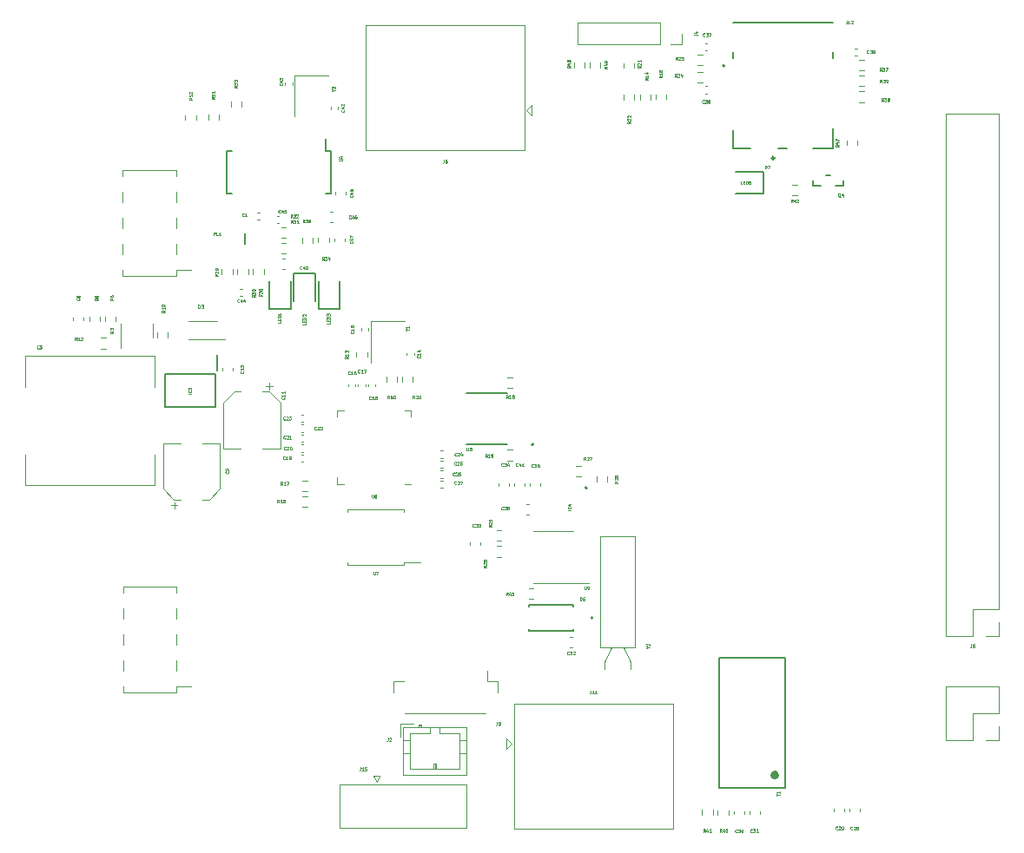
<source format=gbr>
G04 #@! TF.GenerationSoftware,KiCad,Pcbnew,(7.0.0-0)*
G04 #@! TF.CreationDate,2023-02-22T15:23:43+03:00*
G04 #@! TF.ProjectId,RP2040_minimal,52503230-3430-45f6-9d69-6e696d616c2e,REV1*
G04 #@! TF.SameCoordinates,Original*
G04 #@! TF.FileFunction,Legend,Top*
G04 #@! TF.FilePolarity,Positive*
%FSLAX46Y46*%
G04 Gerber Fmt 4.6, Leading zero omitted, Abs format (unit mm)*
G04 Created by KiCad (PCBNEW (7.0.0-0)) date 2023-02-22 15:23:43*
%MOMM*%
%LPD*%
G01*
G04 APERTURE LIST*
%ADD10C,0.075000*%
%ADD11C,0.127000*%
%ADD12C,0.200000*%
%ADD13C,0.120000*%
%ADD14C,0.150000*%
%ADD15C,0.250000*%
%ADD16C,0.100000*%
G04 APERTURE END LIST*
D10*
X203717143Y-40040214D02*
X203717143Y-40254500D01*
X203717143Y-40254500D02*
X203702858Y-40297357D01*
X203702858Y-40297357D02*
X203674286Y-40325928D01*
X203674286Y-40325928D02*
X203631429Y-40340214D01*
X203631429Y-40340214D02*
X203602858Y-40340214D01*
X204017143Y-40340214D02*
X203845714Y-40340214D01*
X203931429Y-40340214D02*
X203931429Y-40040214D01*
X203931429Y-40040214D02*
X203902857Y-40083071D01*
X203902857Y-40083071D02*
X203874286Y-40111642D01*
X203874286Y-40111642D02*
X203845714Y-40125928D01*
X204131428Y-40068785D02*
X204145714Y-40054500D01*
X204145714Y-40054500D02*
X204174286Y-40040214D01*
X204174286Y-40040214D02*
X204245714Y-40040214D01*
X204245714Y-40040214D02*
X204274286Y-40054500D01*
X204274286Y-40054500D02*
X204288571Y-40068785D01*
X204288571Y-40068785D02*
X204302857Y-40097357D01*
X204302857Y-40097357D02*
X204302857Y-40125928D01*
X204302857Y-40125928D02*
X204288571Y-40168785D01*
X204288571Y-40168785D02*
X204117143Y-40340214D01*
X204117143Y-40340214D02*
X204302857Y-40340214D01*
X178772143Y-105410214D02*
X178772143Y-105624500D01*
X178772143Y-105624500D02*
X178757858Y-105667357D01*
X178757858Y-105667357D02*
X178729286Y-105695928D01*
X178729286Y-105695928D02*
X178686429Y-105710214D01*
X178686429Y-105710214D02*
X178657858Y-105710214D01*
X179072143Y-105710214D02*
X178900714Y-105710214D01*
X178986429Y-105710214D02*
X178986429Y-105410214D01*
X178986429Y-105410214D02*
X178957857Y-105453071D01*
X178957857Y-105453071D02*
X178929286Y-105481642D01*
X178929286Y-105481642D02*
X178900714Y-105495928D01*
X179357857Y-105710214D02*
X179186428Y-105710214D01*
X179272143Y-105710214D02*
X179272143Y-105410214D01*
X179272143Y-105410214D02*
X179243571Y-105453071D01*
X179243571Y-105453071D02*
X179215000Y-105481642D01*
X179215000Y-105481642D02*
X179186428Y-105495928D01*
X198447143Y-57790214D02*
X198347143Y-57647357D01*
X198275714Y-57790214D02*
X198275714Y-57490214D01*
X198275714Y-57490214D02*
X198390000Y-57490214D01*
X198390000Y-57490214D02*
X198418571Y-57504500D01*
X198418571Y-57504500D02*
X198432857Y-57518785D01*
X198432857Y-57518785D02*
X198447143Y-57547357D01*
X198447143Y-57547357D02*
X198447143Y-57590214D01*
X198447143Y-57590214D02*
X198432857Y-57618785D01*
X198432857Y-57618785D02*
X198418571Y-57633071D01*
X198418571Y-57633071D02*
X198390000Y-57647357D01*
X198390000Y-57647357D02*
X198275714Y-57647357D01*
X198704286Y-57590214D02*
X198704286Y-57790214D01*
X198632857Y-57475928D02*
X198561428Y-57690214D01*
X198561428Y-57690214D02*
X198747143Y-57690214D01*
X198847142Y-57518785D02*
X198861428Y-57504500D01*
X198861428Y-57504500D02*
X198890000Y-57490214D01*
X198890000Y-57490214D02*
X198961428Y-57490214D01*
X198961428Y-57490214D02*
X198990000Y-57504500D01*
X198990000Y-57504500D02*
X199004285Y-57518785D01*
X199004285Y-57518785D02*
X199018571Y-57547357D01*
X199018571Y-57547357D02*
X199018571Y-57575928D01*
X199018571Y-57575928D02*
X199004285Y-57618785D01*
X199004285Y-57618785D02*
X198832857Y-57790214D01*
X198832857Y-57790214D02*
X199018571Y-57790214D01*
X137220214Y-68322856D02*
X137077357Y-68422856D01*
X137220214Y-68494285D02*
X136920214Y-68494285D01*
X136920214Y-68494285D02*
X136920214Y-68379999D01*
X136920214Y-68379999D02*
X136934500Y-68351428D01*
X136934500Y-68351428D02*
X136948785Y-68337142D01*
X136948785Y-68337142D02*
X136977357Y-68322856D01*
X136977357Y-68322856D02*
X137020214Y-68322856D01*
X137020214Y-68322856D02*
X137048785Y-68337142D01*
X137048785Y-68337142D02*
X137063071Y-68351428D01*
X137063071Y-68351428D02*
X137077357Y-68379999D01*
X137077357Y-68379999D02*
X137077357Y-68494285D01*
X137220214Y-68037142D02*
X137220214Y-68208571D01*
X137220214Y-68122856D02*
X136920214Y-68122856D01*
X136920214Y-68122856D02*
X136963071Y-68151428D01*
X136963071Y-68151428D02*
X136991642Y-68179999D01*
X136991642Y-68179999D02*
X137005928Y-68208571D01*
X136920214Y-67851428D02*
X136920214Y-67822857D01*
X136920214Y-67822857D02*
X136934500Y-67794285D01*
X136934500Y-67794285D02*
X136948785Y-67780000D01*
X136948785Y-67780000D02*
X136977357Y-67765714D01*
X136977357Y-67765714D02*
X137034500Y-67751428D01*
X137034500Y-67751428D02*
X137105928Y-67751428D01*
X137105928Y-67751428D02*
X137163071Y-67765714D01*
X137163071Y-67765714D02*
X137191642Y-67780000D01*
X137191642Y-67780000D02*
X137205928Y-67794285D01*
X137205928Y-67794285D02*
X137220214Y-67822857D01*
X137220214Y-67822857D02*
X137220214Y-67851428D01*
X137220214Y-67851428D02*
X137205928Y-67880000D01*
X137205928Y-67880000D02*
X137191642Y-67894285D01*
X137191642Y-67894285D02*
X137163071Y-67908571D01*
X137163071Y-67908571D02*
X137105928Y-67922857D01*
X137105928Y-67922857D02*
X137034500Y-67922857D01*
X137034500Y-67922857D02*
X136977357Y-67908571D01*
X136977357Y-67908571D02*
X136948785Y-67894285D01*
X136948785Y-67894285D02*
X136934500Y-67880000D01*
X136934500Y-67880000D02*
X136920214Y-67851428D01*
X205867143Y-43201642D02*
X205852857Y-43215928D01*
X205852857Y-43215928D02*
X205810000Y-43230214D01*
X205810000Y-43230214D02*
X205781428Y-43230214D01*
X205781428Y-43230214D02*
X205738571Y-43215928D01*
X205738571Y-43215928D02*
X205710000Y-43187357D01*
X205710000Y-43187357D02*
X205695714Y-43158785D01*
X205695714Y-43158785D02*
X205681428Y-43101642D01*
X205681428Y-43101642D02*
X205681428Y-43058785D01*
X205681428Y-43058785D02*
X205695714Y-43001642D01*
X205695714Y-43001642D02*
X205710000Y-42973071D01*
X205710000Y-42973071D02*
X205738571Y-42944500D01*
X205738571Y-42944500D02*
X205781428Y-42930214D01*
X205781428Y-42930214D02*
X205810000Y-42930214D01*
X205810000Y-42930214D02*
X205852857Y-42944500D01*
X205852857Y-42944500D02*
X205867143Y-42958785D01*
X205967143Y-42930214D02*
X206152857Y-42930214D01*
X206152857Y-42930214D02*
X206052857Y-43044500D01*
X206052857Y-43044500D02*
X206095714Y-43044500D01*
X206095714Y-43044500D02*
X206124286Y-43058785D01*
X206124286Y-43058785D02*
X206138571Y-43073071D01*
X206138571Y-43073071D02*
X206152857Y-43101642D01*
X206152857Y-43101642D02*
X206152857Y-43173071D01*
X206152857Y-43173071D02*
X206138571Y-43201642D01*
X206138571Y-43201642D02*
X206124286Y-43215928D01*
X206124286Y-43215928D02*
X206095714Y-43230214D01*
X206095714Y-43230214D02*
X206010000Y-43230214D01*
X206010000Y-43230214D02*
X205981428Y-43215928D01*
X205981428Y-43215928D02*
X205967143Y-43201642D01*
X206295714Y-43230214D02*
X206352857Y-43230214D01*
X206352857Y-43230214D02*
X206381428Y-43215928D01*
X206381428Y-43215928D02*
X206395714Y-43201642D01*
X206395714Y-43201642D02*
X206424285Y-43158785D01*
X206424285Y-43158785D02*
X206438571Y-43101642D01*
X206438571Y-43101642D02*
X206438571Y-42987357D01*
X206438571Y-42987357D02*
X206424285Y-42958785D01*
X206424285Y-42958785D02*
X206410000Y-42944500D01*
X206410000Y-42944500D02*
X206381428Y-42930214D01*
X206381428Y-42930214D02*
X206324285Y-42930214D01*
X206324285Y-42930214D02*
X206295714Y-42944500D01*
X206295714Y-42944500D02*
X206281428Y-42958785D01*
X206281428Y-42958785D02*
X206267142Y-42987357D01*
X206267142Y-42987357D02*
X206267142Y-43058785D01*
X206267142Y-43058785D02*
X206281428Y-43087357D01*
X206281428Y-43087357D02*
X206295714Y-43101642D01*
X206295714Y-43101642D02*
X206324285Y-43115928D01*
X206324285Y-43115928D02*
X206381428Y-43115928D01*
X206381428Y-43115928D02*
X206410000Y-43101642D01*
X206410000Y-43101642D02*
X206424285Y-43087357D01*
X206424285Y-43087357D02*
X206438571Y-43058785D01*
X194497143Y-119211642D02*
X194482857Y-119225928D01*
X194482857Y-119225928D02*
X194440000Y-119240214D01*
X194440000Y-119240214D02*
X194411428Y-119240214D01*
X194411428Y-119240214D02*
X194368571Y-119225928D01*
X194368571Y-119225928D02*
X194340000Y-119197357D01*
X194340000Y-119197357D02*
X194325714Y-119168785D01*
X194325714Y-119168785D02*
X194311428Y-119111642D01*
X194311428Y-119111642D02*
X194311428Y-119068785D01*
X194311428Y-119068785D02*
X194325714Y-119011642D01*
X194325714Y-119011642D02*
X194340000Y-118983071D01*
X194340000Y-118983071D02*
X194368571Y-118954500D01*
X194368571Y-118954500D02*
X194411428Y-118940214D01*
X194411428Y-118940214D02*
X194440000Y-118940214D01*
X194440000Y-118940214D02*
X194482857Y-118954500D01*
X194482857Y-118954500D02*
X194497143Y-118968785D01*
X194597143Y-118940214D02*
X194782857Y-118940214D01*
X194782857Y-118940214D02*
X194682857Y-119054500D01*
X194682857Y-119054500D02*
X194725714Y-119054500D01*
X194725714Y-119054500D02*
X194754286Y-119068785D01*
X194754286Y-119068785D02*
X194768571Y-119083071D01*
X194768571Y-119083071D02*
X194782857Y-119111642D01*
X194782857Y-119111642D02*
X194782857Y-119183071D01*
X194782857Y-119183071D02*
X194768571Y-119211642D01*
X194768571Y-119211642D02*
X194754286Y-119225928D01*
X194754286Y-119225928D02*
X194725714Y-119240214D01*
X194725714Y-119240214D02*
X194640000Y-119240214D01*
X194640000Y-119240214D02*
X194611428Y-119225928D01*
X194611428Y-119225928D02*
X194597143Y-119211642D01*
X195068571Y-119240214D02*
X194897142Y-119240214D01*
X194982857Y-119240214D02*
X194982857Y-118940214D01*
X194982857Y-118940214D02*
X194954285Y-118983071D01*
X194954285Y-118983071D02*
X194925714Y-119011642D01*
X194925714Y-119011642D02*
X194897142Y-119025928D01*
X169100214Y-89292856D02*
X168957357Y-89392856D01*
X169100214Y-89464285D02*
X168800214Y-89464285D01*
X168800214Y-89464285D02*
X168800214Y-89349999D01*
X168800214Y-89349999D02*
X168814500Y-89321428D01*
X168814500Y-89321428D02*
X168828785Y-89307142D01*
X168828785Y-89307142D02*
X168857357Y-89292856D01*
X168857357Y-89292856D02*
X168900214Y-89292856D01*
X168900214Y-89292856D02*
X168928785Y-89307142D01*
X168928785Y-89307142D02*
X168943071Y-89321428D01*
X168943071Y-89321428D02*
X168957357Y-89349999D01*
X168957357Y-89349999D02*
X168957357Y-89464285D01*
X168828785Y-89178571D02*
X168814500Y-89164285D01*
X168814500Y-89164285D02*
X168800214Y-89135714D01*
X168800214Y-89135714D02*
X168800214Y-89064285D01*
X168800214Y-89064285D02*
X168814500Y-89035714D01*
X168814500Y-89035714D02*
X168828785Y-89021428D01*
X168828785Y-89021428D02*
X168857357Y-89007142D01*
X168857357Y-89007142D02*
X168885928Y-89007142D01*
X168885928Y-89007142D02*
X168928785Y-89021428D01*
X168928785Y-89021428D02*
X169100214Y-89192856D01*
X169100214Y-89192856D02*
X169100214Y-89007142D01*
X168800214Y-88735714D02*
X168800214Y-88878571D01*
X168800214Y-88878571D02*
X168943071Y-88892857D01*
X168943071Y-88892857D02*
X168928785Y-88878571D01*
X168928785Y-88878571D02*
X168914500Y-88850000D01*
X168914500Y-88850000D02*
X168914500Y-88778571D01*
X168914500Y-88778571D02*
X168928785Y-88750000D01*
X168928785Y-88750000D02*
X168943071Y-88735714D01*
X168943071Y-88735714D02*
X168971642Y-88721428D01*
X168971642Y-88721428D02*
X169043071Y-88721428D01*
X169043071Y-88721428D02*
X169071642Y-88735714D01*
X169071642Y-88735714D02*
X169085928Y-88750000D01*
X169085928Y-88750000D02*
X169100214Y-88778571D01*
X169100214Y-88778571D02*
X169100214Y-88850000D01*
X169100214Y-88850000D02*
X169085928Y-88878571D01*
X169085928Y-88878571D02*
X169071642Y-88892857D01*
X148367143Y-87100214D02*
X148267143Y-86957357D01*
X148195714Y-87100214D02*
X148195714Y-86800214D01*
X148195714Y-86800214D02*
X148310000Y-86800214D01*
X148310000Y-86800214D02*
X148338571Y-86814500D01*
X148338571Y-86814500D02*
X148352857Y-86828785D01*
X148352857Y-86828785D02*
X148367143Y-86857357D01*
X148367143Y-86857357D02*
X148367143Y-86900214D01*
X148367143Y-86900214D02*
X148352857Y-86928785D01*
X148352857Y-86928785D02*
X148338571Y-86943071D01*
X148338571Y-86943071D02*
X148310000Y-86957357D01*
X148310000Y-86957357D02*
X148195714Y-86957357D01*
X148652857Y-87100214D02*
X148481428Y-87100214D01*
X148567143Y-87100214D02*
X148567143Y-86800214D01*
X148567143Y-86800214D02*
X148538571Y-86843071D01*
X148538571Y-86843071D02*
X148510000Y-86871642D01*
X148510000Y-86871642D02*
X148481428Y-86885928D01*
X148910000Y-86800214D02*
X148852857Y-86800214D01*
X148852857Y-86800214D02*
X148824285Y-86814500D01*
X148824285Y-86814500D02*
X148810000Y-86828785D01*
X148810000Y-86828785D02*
X148781428Y-86871642D01*
X148781428Y-86871642D02*
X148767142Y-86928785D01*
X148767142Y-86928785D02*
X148767142Y-87043071D01*
X148767142Y-87043071D02*
X148781428Y-87071642D01*
X148781428Y-87071642D02*
X148795714Y-87085928D01*
X148795714Y-87085928D02*
X148824285Y-87100214D01*
X148824285Y-87100214D02*
X148881428Y-87100214D01*
X148881428Y-87100214D02*
X148910000Y-87085928D01*
X148910000Y-87085928D02*
X148924285Y-87071642D01*
X148924285Y-87071642D02*
X148938571Y-87043071D01*
X148938571Y-87043071D02*
X148938571Y-86971642D01*
X148938571Y-86971642D02*
X148924285Y-86943071D01*
X148924285Y-86943071D02*
X148910000Y-86928785D01*
X148910000Y-86928785D02*
X148881428Y-86914500D01*
X148881428Y-86914500D02*
X148824285Y-86914500D01*
X148824285Y-86914500D02*
X148795714Y-86928785D01*
X148795714Y-86928785D02*
X148781428Y-86943071D01*
X148781428Y-86943071D02*
X148767142Y-86971642D01*
X161597143Y-76940214D02*
X161497143Y-76797357D01*
X161425714Y-76940214D02*
X161425714Y-76640214D01*
X161425714Y-76640214D02*
X161540000Y-76640214D01*
X161540000Y-76640214D02*
X161568571Y-76654500D01*
X161568571Y-76654500D02*
X161582857Y-76668785D01*
X161582857Y-76668785D02*
X161597143Y-76697357D01*
X161597143Y-76697357D02*
X161597143Y-76740214D01*
X161597143Y-76740214D02*
X161582857Y-76768785D01*
X161582857Y-76768785D02*
X161568571Y-76783071D01*
X161568571Y-76783071D02*
X161540000Y-76797357D01*
X161540000Y-76797357D02*
X161425714Y-76797357D01*
X161711428Y-76668785D02*
X161725714Y-76654500D01*
X161725714Y-76654500D02*
X161754286Y-76640214D01*
X161754286Y-76640214D02*
X161825714Y-76640214D01*
X161825714Y-76640214D02*
X161854286Y-76654500D01*
X161854286Y-76654500D02*
X161868571Y-76668785D01*
X161868571Y-76668785D02*
X161882857Y-76697357D01*
X161882857Y-76697357D02*
X161882857Y-76725928D01*
X161882857Y-76725928D02*
X161868571Y-76768785D01*
X161868571Y-76768785D02*
X161697143Y-76940214D01*
X161697143Y-76940214D02*
X161882857Y-76940214D01*
X162068571Y-76640214D02*
X162097142Y-76640214D01*
X162097142Y-76640214D02*
X162125714Y-76654500D01*
X162125714Y-76654500D02*
X162140000Y-76668785D01*
X162140000Y-76668785D02*
X162154285Y-76697357D01*
X162154285Y-76697357D02*
X162168571Y-76754500D01*
X162168571Y-76754500D02*
X162168571Y-76825928D01*
X162168571Y-76825928D02*
X162154285Y-76883071D01*
X162154285Y-76883071D02*
X162140000Y-76911642D01*
X162140000Y-76911642D02*
X162125714Y-76925928D01*
X162125714Y-76925928D02*
X162097142Y-76940214D01*
X162097142Y-76940214D02*
X162068571Y-76940214D01*
X162068571Y-76940214D02*
X162040000Y-76925928D01*
X162040000Y-76925928D02*
X162025714Y-76911642D01*
X162025714Y-76911642D02*
X162011428Y-76883071D01*
X162011428Y-76883071D02*
X161997142Y-76825928D01*
X161997142Y-76825928D02*
X161997142Y-76754500D01*
X161997142Y-76754500D02*
X162011428Y-76697357D01*
X162011428Y-76697357D02*
X162025714Y-76668785D01*
X162025714Y-76668785D02*
X162040000Y-76654500D01*
X162040000Y-76654500D02*
X162068571Y-76640214D01*
X148947143Y-82841642D02*
X148932857Y-82855928D01*
X148932857Y-82855928D02*
X148890000Y-82870214D01*
X148890000Y-82870214D02*
X148861428Y-82870214D01*
X148861428Y-82870214D02*
X148818571Y-82855928D01*
X148818571Y-82855928D02*
X148790000Y-82827357D01*
X148790000Y-82827357D02*
X148775714Y-82798785D01*
X148775714Y-82798785D02*
X148761428Y-82741642D01*
X148761428Y-82741642D02*
X148761428Y-82698785D01*
X148761428Y-82698785D02*
X148775714Y-82641642D01*
X148775714Y-82641642D02*
X148790000Y-82613071D01*
X148790000Y-82613071D02*
X148818571Y-82584500D01*
X148818571Y-82584500D02*
X148861428Y-82570214D01*
X148861428Y-82570214D02*
X148890000Y-82570214D01*
X148890000Y-82570214D02*
X148932857Y-82584500D01*
X148932857Y-82584500D02*
X148947143Y-82598785D01*
X149232857Y-82870214D02*
X149061428Y-82870214D01*
X149147143Y-82870214D02*
X149147143Y-82570214D01*
X149147143Y-82570214D02*
X149118571Y-82613071D01*
X149118571Y-82613071D02*
X149090000Y-82641642D01*
X149090000Y-82641642D02*
X149061428Y-82655928D01*
X149375714Y-82870214D02*
X149432857Y-82870214D01*
X149432857Y-82870214D02*
X149461428Y-82855928D01*
X149461428Y-82855928D02*
X149475714Y-82841642D01*
X149475714Y-82841642D02*
X149504285Y-82798785D01*
X149504285Y-82798785D02*
X149518571Y-82741642D01*
X149518571Y-82741642D02*
X149518571Y-82627357D01*
X149518571Y-82627357D02*
X149504285Y-82598785D01*
X149504285Y-82598785D02*
X149490000Y-82584500D01*
X149490000Y-82584500D02*
X149461428Y-82570214D01*
X149461428Y-82570214D02*
X149404285Y-82570214D01*
X149404285Y-82570214D02*
X149375714Y-82584500D01*
X149375714Y-82584500D02*
X149361428Y-82598785D01*
X149361428Y-82598785D02*
X149347142Y-82627357D01*
X149347142Y-82627357D02*
X149347142Y-82698785D01*
X149347142Y-82698785D02*
X149361428Y-82727357D01*
X149361428Y-82727357D02*
X149375714Y-82741642D01*
X149375714Y-82741642D02*
X149404285Y-82755928D01*
X149404285Y-82755928D02*
X149461428Y-82755928D01*
X149461428Y-82755928D02*
X149490000Y-82741642D01*
X149490000Y-82741642D02*
X149504285Y-82727357D01*
X149504285Y-82727357D02*
X149518571Y-82698785D01*
X142450214Y-64812856D02*
X142307357Y-64912856D01*
X142450214Y-64984285D02*
X142150214Y-64984285D01*
X142150214Y-64984285D02*
X142150214Y-64869999D01*
X142150214Y-64869999D02*
X142164500Y-64841428D01*
X142164500Y-64841428D02*
X142178785Y-64827142D01*
X142178785Y-64827142D02*
X142207357Y-64812856D01*
X142207357Y-64812856D02*
X142250214Y-64812856D01*
X142250214Y-64812856D02*
X142278785Y-64827142D01*
X142278785Y-64827142D02*
X142293071Y-64841428D01*
X142293071Y-64841428D02*
X142307357Y-64869999D01*
X142307357Y-64869999D02*
X142307357Y-64984285D01*
X142178785Y-64698571D02*
X142164500Y-64684285D01*
X142164500Y-64684285D02*
X142150214Y-64655714D01*
X142150214Y-64655714D02*
X142150214Y-64584285D01*
X142150214Y-64584285D02*
X142164500Y-64555714D01*
X142164500Y-64555714D02*
X142178785Y-64541428D01*
X142178785Y-64541428D02*
X142207357Y-64527142D01*
X142207357Y-64527142D02*
X142235928Y-64527142D01*
X142235928Y-64527142D02*
X142278785Y-64541428D01*
X142278785Y-64541428D02*
X142450214Y-64712856D01*
X142450214Y-64712856D02*
X142450214Y-64527142D01*
X142450214Y-64384285D02*
X142450214Y-64327142D01*
X142450214Y-64327142D02*
X142435928Y-64298571D01*
X142435928Y-64298571D02*
X142421642Y-64284285D01*
X142421642Y-64284285D02*
X142378785Y-64255714D01*
X142378785Y-64255714D02*
X142321642Y-64241428D01*
X142321642Y-64241428D02*
X142207357Y-64241428D01*
X142207357Y-64241428D02*
X142178785Y-64255714D01*
X142178785Y-64255714D02*
X142164500Y-64270000D01*
X142164500Y-64270000D02*
X142150214Y-64298571D01*
X142150214Y-64298571D02*
X142150214Y-64355714D01*
X142150214Y-64355714D02*
X142164500Y-64384285D01*
X142164500Y-64384285D02*
X142178785Y-64398571D01*
X142178785Y-64398571D02*
X142207357Y-64412857D01*
X142207357Y-64412857D02*
X142278785Y-64412857D01*
X142278785Y-64412857D02*
X142307357Y-64398571D01*
X142307357Y-64398571D02*
X142321642Y-64384285D01*
X142321642Y-64384285D02*
X142335928Y-64355714D01*
X142335928Y-64355714D02*
X142335928Y-64298571D01*
X142335928Y-64298571D02*
X142321642Y-64270000D01*
X142321642Y-64270000D02*
X142307357Y-64255714D01*
X142307357Y-64255714D02*
X142278785Y-64241428D01*
X144861642Y-74262856D02*
X144875928Y-74277142D01*
X144875928Y-74277142D02*
X144890214Y-74319999D01*
X144890214Y-74319999D02*
X144890214Y-74348571D01*
X144890214Y-74348571D02*
X144875928Y-74391428D01*
X144875928Y-74391428D02*
X144847357Y-74419999D01*
X144847357Y-74419999D02*
X144818785Y-74434285D01*
X144818785Y-74434285D02*
X144761642Y-74448571D01*
X144761642Y-74448571D02*
X144718785Y-74448571D01*
X144718785Y-74448571D02*
X144661642Y-74434285D01*
X144661642Y-74434285D02*
X144633071Y-74419999D01*
X144633071Y-74419999D02*
X144604500Y-74391428D01*
X144604500Y-74391428D02*
X144590214Y-74348571D01*
X144590214Y-74348571D02*
X144590214Y-74319999D01*
X144590214Y-74319999D02*
X144604500Y-74277142D01*
X144604500Y-74277142D02*
X144618785Y-74262856D01*
X144890214Y-73977142D02*
X144890214Y-74148571D01*
X144890214Y-74062856D02*
X144590214Y-74062856D01*
X144590214Y-74062856D02*
X144633071Y-74091428D01*
X144633071Y-74091428D02*
X144661642Y-74119999D01*
X144661642Y-74119999D02*
X144675928Y-74148571D01*
X144590214Y-73877142D02*
X144590214Y-73691428D01*
X144590214Y-73691428D02*
X144704500Y-73791428D01*
X144704500Y-73791428D02*
X144704500Y-73748571D01*
X144704500Y-73748571D02*
X144718785Y-73720000D01*
X144718785Y-73720000D02*
X144733071Y-73705714D01*
X144733071Y-73705714D02*
X144761642Y-73691428D01*
X144761642Y-73691428D02*
X144833071Y-73691428D01*
X144833071Y-73691428D02*
X144861642Y-73705714D01*
X144861642Y-73705714D02*
X144875928Y-73720000D01*
X144875928Y-73720000D02*
X144890214Y-73748571D01*
X144890214Y-73748571D02*
X144890214Y-73834285D01*
X144890214Y-73834285D02*
X144875928Y-73862857D01*
X144875928Y-73862857D02*
X144861642Y-73877142D01*
X144487143Y-67501642D02*
X144472857Y-67515928D01*
X144472857Y-67515928D02*
X144430000Y-67530214D01*
X144430000Y-67530214D02*
X144401428Y-67530214D01*
X144401428Y-67530214D02*
X144358571Y-67515928D01*
X144358571Y-67515928D02*
X144330000Y-67487357D01*
X144330000Y-67487357D02*
X144315714Y-67458785D01*
X144315714Y-67458785D02*
X144301428Y-67401642D01*
X144301428Y-67401642D02*
X144301428Y-67358785D01*
X144301428Y-67358785D02*
X144315714Y-67301642D01*
X144315714Y-67301642D02*
X144330000Y-67273071D01*
X144330000Y-67273071D02*
X144358571Y-67244500D01*
X144358571Y-67244500D02*
X144401428Y-67230214D01*
X144401428Y-67230214D02*
X144430000Y-67230214D01*
X144430000Y-67230214D02*
X144472857Y-67244500D01*
X144472857Y-67244500D02*
X144487143Y-67258785D01*
X144744286Y-67330214D02*
X144744286Y-67530214D01*
X144672857Y-67215928D02*
X144601428Y-67430214D01*
X144601428Y-67430214D02*
X144787143Y-67430214D01*
X145030000Y-67330214D02*
X145030000Y-67530214D01*
X144958571Y-67215928D02*
X144887142Y-67430214D01*
X144887142Y-67430214D02*
X145072857Y-67430214D01*
X132228785Y-70341071D02*
X132214500Y-70369642D01*
X132214500Y-70369642D02*
X132185928Y-70398214D01*
X132185928Y-70398214D02*
X132143071Y-70441071D01*
X132143071Y-70441071D02*
X132128785Y-70469642D01*
X132128785Y-70469642D02*
X132128785Y-70498214D01*
X132200214Y-70483928D02*
X132185928Y-70512500D01*
X132185928Y-70512500D02*
X132157357Y-70541071D01*
X132157357Y-70541071D02*
X132100214Y-70555357D01*
X132100214Y-70555357D02*
X132000214Y-70555357D01*
X132000214Y-70555357D02*
X131943071Y-70541071D01*
X131943071Y-70541071D02*
X131914500Y-70512500D01*
X131914500Y-70512500D02*
X131900214Y-70483928D01*
X131900214Y-70483928D02*
X131900214Y-70426785D01*
X131900214Y-70426785D02*
X131914500Y-70398214D01*
X131914500Y-70398214D02*
X131943071Y-70369642D01*
X131943071Y-70369642D02*
X132000214Y-70355357D01*
X132000214Y-70355357D02*
X132100214Y-70355357D01*
X132100214Y-70355357D02*
X132157357Y-70369642D01*
X132157357Y-70369642D02*
X132185928Y-70398214D01*
X132185928Y-70398214D02*
X132200214Y-70426785D01*
X132200214Y-70426785D02*
X132200214Y-70483928D01*
X131900214Y-70255356D02*
X131900214Y-70069642D01*
X131900214Y-70069642D02*
X132014500Y-70169642D01*
X132014500Y-70169642D02*
X132014500Y-70126785D01*
X132014500Y-70126785D02*
X132028785Y-70098214D01*
X132028785Y-70098214D02*
X132043071Y-70083928D01*
X132043071Y-70083928D02*
X132071642Y-70069642D01*
X132071642Y-70069642D02*
X132143071Y-70069642D01*
X132143071Y-70069642D02*
X132171642Y-70083928D01*
X132171642Y-70083928D02*
X132185928Y-70098214D01*
X132185928Y-70098214D02*
X132200214Y-70126785D01*
X132200214Y-70126785D02*
X132200214Y-70212499D01*
X132200214Y-70212499D02*
X132185928Y-70241071D01*
X132185928Y-70241071D02*
X132171642Y-70255356D01*
X189877143Y-41571642D02*
X189862857Y-41585928D01*
X189862857Y-41585928D02*
X189820000Y-41600214D01*
X189820000Y-41600214D02*
X189791428Y-41600214D01*
X189791428Y-41600214D02*
X189748571Y-41585928D01*
X189748571Y-41585928D02*
X189720000Y-41557357D01*
X189720000Y-41557357D02*
X189705714Y-41528785D01*
X189705714Y-41528785D02*
X189691428Y-41471642D01*
X189691428Y-41471642D02*
X189691428Y-41428785D01*
X189691428Y-41428785D02*
X189705714Y-41371642D01*
X189705714Y-41371642D02*
X189720000Y-41343071D01*
X189720000Y-41343071D02*
X189748571Y-41314500D01*
X189748571Y-41314500D02*
X189791428Y-41300214D01*
X189791428Y-41300214D02*
X189820000Y-41300214D01*
X189820000Y-41300214D02*
X189862857Y-41314500D01*
X189862857Y-41314500D02*
X189877143Y-41328785D01*
X189977143Y-41300214D02*
X190162857Y-41300214D01*
X190162857Y-41300214D02*
X190062857Y-41414500D01*
X190062857Y-41414500D02*
X190105714Y-41414500D01*
X190105714Y-41414500D02*
X190134286Y-41428785D01*
X190134286Y-41428785D02*
X190148571Y-41443071D01*
X190148571Y-41443071D02*
X190162857Y-41471642D01*
X190162857Y-41471642D02*
X190162857Y-41543071D01*
X190162857Y-41543071D02*
X190148571Y-41571642D01*
X190148571Y-41571642D02*
X190134286Y-41585928D01*
X190134286Y-41585928D02*
X190105714Y-41600214D01*
X190105714Y-41600214D02*
X190020000Y-41600214D01*
X190020000Y-41600214D02*
X189991428Y-41585928D01*
X189991428Y-41585928D02*
X189977143Y-41571642D01*
X190262857Y-41300214D02*
X190462857Y-41300214D01*
X190462857Y-41300214D02*
X190334285Y-41600214D01*
X170237143Y-87751642D02*
X170222857Y-87765928D01*
X170222857Y-87765928D02*
X170180000Y-87780214D01*
X170180000Y-87780214D02*
X170151428Y-87780214D01*
X170151428Y-87780214D02*
X170108571Y-87765928D01*
X170108571Y-87765928D02*
X170080000Y-87737357D01*
X170080000Y-87737357D02*
X170065714Y-87708785D01*
X170065714Y-87708785D02*
X170051428Y-87651642D01*
X170051428Y-87651642D02*
X170051428Y-87608785D01*
X170051428Y-87608785D02*
X170065714Y-87551642D01*
X170065714Y-87551642D02*
X170080000Y-87523071D01*
X170080000Y-87523071D02*
X170108571Y-87494500D01*
X170108571Y-87494500D02*
X170151428Y-87480214D01*
X170151428Y-87480214D02*
X170180000Y-87480214D01*
X170180000Y-87480214D02*
X170222857Y-87494500D01*
X170222857Y-87494500D02*
X170237143Y-87508785D01*
X170337143Y-87480214D02*
X170522857Y-87480214D01*
X170522857Y-87480214D02*
X170422857Y-87594500D01*
X170422857Y-87594500D02*
X170465714Y-87594500D01*
X170465714Y-87594500D02*
X170494286Y-87608785D01*
X170494286Y-87608785D02*
X170508571Y-87623071D01*
X170508571Y-87623071D02*
X170522857Y-87651642D01*
X170522857Y-87651642D02*
X170522857Y-87723071D01*
X170522857Y-87723071D02*
X170508571Y-87751642D01*
X170508571Y-87751642D02*
X170494286Y-87765928D01*
X170494286Y-87765928D02*
X170465714Y-87780214D01*
X170465714Y-87780214D02*
X170380000Y-87780214D01*
X170380000Y-87780214D02*
X170351428Y-87765928D01*
X170351428Y-87765928D02*
X170337143Y-87751642D01*
X170794285Y-87480214D02*
X170651428Y-87480214D01*
X170651428Y-87480214D02*
X170637142Y-87623071D01*
X170637142Y-87623071D02*
X170651428Y-87608785D01*
X170651428Y-87608785D02*
X170680000Y-87594500D01*
X170680000Y-87594500D02*
X170751428Y-87594500D01*
X170751428Y-87594500D02*
X170780000Y-87608785D01*
X170780000Y-87608785D02*
X170794285Y-87623071D01*
X170794285Y-87623071D02*
X170808571Y-87651642D01*
X170808571Y-87651642D02*
X170808571Y-87723071D01*
X170808571Y-87723071D02*
X170794285Y-87751642D01*
X170794285Y-87751642D02*
X170780000Y-87765928D01*
X170780000Y-87765928D02*
X170751428Y-87780214D01*
X170751428Y-87780214D02*
X170680000Y-87780214D01*
X170680000Y-87780214D02*
X170651428Y-87765928D01*
X170651428Y-87765928D02*
X170637142Y-87751642D01*
X159127143Y-76940214D02*
X159027143Y-76797357D01*
X158955714Y-76940214D02*
X158955714Y-76640214D01*
X158955714Y-76640214D02*
X159070000Y-76640214D01*
X159070000Y-76640214D02*
X159098571Y-76654500D01*
X159098571Y-76654500D02*
X159112857Y-76668785D01*
X159112857Y-76668785D02*
X159127143Y-76697357D01*
X159127143Y-76697357D02*
X159127143Y-76740214D01*
X159127143Y-76740214D02*
X159112857Y-76768785D01*
X159112857Y-76768785D02*
X159098571Y-76783071D01*
X159098571Y-76783071D02*
X159070000Y-76797357D01*
X159070000Y-76797357D02*
X158955714Y-76797357D01*
X159398571Y-76640214D02*
X159255714Y-76640214D01*
X159255714Y-76640214D02*
X159241428Y-76783071D01*
X159241428Y-76783071D02*
X159255714Y-76768785D01*
X159255714Y-76768785D02*
X159284286Y-76754500D01*
X159284286Y-76754500D02*
X159355714Y-76754500D01*
X159355714Y-76754500D02*
X159384286Y-76768785D01*
X159384286Y-76768785D02*
X159398571Y-76783071D01*
X159398571Y-76783071D02*
X159412857Y-76811642D01*
X159412857Y-76811642D02*
X159412857Y-76883071D01*
X159412857Y-76883071D02*
X159398571Y-76911642D01*
X159398571Y-76911642D02*
X159384286Y-76925928D01*
X159384286Y-76925928D02*
X159355714Y-76940214D01*
X159355714Y-76940214D02*
X159284286Y-76940214D01*
X159284286Y-76940214D02*
X159255714Y-76925928D01*
X159255714Y-76925928D02*
X159241428Y-76911642D01*
X159598571Y-76640214D02*
X159627142Y-76640214D01*
X159627142Y-76640214D02*
X159655714Y-76654500D01*
X159655714Y-76654500D02*
X159670000Y-76668785D01*
X159670000Y-76668785D02*
X159684285Y-76697357D01*
X159684285Y-76697357D02*
X159698571Y-76754500D01*
X159698571Y-76754500D02*
X159698571Y-76825928D01*
X159698571Y-76825928D02*
X159684285Y-76883071D01*
X159684285Y-76883071D02*
X159670000Y-76911642D01*
X159670000Y-76911642D02*
X159655714Y-76925928D01*
X159655714Y-76925928D02*
X159627142Y-76940214D01*
X159627142Y-76940214D02*
X159598571Y-76940214D01*
X159598571Y-76940214D02*
X159570000Y-76925928D01*
X159570000Y-76925928D02*
X159555714Y-76911642D01*
X159555714Y-76911642D02*
X159541428Y-76883071D01*
X159541428Y-76883071D02*
X159527142Y-76825928D01*
X159527142Y-76825928D02*
X159527142Y-76754500D01*
X159527142Y-76754500D02*
X159541428Y-76697357D01*
X159541428Y-76697357D02*
X159555714Y-76668785D01*
X159555714Y-76668785D02*
X159570000Y-76654500D01*
X159570000Y-76654500D02*
X159598571Y-76640214D01*
X148881642Y-76812856D02*
X148895928Y-76827142D01*
X148895928Y-76827142D02*
X148910214Y-76869999D01*
X148910214Y-76869999D02*
X148910214Y-76898571D01*
X148910214Y-76898571D02*
X148895928Y-76941428D01*
X148895928Y-76941428D02*
X148867357Y-76969999D01*
X148867357Y-76969999D02*
X148838785Y-76984285D01*
X148838785Y-76984285D02*
X148781642Y-76998571D01*
X148781642Y-76998571D02*
X148738785Y-76998571D01*
X148738785Y-76998571D02*
X148681642Y-76984285D01*
X148681642Y-76984285D02*
X148653071Y-76969999D01*
X148653071Y-76969999D02*
X148624500Y-76941428D01*
X148624500Y-76941428D02*
X148610214Y-76898571D01*
X148610214Y-76898571D02*
X148610214Y-76869999D01*
X148610214Y-76869999D02*
X148624500Y-76827142D01*
X148624500Y-76827142D02*
X148638785Y-76812856D01*
X148910214Y-76527142D02*
X148910214Y-76698571D01*
X148910214Y-76612856D02*
X148610214Y-76612856D01*
X148610214Y-76612856D02*
X148653071Y-76641428D01*
X148653071Y-76641428D02*
X148681642Y-76669999D01*
X148681642Y-76669999D02*
X148695928Y-76698571D01*
X148910214Y-76241428D02*
X148910214Y-76412857D01*
X148910214Y-76327142D02*
X148610214Y-76327142D01*
X148610214Y-76327142D02*
X148653071Y-76355714D01*
X148653071Y-76355714D02*
X148681642Y-76384285D01*
X148681642Y-76384285D02*
X148695928Y-76412857D01*
X154220214Y-53728571D02*
X154463071Y-53728571D01*
X154463071Y-53728571D02*
X154491642Y-53714285D01*
X154491642Y-53714285D02*
X154505928Y-53700000D01*
X154505928Y-53700000D02*
X154520214Y-53671428D01*
X154520214Y-53671428D02*
X154520214Y-53614285D01*
X154520214Y-53614285D02*
X154505928Y-53585714D01*
X154505928Y-53585714D02*
X154491642Y-53571428D01*
X154491642Y-53571428D02*
X154463071Y-53557142D01*
X154463071Y-53557142D02*
X154220214Y-53557142D01*
X154320214Y-53285714D02*
X154520214Y-53285714D01*
X154205928Y-53357142D02*
X154420214Y-53428571D01*
X154420214Y-53428571D02*
X154420214Y-53242856D01*
X193027143Y-119221642D02*
X193012857Y-119235928D01*
X193012857Y-119235928D02*
X192970000Y-119250214D01*
X192970000Y-119250214D02*
X192941428Y-119250214D01*
X192941428Y-119250214D02*
X192898571Y-119235928D01*
X192898571Y-119235928D02*
X192870000Y-119207357D01*
X192870000Y-119207357D02*
X192855714Y-119178785D01*
X192855714Y-119178785D02*
X192841428Y-119121642D01*
X192841428Y-119121642D02*
X192841428Y-119078785D01*
X192841428Y-119078785D02*
X192855714Y-119021642D01*
X192855714Y-119021642D02*
X192870000Y-118993071D01*
X192870000Y-118993071D02*
X192898571Y-118964500D01*
X192898571Y-118964500D02*
X192941428Y-118950214D01*
X192941428Y-118950214D02*
X192970000Y-118950214D01*
X192970000Y-118950214D02*
X193012857Y-118964500D01*
X193012857Y-118964500D02*
X193027143Y-118978785D01*
X193127143Y-118950214D02*
X193312857Y-118950214D01*
X193312857Y-118950214D02*
X193212857Y-119064500D01*
X193212857Y-119064500D02*
X193255714Y-119064500D01*
X193255714Y-119064500D02*
X193284286Y-119078785D01*
X193284286Y-119078785D02*
X193298571Y-119093071D01*
X193298571Y-119093071D02*
X193312857Y-119121642D01*
X193312857Y-119121642D02*
X193312857Y-119193071D01*
X193312857Y-119193071D02*
X193298571Y-119221642D01*
X193298571Y-119221642D02*
X193284286Y-119235928D01*
X193284286Y-119235928D02*
X193255714Y-119250214D01*
X193255714Y-119250214D02*
X193170000Y-119250214D01*
X193170000Y-119250214D02*
X193141428Y-119235928D01*
X193141428Y-119235928D02*
X193127143Y-119221642D01*
X193498571Y-118950214D02*
X193527142Y-118950214D01*
X193527142Y-118950214D02*
X193555714Y-118964500D01*
X193555714Y-118964500D02*
X193570000Y-118978785D01*
X193570000Y-118978785D02*
X193584285Y-119007357D01*
X193584285Y-119007357D02*
X193598571Y-119064500D01*
X193598571Y-119064500D02*
X193598571Y-119135928D01*
X193598571Y-119135928D02*
X193584285Y-119193071D01*
X193584285Y-119193071D02*
X193570000Y-119221642D01*
X193570000Y-119221642D02*
X193555714Y-119235928D01*
X193555714Y-119235928D02*
X193527142Y-119250214D01*
X193527142Y-119250214D02*
X193498571Y-119250214D01*
X193498571Y-119250214D02*
X193470000Y-119235928D01*
X193470000Y-119235928D02*
X193455714Y-119221642D01*
X193455714Y-119221642D02*
X193441428Y-119193071D01*
X193441428Y-119193071D02*
X193427142Y-119135928D01*
X193427142Y-119135928D02*
X193427142Y-119064500D01*
X193427142Y-119064500D02*
X193441428Y-119007357D01*
X193441428Y-119007357D02*
X193455714Y-118978785D01*
X193455714Y-118978785D02*
X193470000Y-118964500D01*
X193470000Y-118964500D02*
X193498571Y-118950214D01*
X176637143Y-101861642D02*
X176622857Y-101875928D01*
X176622857Y-101875928D02*
X176580000Y-101890214D01*
X176580000Y-101890214D02*
X176551428Y-101890214D01*
X176551428Y-101890214D02*
X176508571Y-101875928D01*
X176508571Y-101875928D02*
X176480000Y-101847357D01*
X176480000Y-101847357D02*
X176465714Y-101818785D01*
X176465714Y-101818785D02*
X176451428Y-101761642D01*
X176451428Y-101761642D02*
X176451428Y-101718785D01*
X176451428Y-101718785D02*
X176465714Y-101661642D01*
X176465714Y-101661642D02*
X176480000Y-101633071D01*
X176480000Y-101633071D02*
X176508571Y-101604500D01*
X176508571Y-101604500D02*
X176551428Y-101590214D01*
X176551428Y-101590214D02*
X176580000Y-101590214D01*
X176580000Y-101590214D02*
X176622857Y-101604500D01*
X176622857Y-101604500D02*
X176637143Y-101618785D01*
X176737143Y-101590214D02*
X176922857Y-101590214D01*
X176922857Y-101590214D02*
X176822857Y-101704500D01*
X176822857Y-101704500D02*
X176865714Y-101704500D01*
X176865714Y-101704500D02*
X176894286Y-101718785D01*
X176894286Y-101718785D02*
X176908571Y-101733071D01*
X176908571Y-101733071D02*
X176922857Y-101761642D01*
X176922857Y-101761642D02*
X176922857Y-101833071D01*
X176922857Y-101833071D02*
X176908571Y-101861642D01*
X176908571Y-101861642D02*
X176894286Y-101875928D01*
X176894286Y-101875928D02*
X176865714Y-101890214D01*
X176865714Y-101890214D02*
X176780000Y-101890214D01*
X176780000Y-101890214D02*
X176751428Y-101875928D01*
X176751428Y-101875928D02*
X176737143Y-101861642D01*
X177037142Y-101618785D02*
X177051428Y-101604500D01*
X177051428Y-101604500D02*
X177080000Y-101590214D01*
X177080000Y-101590214D02*
X177151428Y-101590214D01*
X177151428Y-101590214D02*
X177180000Y-101604500D01*
X177180000Y-101604500D02*
X177194285Y-101618785D01*
X177194285Y-101618785D02*
X177208571Y-101647357D01*
X177208571Y-101647357D02*
X177208571Y-101675928D01*
X177208571Y-101675928D02*
X177194285Y-101718785D01*
X177194285Y-101718785D02*
X177022857Y-101890214D01*
X177022857Y-101890214D02*
X177208571Y-101890214D01*
X139910214Y-47592856D02*
X139767357Y-47692856D01*
X139910214Y-47764285D02*
X139610214Y-47764285D01*
X139610214Y-47764285D02*
X139610214Y-47649999D01*
X139610214Y-47649999D02*
X139624500Y-47621428D01*
X139624500Y-47621428D02*
X139638785Y-47607142D01*
X139638785Y-47607142D02*
X139667357Y-47592856D01*
X139667357Y-47592856D02*
X139710214Y-47592856D01*
X139710214Y-47592856D02*
X139738785Y-47607142D01*
X139738785Y-47607142D02*
X139753071Y-47621428D01*
X139753071Y-47621428D02*
X139767357Y-47649999D01*
X139767357Y-47649999D02*
X139767357Y-47764285D01*
X139610214Y-47321428D02*
X139610214Y-47464285D01*
X139610214Y-47464285D02*
X139753071Y-47478571D01*
X139753071Y-47478571D02*
X139738785Y-47464285D01*
X139738785Y-47464285D02*
X139724500Y-47435714D01*
X139724500Y-47435714D02*
X139724500Y-47364285D01*
X139724500Y-47364285D02*
X139738785Y-47335714D01*
X139738785Y-47335714D02*
X139753071Y-47321428D01*
X139753071Y-47321428D02*
X139781642Y-47307142D01*
X139781642Y-47307142D02*
X139853071Y-47307142D01*
X139853071Y-47307142D02*
X139881642Y-47321428D01*
X139881642Y-47321428D02*
X139895928Y-47335714D01*
X139895928Y-47335714D02*
X139910214Y-47364285D01*
X139910214Y-47364285D02*
X139910214Y-47435714D01*
X139910214Y-47435714D02*
X139895928Y-47464285D01*
X139895928Y-47464285D02*
X139881642Y-47478571D01*
X139638785Y-47192857D02*
X139624500Y-47178571D01*
X139624500Y-47178571D02*
X139610214Y-47150000D01*
X139610214Y-47150000D02*
X139610214Y-47078571D01*
X139610214Y-47078571D02*
X139624500Y-47050000D01*
X139624500Y-47050000D02*
X139638785Y-47035714D01*
X139638785Y-47035714D02*
X139667357Y-47021428D01*
X139667357Y-47021428D02*
X139695928Y-47021428D01*
X139695928Y-47021428D02*
X139738785Y-47035714D01*
X139738785Y-47035714D02*
X139910214Y-47207142D01*
X139910214Y-47207142D02*
X139910214Y-47021428D01*
X207277143Y-47920214D02*
X207177143Y-47777357D01*
X207105714Y-47920214D02*
X207105714Y-47620214D01*
X207105714Y-47620214D02*
X207220000Y-47620214D01*
X207220000Y-47620214D02*
X207248571Y-47634500D01*
X207248571Y-47634500D02*
X207262857Y-47648785D01*
X207262857Y-47648785D02*
X207277143Y-47677357D01*
X207277143Y-47677357D02*
X207277143Y-47720214D01*
X207277143Y-47720214D02*
X207262857Y-47748785D01*
X207262857Y-47748785D02*
X207248571Y-47763071D01*
X207248571Y-47763071D02*
X207220000Y-47777357D01*
X207220000Y-47777357D02*
X207105714Y-47777357D01*
X207377143Y-47620214D02*
X207562857Y-47620214D01*
X207562857Y-47620214D02*
X207462857Y-47734500D01*
X207462857Y-47734500D02*
X207505714Y-47734500D01*
X207505714Y-47734500D02*
X207534286Y-47748785D01*
X207534286Y-47748785D02*
X207548571Y-47763071D01*
X207548571Y-47763071D02*
X207562857Y-47791642D01*
X207562857Y-47791642D02*
X207562857Y-47863071D01*
X207562857Y-47863071D02*
X207548571Y-47891642D01*
X207548571Y-47891642D02*
X207534286Y-47905928D01*
X207534286Y-47905928D02*
X207505714Y-47920214D01*
X207505714Y-47920214D02*
X207420000Y-47920214D01*
X207420000Y-47920214D02*
X207391428Y-47905928D01*
X207391428Y-47905928D02*
X207377143Y-47891642D01*
X207734285Y-47748785D02*
X207705714Y-47734500D01*
X207705714Y-47734500D02*
X207691428Y-47720214D01*
X207691428Y-47720214D02*
X207677142Y-47691642D01*
X207677142Y-47691642D02*
X207677142Y-47677357D01*
X207677142Y-47677357D02*
X207691428Y-47648785D01*
X207691428Y-47648785D02*
X207705714Y-47634500D01*
X207705714Y-47634500D02*
X207734285Y-47620214D01*
X207734285Y-47620214D02*
X207791428Y-47620214D01*
X207791428Y-47620214D02*
X207820000Y-47634500D01*
X207820000Y-47634500D02*
X207834285Y-47648785D01*
X207834285Y-47648785D02*
X207848571Y-47677357D01*
X207848571Y-47677357D02*
X207848571Y-47691642D01*
X207848571Y-47691642D02*
X207834285Y-47720214D01*
X207834285Y-47720214D02*
X207820000Y-47734500D01*
X207820000Y-47734500D02*
X207791428Y-47748785D01*
X207791428Y-47748785D02*
X207734285Y-47748785D01*
X207734285Y-47748785D02*
X207705714Y-47763071D01*
X207705714Y-47763071D02*
X207691428Y-47777357D01*
X207691428Y-47777357D02*
X207677142Y-47805928D01*
X207677142Y-47805928D02*
X207677142Y-47863071D01*
X207677142Y-47863071D02*
X207691428Y-47891642D01*
X207691428Y-47891642D02*
X207705714Y-47905928D01*
X207705714Y-47905928D02*
X207734285Y-47920214D01*
X207734285Y-47920214D02*
X207791428Y-47920214D01*
X207791428Y-47920214D02*
X207820000Y-47905928D01*
X207820000Y-47905928D02*
X207834285Y-47891642D01*
X207834285Y-47891642D02*
X207848571Y-47863071D01*
X207848571Y-47863071D02*
X207848571Y-47805928D01*
X207848571Y-47805928D02*
X207834285Y-47777357D01*
X207834285Y-47777357D02*
X207820000Y-47763071D01*
X207820000Y-47763071D02*
X207791428Y-47748785D01*
X149667143Y-59280214D02*
X149567143Y-59137357D01*
X149495714Y-59280214D02*
X149495714Y-58980214D01*
X149495714Y-58980214D02*
X149610000Y-58980214D01*
X149610000Y-58980214D02*
X149638571Y-58994500D01*
X149638571Y-58994500D02*
X149652857Y-59008785D01*
X149652857Y-59008785D02*
X149667143Y-59037357D01*
X149667143Y-59037357D02*
X149667143Y-59080214D01*
X149667143Y-59080214D02*
X149652857Y-59108785D01*
X149652857Y-59108785D02*
X149638571Y-59123071D01*
X149638571Y-59123071D02*
X149610000Y-59137357D01*
X149610000Y-59137357D02*
X149495714Y-59137357D01*
X149767143Y-58980214D02*
X149952857Y-58980214D01*
X149952857Y-58980214D02*
X149852857Y-59094500D01*
X149852857Y-59094500D02*
X149895714Y-59094500D01*
X149895714Y-59094500D02*
X149924286Y-59108785D01*
X149924286Y-59108785D02*
X149938571Y-59123071D01*
X149938571Y-59123071D02*
X149952857Y-59151642D01*
X149952857Y-59151642D02*
X149952857Y-59223071D01*
X149952857Y-59223071D02*
X149938571Y-59251642D01*
X149938571Y-59251642D02*
X149924286Y-59265928D01*
X149924286Y-59265928D02*
X149895714Y-59280214D01*
X149895714Y-59280214D02*
X149810000Y-59280214D01*
X149810000Y-59280214D02*
X149781428Y-59265928D01*
X149781428Y-59265928D02*
X149767143Y-59251642D01*
X150067142Y-59008785D02*
X150081428Y-58994500D01*
X150081428Y-58994500D02*
X150110000Y-58980214D01*
X150110000Y-58980214D02*
X150181428Y-58980214D01*
X150181428Y-58980214D02*
X150210000Y-58994500D01*
X150210000Y-58994500D02*
X150224285Y-59008785D01*
X150224285Y-59008785D02*
X150238571Y-59037357D01*
X150238571Y-59037357D02*
X150238571Y-59065928D01*
X150238571Y-59065928D02*
X150224285Y-59108785D01*
X150224285Y-59108785D02*
X150052857Y-59280214D01*
X150052857Y-59280214D02*
X150238571Y-59280214D01*
X149027143Y-81911642D02*
X149012857Y-81925928D01*
X149012857Y-81925928D02*
X148970000Y-81940214D01*
X148970000Y-81940214D02*
X148941428Y-81940214D01*
X148941428Y-81940214D02*
X148898571Y-81925928D01*
X148898571Y-81925928D02*
X148870000Y-81897357D01*
X148870000Y-81897357D02*
X148855714Y-81868785D01*
X148855714Y-81868785D02*
X148841428Y-81811642D01*
X148841428Y-81811642D02*
X148841428Y-81768785D01*
X148841428Y-81768785D02*
X148855714Y-81711642D01*
X148855714Y-81711642D02*
X148870000Y-81683071D01*
X148870000Y-81683071D02*
X148898571Y-81654500D01*
X148898571Y-81654500D02*
X148941428Y-81640214D01*
X148941428Y-81640214D02*
X148970000Y-81640214D01*
X148970000Y-81640214D02*
X149012857Y-81654500D01*
X149012857Y-81654500D02*
X149027143Y-81668785D01*
X149141428Y-81668785D02*
X149155714Y-81654500D01*
X149155714Y-81654500D02*
X149184286Y-81640214D01*
X149184286Y-81640214D02*
X149255714Y-81640214D01*
X149255714Y-81640214D02*
X149284286Y-81654500D01*
X149284286Y-81654500D02*
X149298571Y-81668785D01*
X149298571Y-81668785D02*
X149312857Y-81697357D01*
X149312857Y-81697357D02*
X149312857Y-81725928D01*
X149312857Y-81725928D02*
X149298571Y-81768785D01*
X149298571Y-81768785D02*
X149127143Y-81940214D01*
X149127143Y-81940214D02*
X149312857Y-81940214D01*
X149498571Y-81640214D02*
X149527142Y-81640214D01*
X149527142Y-81640214D02*
X149555714Y-81654500D01*
X149555714Y-81654500D02*
X149570000Y-81668785D01*
X149570000Y-81668785D02*
X149584285Y-81697357D01*
X149584285Y-81697357D02*
X149598571Y-81754500D01*
X149598571Y-81754500D02*
X149598571Y-81825928D01*
X149598571Y-81825928D02*
X149584285Y-81883071D01*
X149584285Y-81883071D02*
X149570000Y-81911642D01*
X149570000Y-81911642D02*
X149555714Y-81925928D01*
X149555714Y-81925928D02*
X149527142Y-81940214D01*
X149527142Y-81940214D02*
X149498571Y-81940214D01*
X149498571Y-81940214D02*
X149470000Y-81925928D01*
X149470000Y-81925928D02*
X149455714Y-81911642D01*
X149455714Y-81911642D02*
X149441428Y-81883071D01*
X149441428Y-81883071D02*
X149427142Y-81825928D01*
X149427142Y-81825928D02*
X149427142Y-81754500D01*
X149427142Y-81754500D02*
X149441428Y-81697357D01*
X149441428Y-81697357D02*
X149455714Y-81668785D01*
X149455714Y-81668785D02*
X149470000Y-81654500D01*
X149470000Y-81654500D02*
X149498571Y-81640214D01*
X165657143Y-85271642D02*
X165642857Y-85285928D01*
X165642857Y-85285928D02*
X165600000Y-85300214D01*
X165600000Y-85300214D02*
X165571428Y-85300214D01*
X165571428Y-85300214D02*
X165528571Y-85285928D01*
X165528571Y-85285928D02*
X165500000Y-85257357D01*
X165500000Y-85257357D02*
X165485714Y-85228785D01*
X165485714Y-85228785D02*
X165471428Y-85171642D01*
X165471428Y-85171642D02*
X165471428Y-85128785D01*
X165471428Y-85128785D02*
X165485714Y-85071642D01*
X165485714Y-85071642D02*
X165500000Y-85043071D01*
X165500000Y-85043071D02*
X165528571Y-85014500D01*
X165528571Y-85014500D02*
X165571428Y-85000214D01*
X165571428Y-85000214D02*
X165600000Y-85000214D01*
X165600000Y-85000214D02*
X165642857Y-85014500D01*
X165642857Y-85014500D02*
X165657143Y-85028785D01*
X165771428Y-85028785D02*
X165785714Y-85014500D01*
X165785714Y-85014500D02*
X165814286Y-85000214D01*
X165814286Y-85000214D02*
X165885714Y-85000214D01*
X165885714Y-85000214D02*
X165914286Y-85014500D01*
X165914286Y-85014500D02*
X165928571Y-85028785D01*
X165928571Y-85028785D02*
X165942857Y-85057357D01*
X165942857Y-85057357D02*
X165942857Y-85085928D01*
X165942857Y-85085928D02*
X165928571Y-85128785D01*
X165928571Y-85128785D02*
X165757143Y-85300214D01*
X165757143Y-85300214D02*
X165942857Y-85300214D01*
X166042857Y-85000214D02*
X166242857Y-85000214D01*
X166242857Y-85000214D02*
X166114285Y-85300214D01*
X150587143Y-64281642D02*
X150572857Y-64295928D01*
X150572857Y-64295928D02*
X150530000Y-64310214D01*
X150530000Y-64310214D02*
X150501428Y-64310214D01*
X150501428Y-64310214D02*
X150458571Y-64295928D01*
X150458571Y-64295928D02*
X150430000Y-64267357D01*
X150430000Y-64267357D02*
X150415714Y-64238785D01*
X150415714Y-64238785D02*
X150401428Y-64181642D01*
X150401428Y-64181642D02*
X150401428Y-64138785D01*
X150401428Y-64138785D02*
X150415714Y-64081642D01*
X150415714Y-64081642D02*
X150430000Y-64053071D01*
X150430000Y-64053071D02*
X150458571Y-64024500D01*
X150458571Y-64024500D02*
X150501428Y-64010214D01*
X150501428Y-64010214D02*
X150530000Y-64010214D01*
X150530000Y-64010214D02*
X150572857Y-64024500D01*
X150572857Y-64024500D02*
X150587143Y-64038785D01*
X150844286Y-64110214D02*
X150844286Y-64310214D01*
X150772857Y-63995928D02*
X150701428Y-64210214D01*
X150701428Y-64210214D02*
X150887143Y-64210214D01*
X151058571Y-64010214D02*
X151087142Y-64010214D01*
X151087142Y-64010214D02*
X151115714Y-64024500D01*
X151115714Y-64024500D02*
X151130000Y-64038785D01*
X151130000Y-64038785D02*
X151144285Y-64067357D01*
X151144285Y-64067357D02*
X151158571Y-64124500D01*
X151158571Y-64124500D02*
X151158571Y-64195928D01*
X151158571Y-64195928D02*
X151144285Y-64253071D01*
X151144285Y-64253071D02*
X151130000Y-64281642D01*
X151130000Y-64281642D02*
X151115714Y-64295928D01*
X151115714Y-64295928D02*
X151087142Y-64310214D01*
X151087142Y-64310214D02*
X151058571Y-64310214D01*
X151058571Y-64310214D02*
X151030000Y-64295928D01*
X151030000Y-64295928D02*
X151015714Y-64281642D01*
X151015714Y-64281642D02*
X151001428Y-64253071D01*
X151001428Y-64253071D02*
X150987142Y-64195928D01*
X150987142Y-64195928D02*
X150987142Y-64124500D01*
X150987142Y-64124500D02*
X151001428Y-64067357D01*
X151001428Y-64067357D02*
X151015714Y-64038785D01*
X151015714Y-64038785D02*
X151030000Y-64024500D01*
X151030000Y-64024500D02*
X151058571Y-64010214D01*
X215870000Y-100890214D02*
X215870000Y-101104500D01*
X215870000Y-101104500D02*
X215855715Y-101147357D01*
X215855715Y-101147357D02*
X215827143Y-101175928D01*
X215827143Y-101175928D02*
X215784286Y-101190214D01*
X215784286Y-101190214D02*
X215755715Y-101190214D01*
X216141429Y-100890214D02*
X216084286Y-100890214D01*
X216084286Y-100890214D02*
X216055714Y-100904500D01*
X216055714Y-100904500D02*
X216041429Y-100918785D01*
X216041429Y-100918785D02*
X216012857Y-100961642D01*
X216012857Y-100961642D02*
X215998571Y-101018785D01*
X215998571Y-101018785D02*
X215998571Y-101133071D01*
X215998571Y-101133071D02*
X216012857Y-101161642D01*
X216012857Y-101161642D02*
X216027143Y-101175928D01*
X216027143Y-101175928D02*
X216055714Y-101190214D01*
X216055714Y-101190214D02*
X216112857Y-101190214D01*
X216112857Y-101190214D02*
X216141429Y-101175928D01*
X216141429Y-101175928D02*
X216155714Y-101161642D01*
X216155714Y-101161642D02*
X216170000Y-101133071D01*
X216170000Y-101133071D02*
X216170000Y-101061642D01*
X216170000Y-101061642D02*
X216155714Y-101033071D01*
X216155714Y-101033071D02*
X216141429Y-101018785D01*
X216141429Y-101018785D02*
X216112857Y-101004500D01*
X216112857Y-101004500D02*
X216055714Y-101004500D01*
X216055714Y-101004500D02*
X216027143Y-101018785D01*
X216027143Y-101018785D02*
X216012857Y-101033071D01*
X216012857Y-101033071D02*
X215998571Y-101061642D01*
X128901642Y-67159999D02*
X128915928Y-67174285D01*
X128915928Y-67174285D02*
X128930214Y-67217142D01*
X128930214Y-67217142D02*
X128930214Y-67245714D01*
X128930214Y-67245714D02*
X128915928Y-67288571D01*
X128915928Y-67288571D02*
X128887357Y-67317142D01*
X128887357Y-67317142D02*
X128858785Y-67331428D01*
X128858785Y-67331428D02*
X128801642Y-67345714D01*
X128801642Y-67345714D02*
X128758785Y-67345714D01*
X128758785Y-67345714D02*
X128701642Y-67331428D01*
X128701642Y-67331428D02*
X128673071Y-67317142D01*
X128673071Y-67317142D02*
X128644500Y-67288571D01*
X128644500Y-67288571D02*
X128630214Y-67245714D01*
X128630214Y-67245714D02*
X128630214Y-67217142D01*
X128630214Y-67217142D02*
X128644500Y-67174285D01*
X128644500Y-67174285D02*
X128658785Y-67159999D01*
X128758785Y-66988571D02*
X128744500Y-67017142D01*
X128744500Y-67017142D02*
X128730214Y-67031428D01*
X128730214Y-67031428D02*
X128701642Y-67045714D01*
X128701642Y-67045714D02*
X128687357Y-67045714D01*
X128687357Y-67045714D02*
X128658785Y-67031428D01*
X128658785Y-67031428D02*
X128644500Y-67017142D01*
X128644500Y-67017142D02*
X128630214Y-66988571D01*
X128630214Y-66988571D02*
X128630214Y-66931428D01*
X128630214Y-66931428D02*
X128644500Y-66902857D01*
X128644500Y-66902857D02*
X128658785Y-66888571D01*
X128658785Y-66888571D02*
X128687357Y-66874285D01*
X128687357Y-66874285D02*
X128701642Y-66874285D01*
X128701642Y-66874285D02*
X128730214Y-66888571D01*
X128730214Y-66888571D02*
X128744500Y-66902857D01*
X128744500Y-66902857D02*
X128758785Y-66931428D01*
X128758785Y-66931428D02*
X128758785Y-66988571D01*
X128758785Y-66988571D02*
X128773071Y-67017142D01*
X128773071Y-67017142D02*
X128787357Y-67031428D01*
X128787357Y-67031428D02*
X128815928Y-67045714D01*
X128815928Y-67045714D02*
X128873071Y-67045714D01*
X128873071Y-67045714D02*
X128901642Y-67031428D01*
X128901642Y-67031428D02*
X128915928Y-67017142D01*
X128915928Y-67017142D02*
X128930214Y-66988571D01*
X128930214Y-66988571D02*
X128930214Y-66931428D01*
X128930214Y-66931428D02*
X128915928Y-66902857D01*
X128915928Y-66902857D02*
X128901642Y-66888571D01*
X128901642Y-66888571D02*
X128873071Y-66874285D01*
X128873071Y-66874285D02*
X128815928Y-66874285D01*
X128815928Y-66874285D02*
X128787357Y-66888571D01*
X128787357Y-66888571D02*
X128773071Y-66902857D01*
X128773071Y-66902857D02*
X128758785Y-66931428D01*
X207147143Y-46090214D02*
X207047143Y-45947357D01*
X206975714Y-46090214D02*
X206975714Y-45790214D01*
X206975714Y-45790214D02*
X207090000Y-45790214D01*
X207090000Y-45790214D02*
X207118571Y-45804500D01*
X207118571Y-45804500D02*
X207132857Y-45818785D01*
X207132857Y-45818785D02*
X207147143Y-45847357D01*
X207147143Y-45847357D02*
X207147143Y-45890214D01*
X207147143Y-45890214D02*
X207132857Y-45918785D01*
X207132857Y-45918785D02*
X207118571Y-45933071D01*
X207118571Y-45933071D02*
X207090000Y-45947357D01*
X207090000Y-45947357D02*
X206975714Y-45947357D01*
X207247143Y-45790214D02*
X207432857Y-45790214D01*
X207432857Y-45790214D02*
X207332857Y-45904500D01*
X207332857Y-45904500D02*
X207375714Y-45904500D01*
X207375714Y-45904500D02*
X207404286Y-45918785D01*
X207404286Y-45918785D02*
X207418571Y-45933071D01*
X207418571Y-45933071D02*
X207432857Y-45961642D01*
X207432857Y-45961642D02*
X207432857Y-46033071D01*
X207432857Y-46033071D02*
X207418571Y-46061642D01*
X207418571Y-46061642D02*
X207404286Y-46075928D01*
X207404286Y-46075928D02*
X207375714Y-46090214D01*
X207375714Y-46090214D02*
X207290000Y-46090214D01*
X207290000Y-46090214D02*
X207261428Y-46075928D01*
X207261428Y-46075928D02*
X207247143Y-46061642D01*
X207575714Y-46090214D02*
X207632857Y-46090214D01*
X207632857Y-46090214D02*
X207661428Y-46075928D01*
X207661428Y-46075928D02*
X207675714Y-46061642D01*
X207675714Y-46061642D02*
X207704285Y-46018785D01*
X207704285Y-46018785D02*
X207718571Y-45961642D01*
X207718571Y-45961642D02*
X207718571Y-45847357D01*
X207718571Y-45847357D02*
X207704285Y-45818785D01*
X207704285Y-45818785D02*
X207690000Y-45804500D01*
X207690000Y-45804500D02*
X207661428Y-45790214D01*
X207661428Y-45790214D02*
X207604285Y-45790214D01*
X207604285Y-45790214D02*
X207575714Y-45804500D01*
X207575714Y-45804500D02*
X207561428Y-45818785D01*
X207561428Y-45818785D02*
X207547142Y-45847357D01*
X207547142Y-45847357D02*
X207547142Y-45918785D01*
X207547142Y-45918785D02*
X207561428Y-45947357D01*
X207561428Y-45947357D02*
X207575714Y-45961642D01*
X207575714Y-45961642D02*
X207604285Y-45975928D01*
X207604285Y-45975928D02*
X207661428Y-45975928D01*
X207661428Y-45975928D02*
X207690000Y-45961642D01*
X207690000Y-45961642D02*
X207704285Y-45947357D01*
X207704285Y-45947357D02*
X207718571Y-45918785D01*
X148681642Y-46192856D02*
X148695928Y-46207142D01*
X148695928Y-46207142D02*
X148710214Y-46249999D01*
X148710214Y-46249999D02*
X148710214Y-46278571D01*
X148710214Y-46278571D02*
X148695928Y-46321428D01*
X148695928Y-46321428D02*
X148667357Y-46349999D01*
X148667357Y-46349999D02*
X148638785Y-46364285D01*
X148638785Y-46364285D02*
X148581642Y-46378571D01*
X148581642Y-46378571D02*
X148538785Y-46378571D01*
X148538785Y-46378571D02*
X148481642Y-46364285D01*
X148481642Y-46364285D02*
X148453071Y-46349999D01*
X148453071Y-46349999D02*
X148424500Y-46321428D01*
X148424500Y-46321428D02*
X148410214Y-46278571D01*
X148410214Y-46278571D02*
X148410214Y-46249999D01*
X148410214Y-46249999D02*
X148424500Y-46207142D01*
X148424500Y-46207142D02*
X148438785Y-46192856D01*
X148510214Y-45935714D02*
X148710214Y-45935714D01*
X148395928Y-46007142D02*
X148610214Y-46078571D01*
X148610214Y-46078571D02*
X148610214Y-45892856D01*
X148410214Y-45807142D02*
X148410214Y-45621428D01*
X148410214Y-45621428D02*
X148524500Y-45721428D01*
X148524500Y-45721428D02*
X148524500Y-45678571D01*
X148524500Y-45678571D02*
X148538785Y-45650000D01*
X148538785Y-45650000D02*
X148553071Y-45635714D01*
X148553071Y-45635714D02*
X148581642Y-45621428D01*
X148581642Y-45621428D02*
X148653071Y-45621428D01*
X148653071Y-45621428D02*
X148681642Y-45635714D01*
X148681642Y-45635714D02*
X148695928Y-45650000D01*
X148695928Y-45650000D02*
X148710214Y-45678571D01*
X148710214Y-45678571D02*
X148710214Y-45764285D01*
X148710214Y-45764285D02*
X148695928Y-45792857D01*
X148695928Y-45792857D02*
X148681642Y-45807142D01*
X204267143Y-118961642D02*
X204252857Y-118975928D01*
X204252857Y-118975928D02*
X204210000Y-118990214D01*
X204210000Y-118990214D02*
X204181428Y-118990214D01*
X204181428Y-118990214D02*
X204138571Y-118975928D01*
X204138571Y-118975928D02*
X204110000Y-118947357D01*
X204110000Y-118947357D02*
X204095714Y-118918785D01*
X204095714Y-118918785D02*
X204081428Y-118861642D01*
X204081428Y-118861642D02*
X204081428Y-118818785D01*
X204081428Y-118818785D02*
X204095714Y-118761642D01*
X204095714Y-118761642D02*
X204110000Y-118733071D01*
X204110000Y-118733071D02*
X204138571Y-118704500D01*
X204138571Y-118704500D02*
X204181428Y-118690214D01*
X204181428Y-118690214D02*
X204210000Y-118690214D01*
X204210000Y-118690214D02*
X204252857Y-118704500D01*
X204252857Y-118704500D02*
X204267143Y-118718785D01*
X204381428Y-118718785D02*
X204395714Y-118704500D01*
X204395714Y-118704500D02*
X204424286Y-118690214D01*
X204424286Y-118690214D02*
X204495714Y-118690214D01*
X204495714Y-118690214D02*
X204524286Y-118704500D01*
X204524286Y-118704500D02*
X204538571Y-118718785D01*
X204538571Y-118718785D02*
X204552857Y-118747357D01*
X204552857Y-118747357D02*
X204552857Y-118775928D01*
X204552857Y-118775928D02*
X204538571Y-118818785D01*
X204538571Y-118818785D02*
X204367143Y-118990214D01*
X204367143Y-118990214D02*
X204552857Y-118990214D01*
X204724285Y-118818785D02*
X204695714Y-118804500D01*
X204695714Y-118804500D02*
X204681428Y-118790214D01*
X204681428Y-118790214D02*
X204667142Y-118761642D01*
X204667142Y-118761642D02*
X204667142Y-118747357D01*
X204667142Y-118747357D02*
X204681428Y-118718785D01*
X204681428Y-118718785D02*
X204695714Y-118704500D01*
X204695714Y-118704500D02*
X204724285Y-118690214D01*
X204724285Y-118690214D02*
X204781428Y-118690214D01*
X204781428Y-118690214D02*
X204810000Y-118704500D01*
X204810000Y-118704500D02*
X204824285Y-118718785D01*
X204824285Y-118718785D02*
X204838571Y-118747357D01*
X204838571Y-118747357D02*
X204838571Y-118761642D01*
X204838571Y-118761642D02*
X204824285Y-118790214D01*
X204824285Y-118790214D02*
X204810000Y-118804500D01*
X204810000Y-118804500D02*
X204781428Y-118818785D01*
X204781428Y-118818785D02*
X204724285Y-118818785D01*
X204724285Y-118818785D02*
X204695714Y-118833071D01*
X204695714Y-118833071D02*
X204681428Y-118847357D01*
X204681428Y-118847357D02*
X204667142Y-118875928D01*
X204667142Y-118875928D02*
X204667142Y-118933071D01*
X204667142Y-118933071D02*
X204681428Y-118961642D01*
X204681428Y-118961642D02*
X204695714Y-118975928D01*
X204695714Y-118975928D02*
X204724285Y-118990214D01*
X204724285Y-118990214D02*
X204781428Y-118990214D01*
X204781428Y-118990214D02*
X204810000Y-118975928D01*
X204810000Y-118975928D02*
X204824285Y-118961642D01*
X204824285Y-118961642D02*
X204838571Y-118933071D01*
X204838571Y-118933071D02*
X204838571Y-118875928D01*
X204838571Y-118875928D02*
X204824285Y-118847357D01*
X204824285Y-118847357D02*
X204810000Y-118833071D01*
X204810000Y-118833071D02*
X204781428Y-118818785D01*
X183620214Y-44492856D02*
X183477357Y-44592856D01*
X183620214Y-44664285D02*
X183320214Y-44664285D01*
X183320214Y-44664285D02*
X183320214Y-44549999D01*
X183320214Y-44549999D02*
X183334500Y-44521428D01*
X183334500Y-44521428D02*
X183348785Y-44507142D01*
X183348785Y-44507142D02*
X183377357Y-44492856D01*
X183377357Y-44492856D02*
X183420214Y-44492856D01*
X183420214Y-44492856D02*
X183448785Y-44507142D01*
X183448785Y-44507142D02*
X183463071Y-44521428D01*
X183463071Y-44521428D02*
X183477357Y-44549999D01*
X183477357Y-44549999D02*
X183477357Y-44664285D01*
X183348785Y-44378571D02*
X183334500Y-44364285D01*
X183334500Y-44364285D02*
X183320214Y-44335714D01*
X183320214Y-44335714D02*
X183320214Y-44264285D01*
X183320214Y-44264285D02*
X183334500Y-44235714D01*
X183334500Y-44235714D02*
X183348785Y-44221428D01*
X183348785Y-44221428D02*
X183377357Y-44207142D01*
X183377357Y-44207142D02*
X183405928Y-44207142D01*
X183405928Y-44207142D02*
X183448785Y-44221428D01*
X183448785Y-44221428D02*
X183620214Y-44392856D01*
X183620214Y-44392856D02*
X183620214Y-44207142D01*
X183620214Y-43921428D02*
X183620214Y-44092857D01*
X183620214Y-44007142D02*
X183320214Y-44007142D01*
X183320214Y-44007142D02*
X183363071Y-44035714D01*
X183363071Y-44035714D02*
X183391642Y-44064285D01*
X183391642Y-44064285D02*
X183405928Y-44092857D01*
X148987143Y-80821642D02*
X148972857Y-80835928D01*
X148972857Y-80835928D02*
X148930000Y-80850214D01*
X148930000Y-80850214D02*
X148901428Y-80850214D01*
X148901428Y-80850214D02*
X148858571Y-80835928D01*
X148858571Y-80835928D02*
X148830000Y-80807357D01*
X148830000Y-80807357D02*
X148815714Y-80778785D01*
X148815714Y-80778785D02*
X148801428Y-80721642D01*
X148801428Y-80721642D02*
X148801428Y-80678785D01*
X148801428Y-80678785D02*
X148815714Y-80621642D01*
X148815714Y-80621642D02*
X148830000Y-80593071D01*
X148830000Y-80593071D02*
X148858571Y-80564500D01*
X148858571Y-80564500D02*
X148901428Y-80550214D01*
X148901428Y-80550214D02*
X148930000Y-80550214D01*
X148930000Y-80550214D02*
X148972857Y-80564500D01*
X148972857Y-80564500D02*
X148987143Y-80578785D01*
X149101428Y-80578785D02*
X149115714Y-80564500D01*
X149115714Y-80564500D02*
X149144286Y-80550214D01*
X149144286Y-80550214D02*
X149215714Y-80550214D01*
X149215714Y-80550214D02*
X149244286Y-80564500D01*
X149244286Y-80564500D02*
X149258571Y-80578785D01*
X149258571Y-80578785D02*
X149272857Y-80607357D01*
X149272857Y-80607357D02*
X149272857Y-80635928D01*
X149272857Y-80635928D02*
X149258571Y-80678785D01*
X149258571Y-80678785D02*
X149087143Y-80850214D01*
X149087143Y-80850214D02*
X149272857Y-80850214D01*
X149558571Y-80850214D02*
X149387142Y-80850214D01*
X149472857Y-80850214D02*
X149472857Y-80550214D01*
X149472857Y-80550214D02*
X149444285Y-80593071D01*
X149444285Y-80593071D02*
X149415714Y-80621642D01*
X149415714Y-80621642D02*
X149387142Y-80635928D01*
X162101642Y-72762856D02*
X162115928Y-72777142D01*
X162115928Y-72777142D02*
X162130214Y-72819999D01*
X162130214Y-72819999D02*
X162130214Y-72848571D01*
X162130214Y-72848571D02*
X162115928Y-72891428D01*
X162115928Y-72891428D02*
X162087357Y-72919999D01*
X162087357Y-72919999D02*
X162058785Y-72934285D01*
X162058785Y-72934285D02*
X162001642Y-72948571D01*
X162001642Y-72948571D02*
X161958785Y-72948571D01*
X161958785Y-72948571D02*
X161901642Y-72934285D01*
X161901642Y-72934285D02*
X161873071Y-72919999D01*
X161873071Y-72919999D02*
X161844500Y-72891428D01*
X161844500Y-72891428D02*
X161830214Y-72848571D01*
X161830214Y-72848571D02*
X161830214Y-72819999D01*
X161830214Y-72819999D02*
X161844500Y-72777142D01*
X161844500Y-72777142D02*
X161858785Y-72762856D01*
X162130214Y-72477142D02*
X162130214Y-72648571D01*
X162130214Y-72562856D02*
X161830214Y-72562856D01*
X161830214Y-72562856D02*
X161873071Y-72591428D01*
X161873071Y-72591428D02*
X161901642Y-72619999D01*
X161901642Y-72619999D02*
X161915928Y-72648571D01*
X161930214Y-72220000D02*
X162130214Y-72220000D01*
X161815928Y-72291428D02*
X162030214Y-72362857D01*
X162030214Y-72362857D02*
X162030214Y-72177142D01*
X165497143Y-84411642D02*
X165482857Y-84425928D01*
X165482857Y-84425928D02*
X165440000Y-84440214D01*
X165440000Y-84440214D02*
X165411428Y-84440214D01*
X165411428Y-84440214D02*
X165368571Y-84425928D01*
X165368571Y-84425928D02*
X165340000Y-84397357D01*
X165340000Y-84397357D02*
X165325714Y-84368785D01*
X165325714Y-84368785D02*
X165311428Y-84311642D01*
X165311428Y-84311642D02*
X165311428Y-84268785D01*
X165311428Y-84268785D02*
X165325714Y-84211642D01*
X165325714Y-84211642D02*
X165340000Y-84183071D01*
X165340000Y-84183071D02*
X165368571Y-84154500D01*
X165368571Y-84154500D02*
X165411428Y-84140214D01*
X165411428Y-84140214D02*
X165440000Y-84140214D01*
X165440000Y-84140214D02*
X165482857Y-84154500D01*
X165482857Y-84154500D02*
X165497143Y-84168785D01*
X165611428Y-84168785D02*
X165625714Y-84154500D01*
X165625714Y-84154500D02*
X165654286Y-84140214D01*
X165654286Y-84140214D02*
X165725714Y-84140214D01*
X165725714Y-84140214D02*
X165754286Y-84154500D01*
X165754286Y-84154500D02*
X165768571Y-84168785D01*
X165768571Y-84168785D02*
X165782857Y-84197357D01*
X165782857Y-84197357D02*
X165782857Y-84225928D01*
X165782857Y-84225928D02*
X165768571Y-84268785D01*
X165768571Y-84268785D02*
X165597143Y-84440214D01*
X165597143Y-84440214D02*
X165782857Y-84440214D01*
X166040000Y-84140214D02*
X165982857Y-84140214D01*
X165982857Y-84140214D02*
X165954285Y-84154500D01*
X165954285Y-84154500D02*
X165940000Y-84168785D01*
X165940000Y-84168785D02*
X165911428Y-84211642D01*
X165911428Y-84211642D02*
X165897142Y-84268785D01*
X165897142Y-84268785D02*
X165897142Y-84383071D01*
X165897142Y-84383071D02*
X165911428Y-84411642D01*
X165911428Y-84411642D02*
X165925714Y-84425928D01*
X165925714Y-84425928D02*
X165954285Y-84440214D01*
X165954285Y-84440214D02*
X166011428Y-84440214D01*
X166011428Y-84440214D02*
X166040000Y-84425928D01*
X166040000Y-84425928D02*
X166054285Y-84411642D01*
X166054285Y-84411642D02*
X166068571Y-84383071D01*
X166068571Y-84383071D02*
X166068571Y-84311642D01*
X166068571Y-84311642D02*
X166054285Y-84283071D01*
X166054285Y-84283071D02*
X166040000Y-84268785D01*
X166040000Y-84268785D02*
X166011428Y-84254500D01*
X166011428Y-84254500D02*
X165954285Y-84254500D01*
X165954285Y-84254500D02*
X165925714Y-84268785D01*
X165925714Y-84268785D02*
X165911428Y-84283071D01*
X165911428Y-84283071D02*
X165897142Y-84311642D01*
X139820214Y-76452856D02*
X139520214Y-76452856D01*
X139791642Y-76138570D02*
X139805928Y-76152856D01*
X139805928Y-76152856D02*
X139820214Y-76195713D01*
X139820214Y-76195713D02*
X139820214Y-76224285D01*
X139820214Y-76224285D02*
X139805928Y-76267142D01*
X139805928Y-76267142D02*
X139777357Y-76295713D01*
X139777357Y-76295713D02*
X139748785Y-76309999D01*
X139748785Y-76309999D02*
X139691642Y-76324285D01*
X139691642Y-76324285D02*
X139648785Y-76324285D01*
X139648785Y-76324285D02*
X139591642Y-76309999D01*
X139591642Y-76309999D02*
X139563071Y-76295713D01*
X139563071Y-76295713D02*
X139534500Y-76267142D01*
X139534500Y-76267142D02*
X139520214Y-76224285D01*
X139520214Y-76224285D02*
X139520214Y-76195713D01*
X139520214Y-76195713D02*
X139534500Y-76152856D01*
X139534500Y-76152856D02*
X139548785Y-76138570D01*
X139520214Y-76038570D02*
X139520214Y-75852856D01*
X139520214Y-75852856D02*
X139634500Y-75952856D01*
X139634500Y-75952856D02*
X139634500Y-75909999D01*
X139634500Y-75909999D02*
X139648785Y-75881428D01*
X139648785Y-75881428D02*
X139663071Y-75867142D01*
X139663071Y-75867142D02*
X139691642Y-75852856D01*
X139691642Y-75852856D02*
X139763071Y-75852856D01*
X139763071Y-75852856D02*
X139791642Y-75867142D01*
X139791642Y-75867142D02*
X139805928Y-75881428D01*
X139805928Y-75881428D02*
X139820214Y-75909999D01*
X139820214Y-75909999D02*
X139820214Y-75995713D01*
X139820214Y-75995713D02*
X139805928Y-76024285D01*
X139805928Y-76024285D02*
X139791642Y-76038570D01*
X148487143Y-58781642D02*
X148472857Y-58795928D01*
X148472857Y-58795928D02*
X148430000Y-58810214D01*
X148430000Y-58810214D02*
X148401428Y-58810214D01*
X148401428Y-58810214D02*
X148358571Y-58795928D01*
X148358571Y-58795928D02*
X148330000Y-58767357D01*
X148330000Y-58767357D02*
X148315714Y-58738785D01*
X148315714Y-58738785D02*
X148301428Y-58681642D01*
X148301428Y-58681642D02*
X148301428Y-58638785D01*
X148301428Y-58638785D02*
X148315714Y-58581642D01*
X148315714Y-58581642D02*
X148330000Y-58553071D01*
X148330000Y-58553071D02*
X148358571Y-58524500D01*
X148358571Y-58524500D02*
X148401428Y-58510214D01*
X148401428Y-58510214D02*
X148430000Y-58510214D01*
X148430000Y-58510214D02*
X148472857Y-58524500D01*
X148472857Y-58524500D02*
X148487143Y-58538785D01*
X148744286Y-58610214D02*
X148744286Y-58810214D01*
X148672857Y-58495928D02*
X148601428Y-58710214D01*
X148601428Y-58710214D02*
X148787143Y-58710214D01*
X149044285Y-58510214D02*
X148901428Y-58510214D01*
X148901428Y-58510214D02*
X148887142Y-58653071D01*
X148887142Y-58653071D02*
X148901428Y-58638785D01*
X148901428Y-58638785D02*
X148930000Y-58624500D01*
X148930000Y-58624500D02*
X149001428Y-58624500D01*
X149001428Y-58624500D02*
X149030000Y-58638785D01*
X149030000Y-58638785D02*
X149044285Y-58653071D01*
X149044285Y-58653071D02*
X149058571Y-58681642D01*
X149058571Y-58681642D02*
X149058571Y-58753071D01*
X149058571Y-58753071D02*
X149044285Y-58781642D01*
X149044285Y-58781642D02*
X149030000Y-58795928D01*
X149030000Y-58795928D02*
X149001428Y-58810214D01*
X149001428Y-58810214D02*
X148930000Y-58810214D01*
X148930000Y-58810214D02*
X148901428Y-58795928D01*
X148901428Y-58795928D02*
X148887142Y-58781642D01*
X157337143Y-77001642D02*
X157322857Y-77015928D01*
X157322857Y-77015928D02*
X157280000Y-77030214D01*
X157280000Y-77030214D02*
X157251428Y-77030214D01*
X157251428Y-77030214D02*
X157208571Y-77015928D01*
X157208571Y-77015928D02*
X157180000Y-76987357D01*
X157180000Y-76987357D02*
X157165714Y-76958785D01*
X157165714Y-76958785D02*
X157151428Y-76901642D01*
X157151428Y-76901642D02*
X157151428Y-76858785D01*
X157151428Y-76858785D02*
X157165714Y-76801642D01*
X157165714Y-76801642D02*
X157180000Y-76773071D01*
X157180000Y-76773071D02*
X157208571Y-76744500D01*
X157208571Y-76744500D02*
X157251428Y-76730214D01*
X157251428Y-76730214D02*
X157280000Y-76730214D01*
X157280000Y-76730214D02*
X157322857Y-76744500D01*
X157322857Y-76744500D02*
X157337143Y-76758785D01*
X157622857Y-77030214D02*
X157451428Y-77030214D01*
X157537143Y-77030214D02*
X157537143Y-76730214D01*
X157537143Y-76730214D02*
X157508571Y-76773071D01*
X157508571Y-76773071D02*
X157480000Y-76801642D01*
X157480000Y-76801642D02*
X157451428Y-76815928D01*
X157794285Y-76858785D02*
X157765714Y-76844500D01*
X157765714Y-76844500D02*
X157751428Y-76830214D01*
X157751428Y-76830214D02*
X157737142Y-76801642D01*
X157737142Y-76801642D02*
X157737142Y-76787357D01*
X157737142Y-76787357D02*
X157751428Y-76758785D01*
X157751428Y-76758785D02*
X157765714Y-76744500D01*
X157765714Y-76744500D02*
X157794285Y-76730214D01*
X157794285Y-76730214D02*
X157851428Y-76730214D01*
X157851428Y-76730214D02*
X157880000Y-76744500D01*
X157880000Y-76744500D02*
X157894285Y-76758785D01*
X157894285Y-76758785D02*
X157908571Y-76787357D01*
X157908571Y-76787357D02*
X157908571Y-76801642D01*
X157908571Y-76801642D02*
X157894285Y-76830214D01*
X157894285Y-76830214D02*
X157880000Y-76844500D01*
X157880000Y-76844500D02*
X157851428Y-76858785D01*
X157851428Y-76858785D02*
X157794285Y-76858785D01*
X157794285Y-76858785D02*
X157765714Y-76873071D01*
X157765714Y-76873071D02*
X157751428Y-76887357D01*
X157751428Y-76887357D02*
X157737142Y-76915928D01*
X157737142Y-76915928D02*
X157737142Y-76973071D01*
X157737142Y-76973071D02*
X157751428Y-77001642D01*
X157751428Y-77001642D02*
X157765714Y-77015928D01*
X157765714Y-77015928D02*
X157794285Y-77030214D01*
X157794285Y-77030214D02*
X157851428Y-77030214D01*
X157851428Y-77030214D02*
X157880000Y-77015928D01*
X157880000Y-77015928D02*
X157894285Y-77001642D01*
X157894285Y-77001642D02*
X157908571Y-76973071D01*
X157908571Y-76973071D02*
X157908571Y-76915928D01*
X157908571Y-76915928D02*
X157894285Y-76887357D01*
X157894285Y-76887357D02*
X157880000Y-76873071D01*
X157880000Y-76873071D02*
X157851428Y-76858785D01*
X128667143Y-71260214D02*
X128567143Y-71117357D01*
X128495714Y-71260214D02*
X128495714Y-70960214D01*
X128495714Y-70960214D02*
X128610000Y-70960214D01*
X128610000Y-70960214D02*
X128638571Y-70974500D01*
X128638571Y-70974500D02*
X128652857Y-70988785D01*
X128652857Y-70988785D02*
X128667143Y-71017357D01*
X128667143Y-71017357D02*
X128667143Y-71060214D01*
X128667143Y-71060214D02*
X128652857Y-71088785D01*
X128652857Y-71088785D02*
X128638571Y-71103071D01*
X128638571Y-71103071D02*
X128610000Y-71117357D01*
X128610000Y-71117357D02*
X128495714Y-71117357D01*
X128952857Y-71260214D02*
X128781428Y-71260214D01*
X128867143Y-71260214D02*
X128867143Y-70960214D01*
X128867143Y-70960214D02*
X128838571Y-71003071D01*
X128838571Y-71003071D02*
X128810000Y-71031642D01*
X128810000Y-71031642D02*
X128781428Y-71045928D01*
X129067142Y-70988785D02*
X129081428Y-70974500D01*
X129081428Y-70974500D02*
X129110000Y-70960214D01*
X129110000Y-70960214D02*
X129181428Y-70960214D01*
X129181428Y-70960214D02*
X129210000Y-70974500D01*
X129210000Y-70974500D02*
X129224285Y-70988785D01*
X129224285Y-70988785D02*
X129238571Y-71017357D01*
X129238571Y-71017357D02*
X129238571Y-71045928D01*
X129238571Y-71045928D02*
X129224285Y-71088785D01*
X129224285Y-71088785D02*
X129052857Y-71260214D01*
X129052857Y-71260214D02*
X129238571Y-71260214D01*
X180370214Y-44542856D02*
X180227357Y-44642856D01*
X180370214Y-44714285D02*
X180070214Y-44714285D01*
X180070214Y-44714285D02*
X180070214Y-44599999D01*
X180070214Y-44599999D02*
X180084500Y-44571428D01*
X180084500Y-44571428D02*
X180098785Y-44557142D01*
X180098785Y-44557142D02*
X180127357Y-44542856D01*
X180127357Y-44542856D02*
X180170214Y-44542856D01*
X180170214Y-44542856D02*
X180198785Y-44557142D01*
X180198785Y-44557142D02*
X180213071Y-44571428D01*
X180213071Y-44571428D02*
X180227357Y-44599999D01*
X180227357Y-44599999D02*
X180227357Y-44714285D01*
X180170214Y-44285714D02*
X180370214Y-44285714D01*
X180055928Y-44357142D02*
X180270214Y-44428571D01*
X180270214Y-44428571D02*
X180270214Y-44242856D01*
X180370214Y-44114285D02*
X180370214Y-44057142D01*
X180370214Y-44057142D02*
X180355928Y-44028571D01*
X180355928Y-44028571D02*
X180341642Y-44014285D01*
X180341642Y-44014285D02*
X180298785Y-43985714D01*
X180298785Y-43985714D02*
X180241642Y-43971428D01*
X180241642Y-43971428D02*
X180127357Y-43971428D01*
X180127357Y-43971428D02*
X180098785Y-43985714D01*
X180098785Y-43985714D02*
X180084500Y-44000000D01*
X180084500Y-44000000D02*
X180070214Y-44028571D01*
X180070214Y-44028571D02*
X180070214Y-44085714D01*
X180070214Y-44085714D02*
X180084500Y-44114285D01*
X180084500Y-44114285D02*
X180098785Y-44128571D01*
X180098785Y-44128571D02*
X180127357Y-44142857D01*
X180127357Y-44142857D02*
X180198785Y-44142857D01*
X180198785Y-44142857D02*
X180227357Y-44128571D01*
X180227357Y-44128571D02*
X180241642Y-44114285D01*
X180241642Y-44114285D02*
X180255928Y-44085714D01*
X180255928Y-44085714D02*
X180255928Y-44028571D01*
X180255928Y-44028571D02*
X180241642Y-44000000D01*
X180241642Y-44000000D02*
X180227357Y-43985714D01*
X180227357Y-43985714D02*
X180198785Y-43971428D01*
X152017143Y-79931642D02*
X152002857Y-79945928D01*
X152002857Y-79945928D02*
X151960000Y-79960214D01*
X151960000Y-79960214D02*
X151931428Y-79960214D01*
X151931428Y-79960214D02*
X151888571Y-79945928D01*
X151888571Y-79945928D02*
X151860000Y-79917357D01*
X151860000Y-79917357D02*
X151845714Y-79888785D01*
X151845714Y-79888785D02*
X151831428Y-79831642D01*
X151831428Y-79831642D02*
X151831428Y-79788785D01*
X151831428Y-79788785D02*
X151845714Y-79731642D01*
X151845714Y-79731642D02*
X151860000Y-79703071D01*
X151860000Y-79703071D02*
X151888571Y-79674500D01*
X151888571Y-79674500D02*
X151931428Y-79660214D01*
X151931428Y-79660214D02*
X151960000Y-79660214D01*
X151960000Y-79660214D02*
X152002857Y-79674500D01*
X152002857Y-79674500D02*
X152017143Y-79688785D01*
X152131428Y-79688785D02*
X152145714Y-79674500D01*
X152145714Y-79674500D02*
X152174286Y-79660214D01*
X152174286Y-79660214D02*
X152245714Y-79660214D01*
X152245714Y-79660214D02*
X152274286Y-79674500D01*
X152274286Y-79674500D02*
X152288571Y-79688785D01*
X152288571Y-79688785D02*
X152302857Y-79717357D01*
X152302857Y-79717357D02*
X152302857Y-79745928D01*
X152302857Y-79745928D02*
X152288571Y-79788785D01*
X152288571Y-79788785D02*
X152117143Y-79960214D01*
X152117143Y-79960214D02*
X152302857Y-79960214D01*
X152417142Y-79688785D02*
X152431428Y-79674500D01*
X152431428Y-79674500D02*
X152460000Y-79660214D01*
X152460000Y-79660214D02*
X152531428Y-79660214D01*
X152531428Y-79660214D02*
X152560000Y-79674500D01*
X152560000Y-79674500D02*
X152574285Y-79688785D01*
X152574285Y-79688785D02*
X152588571Y-79717357D01*
X152588571Y-79717357D02*
X152588571Y-79745928D01*
X152588571Y-79745928D02*
X152574285Y-79788785D01*
X152574285Y-79788785D02*
X152402857Y-79960214D01*
X152402857Y-79960214D02*
X152588571Y-79960214D01*
X181394964Y-84992856D02*
X181252107Y-85092856D01*
X181394964Y-85164285D02*
X181094964Y-85164285D01*
X181094964Y-85164285D02*
X181094964Y-85049999D01*
X181094964Y-85049999D02*
X181109250Y-85021428D01*
X181109250Y-85021428D02*
X181123535Y-85007142D01*
X181123535Y-85007142D02*
X181152107Y-84992856D01*
X181152107Y-84992856D02*
X181194964Y-84992856D01*
X181194964Y-84992856D02*
X181223535Y-85007142D01*
X181223535Y-85007142D02*
X181237821Y-85021428D01*
X181237821Y-85021428D02*
X181252107Y-85049999D01*
X181252107Y-85049999D02*
X181252107Y-85164285D01*
X181123535Y-84878571D02*
X181109250Y-84864285D01*
X181109250Y-84864285D02*
X181094964Y-84835714D01*
X181094964Y-84835714D02*
X181094964Y-84764285D01*
X181094964Y-84764285D02*
X181109250Y-84735714D01*
X181109250Y-84735714D02*
X181123535Y-84721428D01*
X181123535Y-84721428D02*
X181152107Y-84707142D01*
X181152107Y-84707142D02*
X181180678Y-84707142D01*
X181180678Y-84707142D02*
X181223535Y-84721428D01*
X181223535Y-84721428D02*
X181394964Y-84892856D01*
X181394964Y-84892856D02*
X181394964Y-84707142D01*
X181223535Y-84535714D02*
X181209250Y-84564285D01*
X181209250Y-84564285D02*
X181194964Y-84578571D01*
X181194964Y-84578571D02*
X181166392Y-84592857D01*
X181166392Y-84592857D02*
X181152107Y-84592857D01*
X181152107Y-84592857D02*
X181123535Y-84578571D01*
X181123535Y-84578571D02*
X181109250Y-84564285D01*
X181109250Y-84564285D02*
X181094964Y-84535714D01*
X181094964Y-84535714D02*
X181094964Y-84478571D01*
X181094964Y-84478571D02*
X181109250Y-84450000D01*
X181109250Y-84450000D02*
X181123535Y-84435714D01*
X181123535Y-84435714D02*
X181152107Y-84421428D01*
X181152107Y-84421428D02*
X181166392Y-84421428D01*
X181166392Y-84421428D02*
X181194964Y-84435714D01*
X181194964Y-84435714D02*
X181209250Y-84450000D01*
X181209250Y-84450000D02*
X181223535Y-84478571D01*
X181223535Y-84478571D02*
X181223535Y-84535714D01*
X181223535Y-84535714D02*
X181237821Y-84564285D01*
X181237821Y-84564285D02*
X181252107Y-84578571D01*
X181252107Y-84578571D02*
X181280678Y-84592857D01*
X181280678Y-84592857D02*
X181337821Y-84592857D01*
X181337821Y-84592857D02*
X181366392Y-84578571D01*
X181366392Y-84578571D02*
X181380678Y-84564285D01*
X181380678Y-84564285D02*
X181394964Y-84535714D01*
X181394964Y-84535714D02*
X181394964Y-84478571D01*
X181394964Y-84478571D02*
X181380678Y-84450000D01*
X181380678Y-84450000D02*
X181366392Y-84435714D01*
X181366392Y-84435714D02*
X181337821Y-84421428D01*
X181337821Y-84421428D02*
X181280678Y-84421428D01*
X181280678Y-84421428D02*
X181252107Y-84435714D01*
X181252107Y-84435714D02*
X181237821Y-84450000D01*
X181237821Y-84450000D02*
X181223535Y-84478571D01*
X170667143Y-96140214D02*
X170567143Y-95997357D01*
X170495714Y-96140214D02*
X170495714Y-95840214D01*
X170495714Y-95840214D02*
X170610000Y-95840214D01*
X170610000Y-95840214D02*
X170638571Y-95854500D01*
X170638571Y-95854500D02*
X170652857Y-95868785D01*
X170652857Y-95868785D02*
X170667143Y-95897357D01*
X170667143Y-95897357D02*
X170667143Y-95940214D01*
X170667143Y-95940214D02*
X170652857Y-95968785D01*
X170652857Y-95968785D02*
X170638571Y-95983071D01*
X170638571Y-95983071D02*
X170610000Y-95997357D01*
X170610000Y-95997357D02*
X170495714Y-95997357D01*
X170924286Y-95940214D02*
X170924286Y-96140214D01*
X170852857Y-95825928D02*
X170781428Y-96040214D01*
X170781428Y-96040214D02*
X170967143Y-96040214D01*
X171052857Y-95840214D02*
X171238571Y-95840214D01*
X171238571Y-95840214D02*
X171138571Y-95954500D01*
X171138571Y-95954500D02*
X171181428Y-95954500D01*
X171181428Y-95954500D02*
X171210000Y-95968785D01*
X171210000Y-95968785D02*
X171224285Y-95983071D01*
X171224285Y-95983071D02*
X171238571Y-96011642D01*
X171238571Y-96011642D02*
X171238571Y-96083071D01*
X171238571Y-96083071D02*
X171224285Y-96111642D01*
X171224285Y-96111642D02*
X171210000Y-96125928D01*
X171210000Y-96125928D02*
X171181428Y-96140214D01*
X171181428Y-96140214D02*
X171095714Y-96140214D01*
X171095714Y-96140214D02*
X171067142Y-96125928D01*
X171067142Y-96125928D02*
X171052857Y-96111642D01*
X173157143Y-83591642D02*
X173142857Y-83605928D01*
X173142857Y-83605928D02*
X173100000Y-83620214D01*
X173100000Y-83620214D02*
X173071428Y-83620214D01*
X173071428Y-83620214D02*
X173028571Y-83605928D01*
X173028571Y-83605928D02*
X173000000Y-83577357D01*
X173000000Y-83577357D02*
X172985714Y-83548785D01*
X172985714Y-83548785D02*
X172971428Y-83491642D01*
X172971428Y-83491642D02*
X172971428Y-83448785D01*
X172971428Y-83448785D02*
X172985714Y-83391642D01*
X172985714Y-83391642D02*
X173000000Y-83363071D01*
X173000000Y-83363071D02*
X173028571Y-83334500D01*
X173028571Y-83334500D02*
X173071428Y-83320214D01*
X173071428Y-83320214D02*
X173100000Y-83320214D01*
X173100000Y-83320214D02*
X173142857Y-83334500D01*
X173142857Y-83334500D02*
X173157143Y-83348785D01*
X173257143Y-83320214D02*
X173442857Y-83320214D01*
X173442857Y-83320214D02*
X173342857Y-83434500D01*
X173342857Y-83434500D02*
X173385714Y-83434500D01*
X173385714Y-83434500D02*
X173414286Y-83448785D01*
X173414286Y-83448785D02*
X173428571Y-83463071D01*
X173428571Y-83463071D02*
X173442857Y-83491642D01*
X173442857Y-83491642D02*
X173442857Y-83563071D01*
X173442857Y-83563071D02*
X173428571Y-83591642D01*
X173428571Y-83591642D02*
X173414286Y-83605928D01*
X173414286Y-83605928D02*
X173385714Y-83620214D01*
X173385714Y-83620214D02*
X173300000Y-83620214D01*
X173300000Y-83620214D02*
X173271428Y-83605928D01*
X173271428Y-83605928D02*
X173257143Y-83591642D01*
X173700000Y-83320214D02*
X173642857Y-83320214D01*
X173642857Y-83320214D02*
X173614285Y-83334500D01*
X173614285Y-83334500D02*
X173600000Y-83348785D01*
X173600000Y-83348785D02*
X173571428Y-83391642D01*
X173571428Y-83391642D02*
X173557142Y-83448785D01*
X173557142Y-83448785D02*
X173557142Y-83563071D01*
X173557142Y-83563071D02*
X173571428Y-83591642D01*
X173571428Y-83591642D02*
X173585714Y-83605928D01*
X173585714Y-83605928D02*
X173614285Y-83620214D01*
X173614285Y-83620214D02*
X173671428Y-83620214D01*
X173671428Y-83620214D02*
X173700000Y-83605928D01*
X173700000Y-83605928D02*
X173714285Y-83591642D01*
X173714285Y-83591642D02*
X173728571Y-83563071D01*
X173728571Y-83563071D02*
X173728571Y-83491642D01*
X173728571Y-83491642D02*
X173714285Y-83463071D01*
X173714285Y-83463071D02*
X173700000Y-83448785D01*
X173700000Y-83448785D02*
X173671428Y-83434500D01*
X173671428Y-83434500D02*
X173614285Y-83434500D01*
X173614285Y-83434500D02*
X173585714Y-83448785D01*
X173585714Y-83448785D02*
X173571428Y-83463071D01*
X173571428Y-83463071D02*
X173557142Y-83491642D01*
X191497143Y-119220214D02*
X191397143Y-119077357D01*
X191325714Y-119220214D02*
X191325714Y-118920214D01*
X191325714Y-118920214D02*
X191440000Y-118920214D01*
X191440000Y-118920214D02*
X191468571Y-118934500D01*
X191468571Y-118934500D02*
X191482857Y-118948785D01*
X191482857Y-118948785D02*
X191497143Y-118977357D01*
X191497143Y-118977357D02*
X191497143Y-119020214D01*
X191497143Y-119020214D02*
X191482857Y-119048785D01*
X191482857Y-119048785D02*
X191468571Y-119063071D01*
X191468571Y-119063071D02*
X191440000Y-119077357D01*
X191440000Y-119077357D02*
X191325714Y-119077357D01*
X191754286Y-119020214D02*
X191754286Y-119220214D01*
X191682857Y-118905928D02*
X191611428Y-119120214D01*
X191611428Y-119120214D02*
X191797143Y-119120214D01*
X191968571Y-118920214D02*
X191997142Y-118920214D01*
X191997142Y-118920214D02*
X192025714Y-118934500D01*
X192025714Y-118934500D02*
X192040000Y-118948785D01*
X192040000Y-118948785D02*
X192054285Y-118977357D01*
X192054285Y-118977357D02*
X192068571Y-119034500D01*
X192068571Y-119034500D02*
X192068571Y-119105928D01*
X192068571Y-119105928D02*
X192054285Y-119163071D01*
X192054285Y-119163071D02*
X192040000Y-119191642D01*
X192040000Y-119191642D02*
X192025714Y-119205928D01*
X192025714Y-119205928D02*
X191997142Y-119220214D01*
X191997142Y-119220214D02*
X191968571Y-119220214D01*
X191968571Y-119220214D02*
X191940000Y-119205928D01*
X191940000Y-119205928D02*
X191925714Y-119191642D01*
X191925714Y-119191642D02*
X191911428Y-119163071D01*
X191911428Y-119163071D02*
X191897142Y-119105928D01*
X191897142Y-119105928D02*
X191897142Y-119034500D01*
X191897142Y-119034500D02*
X191911428Y-118977357D01*
X191911428Y-118977357D02*
X191925714Y-118948785D01*
X191925714Y-118948785D02*
X191940000Y-118934500D01*
X191940000Y-118934500D02*
X191968571Y-118920214D01*
X164445000Y-53630214D02*
X164445000Y-53844500D01*
X164445000Y-53844500D02*
X164430715Y-53887357D01*
X164430715Y-53887357D02*
X164402143Y-53915928D01*
X164402143Y-53915928D02*
X164359286Y-53930214D01*
X164359286Y-53930214D02*
X164330715Y-53930214D01*
X164730714Y-53630214D02*
X164587857Y-53630214D01*
X164587857Y-53630214D02*
X164573571Y-53773071D01*
X164573571Y-53773071D02*
X164587857Y-53758785D01*
X164587857Y-53758785D02*
X164616429Y-53744500D01*
X164616429Y-53744500D02*
X164687857Y-53744500D01*
X164687857Y-53744500D02*
X164716429Y-53758785D01*
X164716429Y-53758785D02*
X164730714Y-53773071D01*
X164730714Y-53773071D02*
X164745000Y-53801642D01*
X164745000Y-53801642D02*
X164745000Y-53873071D01*
X164745000Y-53873071D02*
X164730714Y-53901642D01*
X164730714Y-53901642D02*
X164716429Y-53915928D01*
X164716429Y-53915928D02*
X164687857Y-53930214D01*
X164687857Y-53930214D02*
X164616429Y-53930214D01*
X164616429Y-53930214D02*
X164587857Y-53915928D01*
X164587857Y-53915928D02*
X164573571Y-53901642D01*
X187197143Y-43900214D02*
X187097143Y-43757357D01*
X187025714Y-43900214D02*
X187025714Y-43600214D01*
X187025714Y-43600214D02*
X187140000Y-43600214D01*
X187140000Y-43600214D02*
X187168571Y-43614500D01*
X187168571Y-43614500D02*
X187182857Y-43628785D01*
X187182857Y-43628785D02*
X187197143Y-43657357D01*
X187197143Y-43657357D02*
X187197143Y-43700214D01*
X187197143Y-43700214D02*
X187182857Y-43728785D01*
X187182857Y-43728785D02*
X187168571Y-43743071D01*
X187168571Y-43743071D02*
X187140000Y-43757357D01*
X187140000Y-43757357D02*
X187025714Y-43757357D01*
X187311428Y-43628785D02*
X187325714Y-43614500D01*
X187325714Y-43614500D02*
X187354286Y-43600214D01*
X187354286Y-43600214D02*
X187425714Y-43600214D01*
X187425714Y-43600214D02*
X187454286Y-43614500D01*
X187454286Y-43614500D02*
X187468571Y-43628785D01*
X187468571Y-43628785D02*
X187482857Y-43657357D01*
X187482857Y-43657357D02*
X187482857Y-43685928D01*
X187482857Y-43685928D02*
X187468571Y-43728785D01*
X187468571Y-43728785D02*
X187297143Y-43900214D01*
X187297143Y-43900214D02*
X187482857Y-43900214D01*
X187582857Y-43600214D02*
X187768571Y-43600214D01*
X187768571Y-43600214D02*
X187668571Y-43714500D01*
X187668571Y-43714500D02*
X187711428Y-43714500D01*
X187711428Y-43714500D02*
X187740000Y-43728785D01*
X187740000Y-43728785D02*
X187754285Y-43743071D01*
X187754285Y-43743071D02*
X187768571Y-43771642D01*
X187768571Y-43771642D02*
X187768571Y-43843071D01*
X187768571Y-43843071D02*
X187754285Y-43871642D01*
X187754285Y-43871642D02*
X187740000Y-43885928D01*
X187740000Y-43885928D02*
X187711428Y-43900214D01*
X187711428Y-43900214D02*
X187625714Y-43900214D01*
X187625714Y-43900214D02*
X187597142Y-43885928D01*
X187597142Y-43885928D02*
X187582857Y-43871642D01*
X196890214Y-115718570D02*
X196890214Y-115547142D01*
X197190214Y-115632856D02*
X196890214Y-115632856D01*
X197190214Y-115289999D02*
X197190214Y-115461428D01*
X197190214Y-115375713D02*
X196890214Y-115375713D01*
X196890214Y-115375713D02*
X196933071Y-115404285D01*
X196933071Y-115404285D02*
X196961642Y-115432856D01*
X196961642Y-115432856D02*
X196975928Y-115461428D01*
X182630214Y-49892856D02*
X182487357Y-49992856D01*
X182630214Y-50064285D02*
X182330214Y-50064285D01*
X182330214Y-50064285D02*
X182330214Y-49949999D01*
X182330214Y-49949999D02*
X182344500Y-49921428D01*
X182344500Y-49921428D02*
X182358785Y-49907142D01*
X182358785Y-49907142D02*
X182387357Y-49892856D01*
X182387357Y-49892856D02*
X182430214Y-49892856D01*
X182430214Y-49892856D02*
X182458785Y-49907142D01*
X182458785Y-49907142D02*
X182473071Y-49921428D01*
X182473071Y-49921428D02*
X182487357Y-49949999D01*
X182487357Y-49949999D02*
X182487357Y-50064285D01*
X182358785Y-49778571D02*
X182344500Y-49764285D01*
X182344500Y-49764285D02*
X182330214Y-49735714D01*
X182330214Y-49735714D02*
X182330214Y-49664285D01*
X182330214Y-49664285D02*
X182344500Y-49635714D01*
X182344500Y-49635714D02*
X182358785Y-49621428D01*
X182358785Y-49621428D02*
X182387357Y-49607142D01*
X182387357Y-49607142D02*
X182415928Y-49607142D01*
X182415928Y-49607142D02*
X182458785Y-49621428D01*
X182458785Y-49621428D02*
X182630214Y-49792856D01*
X182630214Y-49792856D02*
X182630214Y-49607142D01*
X182358785Y-49492857D02*
X182344500Y-49478571D01*
X182344500Y-49478571D02*
X182330214Y-49450000D01*
X182330214Y-49450000D02*
X182330214Y-49378571D01*
X182330214Y-49378571D02*
X182344500Y-49350000D01*
X182344500Y-49350000D02*
X182358785Y-49335714D01*
X182358785Y-49335714D02*
X182387357Y-49321428D01*
X182387357Y-49321428D02*
X182415928Y-49321428D01*
X182415928Y-49321428D02*
X182458785Y-49335714D01*
X182458785Y-49335714D02*
X182630214Y-49507142D01*
X182630214Y-49507142D02*
X182630214Y-49321428D01*
X203101428Y-57248785D02*
X203072857Y-57234500D01*
X203072857Y-57234500D02*
X203044285Y-57205928D01*
X203044285Y-57205928D02*
X203001428Y-57163071D01*
X203001428Y-57163071D02*
X202972857Y-57148785D01*
X202972857Y-57148785D02*
X202944285Y-57148785D01*
X202958571Y-57220214D02*
X202930000Y-57205928D01*
X202930000Y-57205928D02*
X202901428Y-57177357D01*
X202901428Y-57177357D02*
X202887142Y-57120214D01*
X202887142Y-57120214D02*
X202887142Y-57020214D01*
X202887142Y-57020214D02*
X202901428Y-56963071D01*
X202901428Y-56963071D02*
X202930000Y-56934500D01*
X202930000Y-56934500D02*
X202958571Y-56920214D01*
X202958571Y-56920214D02*
X203015714Y-56920214D01*
X203015714Y-56920214D02*
X203044285Y-56934500D01*
X203044285Y-56934500D02*
X203072857Y-56963071D01*
X203072857Y-56963071D02*
X203087142Y-57020214D01*
X203087142Y-57020214D02*
X203087142Y-57120214D01*
X203087142Y-57120214D02*
X203072857Y-57177357D01*
X203072857Y-57177357D02*
X203044285Y-57205928D01*
X203044285Y-57205928D02*
X203015714Y-57220214D01*
X203015714Y-57220214D02*
X202958571Y-57220214D01*
X203344286Y-57020214D02*
X203344286Y-57220214D01*
X203272857Y-56905928D02*
X203201428Y-57120214D01*
X203201428Y-57120214D02*
X203387143Y-57120214D01*
X184340214Y-45662856D02*
X184197357Y-45762856D01*
X184340214Y-45834285D02*
X184040214Y-45834285D01*
X184040214Y-45834285D02*
X184040214Y-45719999D01*
X184040214Y-45719999D02*
X184054500Y-45691428D01*
X184054500Y-45691428D02*
X184068785Y-45677142D01*
X184068785Y-45677142D02*
X184097357Y-45662856D01*
X184097357Y-45662856D02*
X184140214Y-45662856D01*
X184140214Y-45662856D02*
X184168785Y-45677142D01*
X184168785Y-45677142D02*
X184183071Y-45691428D01*
X184183071Y-45691428D02*
X184197357Y-45719999D01*
X184197357Y-45719999D02*
X184197357Y-45834285D01*
X184340214Y-45377142D02*
X184340214Y-45548571D01*
X184340214Y-45462856D02*
X184040214Y-45462856D01*
X184040214Y-45462856D02*
X184083071Y-45491428D01*
X184083071Y-45491428D02*
X184111642Y-45519999D01*
X184111642Y-45519999D02*
X184125928Y-45548571D01*
X184140214Y-45120000D02*
X184340214Y-45120000D01*
X184025928Y-45191428D02*
X184240214Y-45262857D01*
X184240214Y-45262857D02*
X184240214Y-45077142D01*
X146700214Y-66772856D02*
X146557357Y-66872856D01*
X146700214Y-66944285D02*
X146400214Y-66944285D01*
X146400214Y-66944285D02*
X146400214Y-66829999D01*
X146400214Y-66829999D02*
X146414500Y-66801428D01*
X146414500Y-66801428D02*
X146428785Y-66787142D01*
X146428785Y-66787142D02*
X146457357Y-66772856D01*
X146457357Y-66772856D02*
X146500214Y-66772856D01*
X146500214Y-66772856D02*
X146528785Y-66787142D01*
X146528785Y-66787142D02*
X146543071Y-66801428D01*
X146543071Y-66801428D02*
X146557357Y-66829999D01*
X146557357Y-66829999D02*
X146557357Y-66944285D01*
X146400214Y-66672856D02*
X146400214Y-66487142D01*
X146400214Y-66487142D02*
X146514500Y-66587142D01*
X146514500Y-66587142D02*
X146514500Y-66544285D01*
X146514500Y-66544285D02*
X146528785Y-66515714D01*
X146528785Y-66515714D02*
X146543071Y-66501428D01*
X146543071Y-66501428D02*
X146571642Y-66487142D01*
X146571642Y-66487142D02*
X146643071Y-66487142D01*
X146643071Y-66487142D02*
X146671642Y-66501428D01*
X146671642Y-66501428D02*
X146685928Y-66515714D01*
X146685928Y-66515714D02*
X146700214Y-66544285D01*
X146700214Y-66544285D02*
X146700214Y-66629999D01*
X146700214Y-66629999D02*
X146685928Y-66658571D01*
X146685928Y-66658571D02*
X146671642Y-66672856D01*
X146400214Y-66215714D02*
X146400214Y-66358571D01*
X146400214Y-66358571D02*
X146543071Y-66372857D01*
X146543071Y-66372857D02*
X146528785Y-66358571D01*
X146528785Y-66358571D02*
X146514500Y-66330000D01*
X146514500Y-66330000D02*
X146514500Y-66258571D01*
X146514500Y-66258571D02*
X146528785Y-66230000D01*
X146528785Y-66230000D02*
X146543071Y-66215714D01*
X146543071Y-66215714D02*
X146571642Y-66201428D01*
X146571642Y-66201428D02*
X146643071Y-66201428D01*
X146643071Y-66201428D02*
X146671642Y-66215714D01*
X146671642Y-66215714D02*
X146685928Y-66230000D01*
X146685928Y-66230000D02*
X146700214Y-66258571D01*
X146700214Y-66258571D02*
X146700214Y-66330000D01*
X146700214Y-66330000D02*
X146685928Y-66358571D01*
X146685928Y-66358571D02*
X146671642Y-66372857D01*
X187117143Y-45550214D02*
X187017143Y-45407357D01*
X186945714Y-45550214D02*
X186945714Y-45250214D01*
X186945714Y-45250214D02*
X187060000Y-45250214D01*
X187060000Y-45250214D02*
X187088571Y-45264500D01*
X187088571Y-45264500D02*
X187102857Y-45278785D01*
X187102857Y-45278785D02*
X187117143Y-45307357D01*
X187117143Y-45307357D02*
X187117143Y-45350214D01*
X187117143Y-45350214D02*
X187102857Y-45378785D01*
X187102857Y-45378785D02*
X187088571Y-45393071D01*
X187088571Y-45393071D02*
X187060000Y-45407357D01*
X187060000Y-45407357D02*
X186945714Y-45407357D01*
X187231428Y-45278785D02*
X187245714Y-45264500D01*
X187245714Y-45264500D02*
X187274286Y-45250214D01*
X187274286Y-45250214D02*
X187345714Y-45250214D01*
X187345714Y-45250214D02*
X187374286Y-45264500D01*
X187374286Y-45264500D02*
X187388571Y-45278785D01*
X187388571Y-45278785D02*
X187402857Y-45307357D01*
X187402857Y-45307357D02*
X187402857Y-45335928D01*
X187402857Y-45335928D02*
X187388571Y-45378785D01*
X187388571Y-45378785D02*
X187217143Y-45550214D01*
X187217143Y-45550214D02*
X187402857Y-45550214D01*
X187660000Y-45350214D02*
X187660000Y-45550214D01*
X187588571Y-45235928D02*
X187517142Y-45450214D01*
X187517142Y-45450214D02*
X187702857Y-45450214D01*
X124950000Y-72040214D02*
X124807143Y-72040214D01*
X124807143Y-72040214D02*
X124807143Y-71740214D01*
X125021429Y-71740214D02*
X125207143Y-71740214D01*
X125207143Y-71740214D02*
X125107143Y-71854500D01*
X125107143Y-71854500D02*
X125150000Y-71854500D01*
X125150000Y-71854500D02*
X125178572Y-71868785D01*
X125178572Y-71868785D02*
X125192857Y-71883071D01*
X125192857Y-71883071D02*
X125207143Y-71911642D01*
X125207143Y-71911642D02*
X125207143Y-71983071D01*
X125207143Y-71983071D02*
X125192857Y-72011642D01*
X125192857Y-72011642D02*
X125178572Y-72025928D01*
X125178572Y-72025928D02*
X125150000Y-72040214D01*
X125150000Y-72040214D02*
X125064286Y-72040214D01*
X125064286Y-72040214D02*
X125035714Y-72025928D01*
X125035714Y-72025928D02*
X125021429Y-72011642D01*
X153340214Y-69475714D02*
X153340214Y-69618571D01*
X153340214Y-69618571D02*
X153040214Y-69618571D01*
X153183071Y-69375714D02*
X153183071Y-69275714D01*
X153340214Y-69232857D02*
X153340214Y-69375714D01*
X153340214Y-69375714D02*
X153040214Y-69375714D01*
X153040214Y-69375714D02*
X153040214Y-69232857D01*
X153340214Y-69104285D02*
X153040214Y-69104285D01*
X153040214Y-69104285D02*
X153040214Y-69032856D01*
X153040214Y-69032856D02*
X153054500Y-68989999D01*
X153054500Y-68989999D02*
X153083071Y-68961428D01*
X153083071Y-68961428D02*
X153111642Y-68947142D01*
X153111642Y-68947142D02*
X153168785Y-68932856D01*
X153168785Y-68932856D02*
X153211642Y-68932856D01*
X153211642Y-68932856D02*
X153268785Y-68947142D01*
X153268785Y-68947142D02*
X153297357Y-68961428D01*
X153297357Y-68961428D02*
X153325928Y-68989999D01*
X153325928Y-68989999D02*
X153340214Y-69032856D01*
X153340214Y-69032856D02*
X153340214Y-69104285D01*
X153040214Y-68832856D02*
X153040214Y-68647142D01*
X153040214Y-68647142D02*
X153154500Y-68747142D01*
X153154500Y-68747142D02*
X153154500Y-68704285D01*
X153154500Y-68704285D02*
X153168785Y-68675714D01*
X153168785Y-68675714D02*
X153183071Y-68661428D01*
X153183071Y-68661428D02*
X153211642Y-68647142D01*
X153211642Y-68647142D02*
X153283071Y-68647142D01*
X153283071Y-68647142D02*
X153311642Y-68661428D01*
X153311642Y-68661428D02*
X153325928Y-68675714D01*
X153325928Y-68675714D02*
X153340214Y-68704285D01*
X153340214Y-68704285D02*
X153340214Y-68789999D01*
X153340214Y-68789999D02*
X153325928Y-68818571D01*
X153325928Y-68818571D02*
X153311642Y-68832856D01*
X142100214Y-47532856D02*
X141957357Y-47632856D01*
X142100214Y-47704285D02*
X141800214Y-47704285D01*
X141800214Y-47704285D02*
X141800214Y-47589999D01*
X141800214Y-47589999D02*
X141814500Y-47561428D01*
X141814500Y-47561428D02*
X141828785Y-47547142D01*
X141828785Y-47547142D02*
X141857357Y-47532856D01*
X141857357Y-47532856D02*
X141900214Y-47532856D01*
X141900214Y-47532856D02*
X141928785Y-47547142D01*
X141928785Y-47547142D02*
X141943071Y-47561428D01*
X141943071Y-47561428D02*
X141957357Y-47589999D01*
X141957357Y-47589999D02*
X141957357Y-47704285D01*
X141800214Y-47261428D02*
X141800214Y-47404285D01*
X141800214Y-47404285D02*
X141943071Y-47418571D01*
X141943071Y-47418571D02*
X141928785Y-47404285D01*
X141928785Y-47404285D02*
X141914500Y-47375714D01*
X141914500Y-47375714D02*
X141914500Y-47304285D01*
X141914500Y-47304285D02*
X141928785Y-47275714D01*
X141928785Y-47275714D02*
X141943071Y-47261428D01*
X141943071Y-47261428D02*
X141971642Y-47247142D01*
X141971642Y-47247142D02*
X142043071Y-47247142D01*
X142043071Y-47247142D02*
X142071642Y-47261428D01*
X142071642Y-47261428D02*
X142085928Y-47275714D01*
X142085928Y-47275714D02*
X142100214Y-47304285D01*
X142100214Y-47304285D02*
X142100214Y-47375714D01*
X142100214Y-47375714D02*
X142085928Y-47404285D01*
X142085928Y-47404285D02*
X142071642Y-47418571D01*
X142100214Y-46961428D02*
X142100214Y-47132857D01*
X142100214Y-47047142D02*
X141800214Y-47047142D01*
X141800214Y-47047142D02*
X141843071Y-47075714D01*
X141843071Y-47075714D02*
X141871642Y-47104285D01*
X141871642Y-47104285D02*
X141885928Y-47132857D01*
X143401642Y-84049999D02*
X143415928Y-84064285D01*
X143415928Y-84064285D02*
X143430214Y-84107142D01*
X143430214Y-84107142D02*
X143430214Y-84135714D01*
X143430214Y-84135714D02*
X143415928Y-84178571D01*
X143415928Y-84178571D02*
X143387357Y-84207142D01*
X143387357Y-84207142D02*
X143358785Y-84221428D01*
X143358785Y-84221428D02*
X143301642Y-84235714D01*
X143301642Y-84235714D02*
X143258785Y-84235714D01*
X143258785Y-84235714D02*
X143201642Y-84221428D01*
X143201642Y-84221428D02*
X143173071Y-84207142D01*
X143173071Y-84207142D02*
X143144500Y-84178571D01*
X143144500Y-84178571D02*
X143130214Y-84135714D01*
X143130214Y-84135714D02*
X143130214Y-84107142D01*
X143130214Y-84107142D02*
X143144500Y-84064285D01*
X143144500Y-84064285D02*
X143158785Y-84049999D01*
X143430214Y-83907142D02*
X143430214Y-83849999D01*
X143430214Y-83849999D02*
X143415928Y-83821428D01*
X143415928Y-83821428D02*
X143401642Y-83807142D01*
X143401642Y-83807142D02*
X143358785Y-83778571D01*
X143358785Y-83778571D02*
X143301642Y-83764285D01*
X143301642Y-83764285D02*
X143187357Y-83764285D01*
X143187357Y-83764285D02*
X143158785Y-83778571D01*
X143158785Y-83778571D02*
X143144500Y-83792857D01*
X143144500Y-83792857D02*
X143130214Y-83821428D01*
X143130214Y-83821428D02*
X143130214Y-83878571D01*
X143130214Y-83878571D02*
X143144500Y-83907142D01*
X143144500Y-83907142D02*
X143158785Y-83921428D01*
X143158785Y-83921428D02*
X143187357Y-83935714D01*
X143187357Y-83935714D02*
X143258785Y-83935714D01*
X143258785Y-83935714D02*
X143287357Y-83921428D01*
X143287357Y-83921428D02*
X143301642Y-83907142D01*
X143301642Y-83907142D02*
X143315928Y-83878571D01*
X143315928Y-83878571D02*
X143315928Y-83821428D01*
X143315928Y-83821428D02*
X143301642Y-83792857D01*
X143301642Y-83792857D02*
X143287357Y-83778571D01*
X143287357Y-83778571D02*
X143258785Y-83764285D01*
X188850214Y-41419999D02*
X189064500Y-41419999D01*
X189064500Y-41419999D02*
X189107357Y-41434284D01*
X189107357Y-41434284D02*
X189135928Y-41462856D01*
X189135928Y-41462856D02*
X189150214Y-41505713D01*
X189150214Y-41505713D02*
X189150214Y-41534284D01*
X188950214Y-41148571D02*
X189150214Y-41148571D01*
X188835928Y-41219999D02*
X189050214Y-41291428D01*
X189050214Y-41291428D02*
X189050214Y-41105713D01*
X170237143Y-83491642D02*
X170222857Y-83505928D01*
X170222857Y-83505928D02*
X170180000Y-83520214D01*
X170180000Y-83520214D02*
X170151428Y-83520214D01*
X170151428Y-83520214D02*
X170108571Y-83505928D01*
X170108571Y-83505928D02*
X170080000Y-83477357D01*
X170080000Y-83477357D02*
X170065714Y-83448785D01*
X170065714Y-83448785D02*
X170051428Y-83391642D01*
X170051428Y-83391642D02*
X170051428Y-83348785D01*
X170051428Y-83348785D02*
X170065714Y-83291642D01*
X170065714Y-83291642D02*
X170080000Y-83263071D01*
X170080000Y-83263071D02*
X170108571Y-83234500D01*
X170108571Y-83234500D02*
X170151428Y-83220214D01*
X170151428Y-83220214D02*
X170180000Y-83220214D01*
X170180000Y-83220214D02*
X170222857Y-83234500D01*
X170222857Y-83234500D02*
X170237143Y-83248785D01*
X170337143Y-83220214D02*
X170522857Y-83220214D01*
X170522857Y-83220214D02*
X170422857Y-83334500D01*
X170422857Y-83334500D02*
X170465714Y-83334500D01*
X170465714Y-83334500D02*
X170494286Y-83348785D01*
X170494286Y-83348785D02*
X170508571Y-83363071D01*
X170508571Y-83363071D02*
X170522857Y-83391642D01*
X170522857Y-83391642D02*
X170522857Y-83463071D01*
X170522857Y-83463071D02*
X170508571Y-83491642D01*
X170508571Y-83491642D02*
X170494286Y-83505928D01*
X170494286Y-83505928D02*
X170465714Y-83520214D01*
X170465714Y-83520214D02*
X170380000Y-83520214D01*
X170380000Y-83520214D02*
X170351428Y-83505928D01*
X170351428Y-83505928D02*
X170337143Y-83491642D01*
X170780000Y-83320214D02*
X170780000Y-83520214D01*
X170708571Y-83205928D02*
X170637142Y-83420214D01*
X170637142Y-83420214D02*
X170822857Y-83420214D01*
X155551642Y-57102856D02*
X155565928Y-57117142D01*
X155565928Y-57117142D02*
X155580214Y-57159999D01*
X155580214Y-57159999D02*
X155580214Y-57188571D01*
X155580214Y-57188571D02*
X155565928Y-57231428D01*
X155565928Y-57231428D02*
X155537357Y-57259999D01*
X155537357Y-57259999D02*
X155508785Y-57274285D01*
X155508785Y-57274285D02*
X155451642Y-57288571D01*
X155451642Y-57288571D02*
X155408785Y-57288571D01*
X155408785Y-57288571D02*
X155351642Y-57274285D01*
X155351642Y-57274285D02*
X155323071Y-57259999D01*
X155323071Y-57259999D02*
X155294500Y-57231428D01*
X155294500Y-57231428D02*
X155280214Y-57188571D01*
X155280214Y-57188571D02*
X155280214Y-57159999D01*
X155280214Y-57159999D02*
X155294500Y-57117142D01*
X155294500Y-57117142D02*
X155308785Y-57102856D01*
X155380214Y-56845714D02*
X155580214Y-56845714D01*
X155265928Y-56917142D02*
X155480214Y-56988571D01*
X155480214Y-56988571D02*
X155480214Y-56802856D01*
X155408785Y-56645714D02*
X155394500Y-56674285D01*
X155394500Y-56674285D02*
X155380214Y-56688571D01*
X155380214Y-56688571D02*
X155351642Y-56702857D01*
X155351642Y-56702857D02*
X155337357Y-56702857D01*
X155337357Y-56702857D02*
X155308785Y-56688571D01*
X155308785Y-56688571D02*
X155294500Y-56674285D01*
X155294500Y-56674285D02*
X155280214Y-56645714D01*
X155280214Y-56645714D02*
X155280214Y-56588571D01*
X155280214Y-56588571D02*
X155294500Y-56560000D01*
X155294500Y-56560000D02*
X155308785Y-56545714D01*
X155308785Y-56545714D02*
X155337357Y-56531428D01*
X155337357Y-56531428D02*
X155351642Y-56531428D01*
X155351642Y-56531428D02*
X155380214Y-56545714D01*
X155380214Y-56545714D02*
X155394500Y-56560000D01*
X155394500Y-56560000D02*
X155408785Y-56588571D01*
X155408785Y-56588571D02*
X155408785Y-56645714D01*
X155408785Y-56645714D02*
X155423071Y-56674285D01*
X155423071Y-56674285D02*
X155437357Y-56688571D01*
X155437357Y-56688571D02*
X155465928Y-56702857D01*
X155465928Y-56702857D02*
X155523071Y-56702857D01*
X155523071Y-56702857D02*
X155551642Y-56688571D01*
X155551642Y-56688571D02*
X155565928Y-56674285D01*
X155565928Y-56674285D02*
X155580214Y-56645714D01*
X155580214Y-56645714D02*
X155580214Y-56588571D01*
X155580214Y-56588571D02*
X155565928Y-56560000D01*
X155565928Y-56560000D02*
X155551642Y-56545714D01*
X155551642Y-56545714D02*
X155523071Y-56531428D01*
X155523071Y-56531428D02*
X155465928Y-56531428D01*
X155465928Y-56531428D02*
X155437357Y-56545714D01*
X155437357Y-56545714D02*
X155423071Y-56560000D01*
X155423071Y-56560000D02*
X155408785Y-56588571D01*
X202817143Y-118951642D02*
X202802857Y-118965928D01*
X202802857Y-118965928D02*
X202760000Y-118980214D01*
X202760000Y-118980214D02*
X202731428Y-118980214D01*
X202731428Y-118980214D02*
X202688571Y-118965928D01*
X202688571Y-118965928D02*
X202660000Y-118937357D01*
X202660000Y-118937357D02*
X202645714Y-118908785D01*
X202645714Y-118908785D02*
X202631428Y-118851642D01*
X202631428Y-118851642D02*
X202631428Y-118808785D01*
X202631428Y-118808785D02*
X202645714Y-118751642D01*
X202645714Y-118751642D02*
X202660000Y-118723071D01*
X202660000Y-118723071D02*
X202688571Y-118694500D01*
X202688571Y-118694500D02*
X202731428Y-118680214D01*
X202731428Y-118680214D02*
X202760000Y-118680214D01*
X202760000Y-118680214D02*
X202802857Y-118694500D01*
X202802857Y-118694500D02*
X202817143Y-118708785D01*
X202931428Y-118708785D02*
X202945714Y-118694500D01*
X202945714Y-118694500D02*
X202974286Y-118680214D01*
X202974286Y-118680214D02*
X203045714Y-118680214D01*
X203045714Y-118680214D02*
X203074286Y-118694500D01*
X203074286Y-118694500D02*
X203088571Y-118708785D01*
X203088571Y-118708785D02*
X203102857Y-118737357D01*
X203102857Y-118737357D02*
X203102857Y-118765928D01*
X203102857Y-118765928D02*
X203088571Y-118808785D01*
X203088571Y-118808785D02*
X202917143Y-118980214D01*
X202917143Y-118980214D02*
X203102857Y-118980214D01*
X203245714Y-118980214D02*
X203302857Y-118980214D01*
X203302857Y-118980214D02*
X203331428Y-118965928D01*
X203331428Y-118965928D02*
X203345714Y-118951642D01*
X203345714Y-118951642D02*
X203374285Y-118908785D01*
X203374285Y-118908785D02*
X203388571Y-118851642D01*
X203388571Y-118851642D02*
X203388571Y-118737357D01*
X203388571Y-118737357D02*
X203374285Y-118708785D01*
X203374285Y-118708785D02*
X203360000Y-118694500D01*
X203360000Y-118694500D02*
X203331428Y-118680214D01*
X203331428Y-118680214D02*
X203274285Y-118680214D01*
X203274285Y-118680214D02*
X203245714Y-118694500D01*
X203245714Y-118694500D02*
X203231428Y-118708785D01*
X203231428Y-118708785D02*
X203217142Y-118737357D01*
X203217142Y-118737357D02*
X203217142Y-118808785D01*
X203217142Y-118808785D02*
X203231428Y-118837357D01*
X203231428Y-118837357D02*
X203245714Y-118851642D01*
X203245714Y-118851642D02*
X203274285Y-118865928D01*
X203274285Y-118865928D02*
X203331428Y-118865928D01*
X203331428Y-118865928D02*
X203360000Y-118851642D01*
X203360000Y-118851642D02*
X203374285Y-118837357D01*
X203374285Y-118837357D02*
X203388571Y-118808785D01*
X150857143Y-59750214D02*
X150757143Y-59607357D01*
X150685714Y-59750214D02*
X150685714Y-59450214D01*
X150685714Y-59450214D02*
X150800000Y-59450214D01*
X150800000Y-59450214D02*
X150828571Y-59464500D01*
X150828571Y-59464500D02*
X150842857Y-59478785D01*
X150842857Y-59478785D02*
X150857143Y-59507357D01*
X150857143Y-59507357D02*
X150857143Y-59550214D01*
X150857143Y-59550214D02*
X150842857Y-59578785D01*
X150842857Y-59578785D02*
X150828571Y-59593071D01*
X150828571Y-59593071D02*
X150800000Y-59607357D01*
X150800000Y-59607357D02*
X150685714Y-59607357D01*
X150957143Y-59450214D02*
X151142857Y-59450214D01*
X151142857Y-59450214D02*
X151042857Y-59564500D01*
X151042857Y-59564500D02*
X151085714Y-59564500D01*
X151085714Y-59564500D02*
X151114286Y-59578785D01*
X151114286Y-59578785D02*
X151128571Y-59593071D01*
X151128571Y-59593071D02*
X151142857Y-59621642D01*
X151142857Y-59621642D02*
X151142857Y-59693071D01*
X151142857Y-59693071D02*
X151128571Y-59721642D01*
X151128571Y-59721642D02*
X151114286Y-59735928D01*
X151114286Y-59735928D02*
X151085714Y-59750214D01*
X151085714Y-59750214D02*
X151000000Y-59750214D01*
X151000000Y-59750214D02*
X150971428Y-59735928D01*
X150971428Y-59735928D02*
X150957143Y-59721642D01*
X151400000Y-59450214D02*
X151342857Y-59450214D01*
X151342857Y-59450214D02*
X151314285Y-59464500D01*
X151314285Y-59464500D02*
X151300000Y-59478785D01*
X151300000Y-59478785D02*
X151271428Y-59521642D01*
X151271428Y-59521642D02*
X151257142Y-59578785D01*
X151257142Y-59578785D02*
X151257142Y-59693071D01*
X151257142Y-59693071D02*
X151271428Y-59721642D01*
X151271428Y-59721642D02*
X151285714Y-59735928D01*
X151285714Y-59735928D02*
X151314285Y-59750214D01*
X151314285Y-59750214D02*
X151371428Y-59750214D01*
X151371428Y-59750214D02*
X151400000Y-59735928D01*
X151400000Y-59735928D02*
X151414285Y-59721642D01*
X151414285Y-59721642D02*
X151428571Y-59693071D01*
X151428571Y-59693071D02*
X151428571Y-59621642D01*
X151428571Y-59621642D02*
X151414285Y-59593071D01*
X151414285Y-59593071D02*
X151400000Y-59578785D01*
X151400000Y-59578785D02*
X151371428Y-59564500D01*
X151371428Y-59564500D02*
X151314285Y-59564500D01*
X151314285Y-59564500D02*
X151285714Y-59578785D01*
X151285714Y-59578785D02*
X151271428Y-59593071D01*
X151271428Y-59593071D02*
X151257142Y-59621642D01*
X156307143Y-112920214D02*
X156307143Y-113134500D01*
X156307143Y-113134500D02*
X156292858Y-113177357D01*
X156292858Y-113177357D02*
X156264286Y-113205928D01*
X156264286Y-113205928D02*
X156221429Y-113220214D01*
X156221429Y-113220214D02*
X156192858Y-113220214D01*
X156607143Y-113220214D02*
X156435714Y-113220214D01*
X156521429Y-113220214D02*
X156521429Y-112920214D01*
X156521429Y-112920214D02*
X156492857Y-112963071D01*
X156492857Y-112963071D02*
X156464286Y-112991642D01*
X156464286Y-112991642D02*
X156435714Y-113005928D01*
X156878571Y-112920214D02*
X156735714Y-112920214D01*
X156735714Y-112920214D02*
X156721428Y-113063071D01*
X156721428Y-113063071D02*
X156735714Y-113048785D01*
X156735714Y-113048785D02*
X156764286Y-113034500D01*
X156764286Y-113034500D02*
X156835714Y-113034500D01*
X156835714Y-113034500D02*
X156864286Y-113048785D01*
X156864286Y-113048785D02*
X156878571Y-113063071D01*
X156878571Y-113063071D02*
X156892857Y-113091642D01*
X156892857Y-113091642D02*
X156892857Y-113163071D01*
X156892857Y-113163071D02*
X156878571Y-113191642D01*
X156878571Y-113191642D02*
X156864286Y-113205928D01*
X156864286Y-113205928D02*
X156835714Y-113220214D01*
X156835714Y-113220214D02*
X156764286Y-113220214D01*
X156764286Y-113220214D02*
X156735714Y-113205928D01*
X156735714Y-113205928D02*
X156721428Y-113191642D01*
X165627143Y-83371642D02*
X165612857Y-83385928D01*
X165612857Y-83385928D02*
X165570000Y-83400214D01*
X165570000Y-83400214D02*
X165541428Y-83400214D01*
X165541428Y-83400214D02*
X165498571Y-83385928D01*
X165498571Y-83385928D02*
X165470000Y-83357357D01*
X165470000Y-83357357D02*
X165455714Y-83328785D01*
X165455714Y-83328785D02*
X165441428Y-83271642D01*
X165441428Y-83271642D02*
X165441428Y-83228785D01*
X165441428Y-83228785D02*
X165455714Y-83171642D01*
X165455714Y-83171642D02*
X165470000Y-83143071D01*
X165470000Y-83143071D02*
X165498571Y-83114500D01*
X165498571Y-83114500D02*
X165541428Y-83100214D01*
X165541428Y-83100214D02*
X165570000Y-83100214D01*
X165570000Y-83100214D02*
X165612857Y-83114500D01*
X165612857Y-83114500D02*
X165627143Y-83128785D01*
X165741428Y-83128785D02*
X165755714Y-83114500D01*
X165755714Y-83114500D02*
X165784286Y-83100214D01*
X165784286Y-83100214D02*
X165855714Y-83100214D01*
X165855714Y-83100214D02*
X165884286Y-83114500D01*
X165884286Y-83114500D02*
X165898571Y-83128785D01*
X165898571Y-83128785D02*
X165912857Y-83157357D01*
X165912857Y-83157357D02*
X165912857Y-83185928D01*
X165912857Y-83185928D02*
X165898571Y-83228785D01*
X165898571Y-83228785D02*
X165727143Y-83400214D01*
X165727143Y-83400214D02*
X165912857Y-83400214D01*
X166184285Y-83100214D02*
X166041428Y-83100214D01*
X166041428Y-83100214D02*
X166027142Y-83243071D01*
X166027142Y-83243071D02*
X166041428Y-83228785D01*
X166041428Y-83228785D02*
X166070000Y-83214500D01*
X166070000Y-83214500D02*
X166141428Y-83214500D01*
X166141428Y-83214500D02*
X166170000Y-83228785D01*
X166170000Y-83228785D02*
X166184285Y-83243071D01*
X166184285Y-83243071D02*
X166198571Y-83271642D01*
X166198571Y-83271642D02*
X166198571Y-83343071D01*
X166198571Y-83343071D02*
X166184285Y-83371642D01*
X166184285Y-83371642D02*
X166170000Y-83385928D01*
X166170000Y-83385928D02*
X166141428Y-83400214D01*
X166141428Y-83400214D02*
X166070000Y-83400214D01*
X166070000Y-83400214D02*
X166041428Y-83385928D01*
X166041428Y-83385928D02*
X166027142Y-83371642D01*
X155110214Y-72837856D02*
X154967357Y-72937856D01*
X155110214Y-73009285D02*
X154810214Y-73009285D01*
X154810214Y-73009285D02*
X154810214Y-72894999D01*
X154810214Y-72894999D02*
X154824500Y-72866428D01*
X154824500Y-72866428D02*
X154838785Y-72852142D01*
X154838785Y-72852142D02*
X154867357Y-72837856D01*
X154867357Y-72837856D02*
X154910214Y-72837856D01*
X154910214Y-72837856D02*
X154938785Y-72852142D01*
X154938785Y-72852142D02*
X154953071Y-72866428D01*
X154953071Y-72866428D02*
X154967357Y-72894999D01*
X154967357Y-72894999D02*
X154967357Y-73009285D01*
X155110214Y-72552142D02*
X155110214Y-72723571D01*
X155110214Y-72637856D02*
X154810214Y-72637856D01*
X154810214Y-72637856D02*
X154853071Y-72666428D01*
X154853071Y-72666428D02*
X154881642Y-72694999D01*
X154881642Y-72694999D02*
X154895928Y-72723571D01*
X154810214Y-72452142D02*
X154810214Y-72266428D01*
X154810214Y-72266428D02*
X154924500Y-72366428D01*
X154924500Y-72366428D02*
X154924500Y-72323571D01*
X154924500Y-72323571D02*
X154938785Y-72295000D01*
X154938785Y-72295000D02*
X154953071Y-72280714D01*
X154953071Y-72280714D02*
X154981642Y-72266428D01*
X154981642Y-72266428D02*
X155053071Y-72266428D01*
X155053071Y-72266428D02*
X155081642Y-72280714D01*
X155081642Y-72280714D02*
X155095928Y-72295000D01*
X155095928Y-72295000D02*
X155110214Y-72323571D01*
X155110214Y-72323571D02*
X155110214Y-72409285D01*
X155110214Y-72409285D02*
X155095928Y-72437857D01*
X155095928Y-72437857D02*
X155081642Y-72452142D01*
X170699393Y-76905214D02*
X170599393Y-76762357D01*
X170527964Y-76905214D02*
X170527964Y-76605214D01*
X170527964Y-76605214D02*
X170642250Y-76605214D01*
X170642250Y-76605214D02*
X170670821Y-76619500D01*
X170670821Y-76619500D02*
X170685107Y-76633785D01*
X170685107Y-76633785D02*
X170699393Y-76662357D01*
X170699393Y-76662357D02*
X170699393Y-76705214D01*
X170699393Y-76705214D02*
X170685107Y-76733785D01*
X170685107Y-76733785D02*
X170670821Y-76748071D01*
X170670821Y-76748071D02*
X170642250Y-76762357D01*
X170642250Y-76762357D02*
X170527964Y-76762357D01*
X170985107Y-76905214D02*
X170813678Y-76905214D01*
X170899393Y-76905214D02*
X170899393Y-76605214D01*
X170899393Y-76605214D02*
X170870821Y-76648071D01*
X170870821Y-76648071D02*
X170842250Y-76676642D01*
X170842250Y-76676642D02*
X170813678Y-76690928D01*
X171156535Y-76733785D02*
X171127964Y-76719500D01*
X171127964Y-76719500D02*
X171113678Y-76705214D01*
X171113678Y-76705214D02*
X171099392Y-76676642D01*
X171099392Y-76676642D02*
X171099392Y-76662357D01*
X171099392Y-76662357D02*
X171113678Y-76633785D01*
X171113678Y-76633785D02*
X171127964Y-76619500D01*
X171127964Y-76619500D02*
X171156535Y-76605214D01*
X171156535Y-76605214D02*
X171213678Y-76605214D01*
X171213678Y-76605214D02*
X171242250Y-76619500D01*
X171242250Y-76619500D02*
X171256535Y-76633785D01*
X171256535Y-76633785D02*
X171270821Y-76662357D01*
X171270821Y-76662357D02*
X171270821Y-76676642D01*
X171270821Y-76676642D02*
X171256535Y-76705214D01*
X171256535Y-76705214D02*
X171242250Y-76719500D01*
X171242250Y-76719500D02*
X171213678Y-76733785D01*
X171213678Y-76733785D02*
X171156535Y-76733785D01*
X171156535Y-76733785D02*
X171127964Y-76748071D01*
X171127964Y-76748071D02*
X171113678Y-76762357D01*
X171113678Y-76762357D02*
X171099392Y-76790928D01*
X171099392Y-76790928D02*
X171099392Y-76848071D01*
X171099392Y-76848071D02*
X171113678Y-76876642D01*
X171113678Y-76876642D02*
X171127964Y-76890928D01*
X171127964Y-76890928D02*
X171156535Y-76905214D01*
X171156535Y-76905214D02*
X171213678Y-76905214D01*
X171213678Y-76905214D02*
X171242250Y-76890928D01*
X171242250Y-76890928D02*
X171256535Y-76876642D01*
X171256535Y-76876642D02*
X171270821Y-76848071D01*
X171270821Y-76848071D02*
X171270821Y-76790928D01*
X171270821Y-76790928D02*
X171256535Y-76762357D01*
X171256535Y-76762357D02*
X171242250Y-76748071D01*
X171242250Y-76748071D02*
X171213678Y-76733785D01*
X154701642Y-48762856D02*
X154715928Y-48777142D01*
X154715928Y-48777142D02*
X154730214Y-48819999D01*
X154730214Y-48819999D02*
X154730214Y-48848571D01*
X154730214Y-48848571D02*
X154715928Y-48891428D01*
X154715928Y-48891428D02*
X154687357Y-48919999D01*
X154687357Y-48919999D02*
X154658785Y-48934285D01*
X154658785Y-48934285D02*
X154601642Y-48948571D01*
X154601642Y-48948571D02*
X154558785Y-48948571D01*
X154558785Y-48948571D02*
X154501642Y-48934285D01*
X154501642Y-48934285D02*
X154473071Y-48919999D01*
X154473071Y-48919999D02*
X154444500Y-48891428D01*
X154444500Y-48891428D02*
X154430214Y-48848571D01*
X154430214Y-48848571D02*
X154430214Y-48819999D01*
X154430214Y-48819999D02*
X154444500Y-48777142D01*
X154444500Y-48777142D02*
X154458785Y-48762856D01*
X154530214Y-48505714D02*
X154730214Y-48505714D01*
X154415928Y-48577142D02*
X154630214Y-48648571D01*
X154630214Y-48648571D02*
X154630214Y-48462856D01*
X154458785Y-48362857D02*
X154444500Y-48348571D01*
X154444500Y-48348571D02*
X154430214Y-48320000D01*
X154430214Y-48320000D02*
X154430214Y-48248571D01*
X154430214Y-48248571D02*
X154444500Y-48220000D01*
X154444500Y-48220000D02*
X154458785Y-48205714D01*
X154458785Y-48205714D02*
X154487357Y-48191428D01*
X154487357Y-48191428D02*
X154515928Y-48191428D01*
X154515928Y-48191428D02*
X154558785Y-48205714D01*
X154558785Y-48205714D02*
X154730214Y-48377142D01*
X154730214Y-48377142D02*
X154730214Y-48191428D01*
X207107143Y-44960214D02*
X207007143Y-44817357D01*
X206935714Y-44960214D02*
X206935714Y-44660214D01*
X206935714Y-44660214D02*
X207050000Y-44660214D01*
X207050000Y-44660214D02*
X207078571Y-44674500D01*
X207078571Y-44674500D02*
X207092857Y-44688785D01*
X207092857Y-44688785D02*
X207107143Y-44717357D01*
X207107143Y-44717357D02*
X207107143Y-44760214D01*
X207107143Y-44760214D02*
X207092857Y-44788785D01*
X207092857Y-44788785D02*
X207078571Y-44803071D01*
X207078571Y-44803071D02*
X207050000Y-44817357D01*
X207050000Y-44817357D02*
X206935714Y-44817357D01*
X207207143Y-44660214D02*
X207392857Y-44660214D01*
X207392857Y-44660214D02*
X207292857Y-44774500D01*
X207292857Y-44774500D02*
X207335714Y-44774500D01*
X207335714Y-44774500D02*
X207364286Y-44788785D01*
X207364286Y-44788785D02*
X207378571Y-44803071D01*
X207378571Y-44803071D02*
X207392857Y-44831642D01*
X207392857Y-44831642D02*
X207392857Y-44903071D01*
X207392857Y-44903071D02*
X207378571Y-44931642D01*
X207378571Y-44931642D02*
X207364286Y-44945928D01*
X207364286Y-44945928D02*
X207335714Y-44960214D01*
X207335714Y-44960214D02*
X207250000Y-44960214D01*
X207250000Y-44960214D02*
X207221428Y-44945928D01*
X207221428Y-44945928D02*
X207207143Y-44931642D01*
X207492857Y-44660214D02*
X207692857Y-44660214D01*
X207692857Y-44660214D02*
X207564285Y-44960214D01*
X189907143Y-119240214D02*
X189807143Y-119097357D01*
X189735714Y-119240214D02*
X189735714Y-118940214D01*
X189735714Y-118940214D02*
X189850000Y-118940214D01*
X189850000Y-118940214D02*
X189878571Y-118954500D01*
X189878571Y-118954500D02*
X189892857Y-118968785D01*
X189892857Y-118968785D02*
X189907143Y-118997357D01*
X189907143Y-118997357D02*
X189907143Y-119040214D01*
X189907143Y-119040214D02*
X189892857Y-119068785D01*
X189892857Y-119068785D02*
X189878571Y-119083071D01*
X189878571Y-119083071D02*
X189850000Y-119097357D01*
X189850000Y-119097357D02*
X189735714Y-119097357D01*
X190164286Y-119040214D02*
X190164286Y-119240214D01*
X190092857Y-118925928D02*
X190021428Y-119140214D01*
X190021428Y-119140214D02*
X190207143Y-119140214D01*
X190478571Y-119240214D02*
X190307142Y-119240214D01*
X190392857Y-119240214D02*
X190392857Y-118940214D01*
X190392857Y-118940214D02*
X190364285Y-118983071D01*
X190364285Y-118983071D02*
X190335714Y-119011642D01*
X190335714Y-119011642D02*
X190307142Y-119025928D01*
X158990000Y-110050214D02*
X158990000Y-110264500D01*
X158990000Y-110264500D02*
X158975715Y-110307357D01*
X158975715Y-110307357D02*
X158947143Y-110335928D01*
X158947143Y-110335928D02*
X158904286Y-110350214D01*
X158904286Y-110350214D02*
X158875715Y-110350214D01*
X159118571Y-110078785D02*
X159132857Y-110064500D01*
X159132857Y-110064500D02*
X159161429Y-110050214D01*
X159161429Y-110050214D02*
X159232857Y-110050214D01*
X159232857Y-110050214D02*
X159261429Y-110064500D01*
X159261429Y-110064500D02*
X159275714Y-110078785D01*
X159275714Y-110078785D02*
X159290000Y-110107357D01*
X159290000Y-110107357D02*
X159290000Y-110135928D01*
X159290000Y-110135928D02*
X159275714Y-110178785D01*
X159275714Y-110178785D02*
X159104286Y-110350214D01*
X159104286Y-110350214D02*
X159290000Y-110350214D01*
X195728571Y-54500214D02*
X195728571Y-54200214D01*
X195728571Y-54200214D02*
X195800000Y-54200214D01*
X195800000Y-54200214D02*
X195842857Y-54214500D01*
X195842857Y-54214500D02*
X195871428Y-54243071D01*
X195871428Y-54243071D02*
X195885714Y-54271642D01*
X195885714Y-54271642D02*
X195900000Y-54328785D01*
X195900000Y-54328785D02*
X195900000Y-54371642D01*
X195900000Y-54371642D02*
X195885714Y-54428785D01*
X195885714Y-54428785D02*
X195871428Y-54457357D01*
X195871428Y-54457357D02*
X195842857Y-54485928D01*
X195842857Y-54485928D02*
X195800000Y-54500214D01*
X195800000Y-54500214D02*
X195728571Y-54500214D01*
X196000000Y-54200214D02*
X196200000Y-54200214D01*
X196200000Y-54200214D02*
X196071428Y-54500214D01*
X171647143Y-83511642D02*
X171632857Y-83525928D01*
X171632857Y-83525928D02*
X171590000Y-83540214D01*
X171590000Y-83540214D02*
X171561428Y-83540214D01*
X171561428Y-83540214D02*
X171518571Y-83525928D01*
X171518571Y-83525928D02*
X171490000Y-83497357D01*
X171490000Y-83497357D02*
X171475714Y-83468785D01*
X171475714Y-83468785D02*
X171461428Y-83411642D01*
X171461428Y-83411642D02*
X171461428Y-83368785D01*
X171461428Y-83368785D02*
X171475714Y-83311642D01*
X171475714Y-83311642D02*
X171490000Y-83283071D01*
X171490000Y-83283071D02*
X171518571Y-83254500D01*
X171518571Y-83254500D02*
X171561428Y-83240214D01*
X171561428Y-83240214D02*
X171590000Y-83240214D01*
X171590000Y-83240214D02*
X171632857Y-83254500D01*
X171632857Y-83254500D02*
X171647143Y-83268785D01*
X171904286Y-83340214D02*
X171904286Y-83540214D01*
X171832857Y-83225928D02*
X171761428Y-83440214D01*
X171761428Y-83440214D02*
X171947143Y-83440214D01*
X172218571Y-83540214D02*
X172047142Y-83540214D01*
X172132857Y-83540214D02*
X172132857Y-83240214D01*
X172132857Y-83240214D02*
X172104285Y-83283071D01*
X172104285Y-83283071D02*
X172075714Y-83311642D01*
X172075714Y-83311642D02*
X172047142Y-83325928D01*
X146050214Y-66832856D02*
X145907357Y-66932856D01*
X146050214Y-67004285D02*
X145750214Y-67004285D01*
X145750214Y-67004285D02*
X145750214Y-66889999D01*
X145750214Y-66889999D02*
X145764500Y-66861428D01*
X145764500Y-66861428D02*
X145778785Y-66847142D01*
X145778785Y-66847142D02*
X145807357Y-66832856D01*
X145807357Y-66832856D02*
X145850214Y-66832856D01*
X145850214Y-66832856D02*
X145878785Y-66847142D01*
X145878785Y-66847142D02*
X145893071Y-66861428D01*
X145893071Y-66861428D02*
X145907357Y-66889999D01*
X145907357Y-66889999D02*
X145907357Y-67004285D01*
X145750214Y-66732856D02*
X145750214Y-66547142D01*
X145750214Y-66547142D02*
X145864500Y-66647142D01*
X145864500Y-66647142D02*
X145864500Y-66604285D01*
X145864500Y-66604285D02*
X145878785Y-66575714D01*
X145878785Y-66575714D02*
X145893071Y-66561428D01*
X145893071Y-66561428D02*
X145921642Y-66547142D01*
X145921642Y-66547142D02*
X145993071Y-66547142D01*
X145993071Y-66547142D02*
X146021642Y-66561428D01*
X146021642Y-66561428D02*
X146035928Y-66575714D01*
X146035928Y-66575714D02*
X146050214Y-66604285D01*
X146050214Y-66604285D02*
X146050214Y-66689999D01*
X146050214Y-66689999D02*
X146035928Y-66718571D01*
X146035928Y-66718571D02*
X146021642Y-66732856D01*
X145750214Y-66361428D02*
X145750214Y-66332857D01*
X145750214Y-66332857D02*
X145764500Y-66304285D01*
X145764500Y-66304285D02*
X145778785Y-66290000D01*
X145778785Y-66290000D02*
X145807357Y-66275714D01*
X145807357Y-66275714D02*
X145864500Y-66261428D01*
X145864500Y-66261428D02*
X145935928Y-66261428D01*
X145935928Y-66261428D02*
X145993071Y-66275714D01*
X145993071Y-66275714D02*
X146021642Y-66290000D01*
X146021642Y-66290000D02*
X146035928Y-66304285D01*
X146035928Y-66304285D02*
X146050214Y-66332857D01*
X146050214Y-66332857D02*
X146050214Y-66361428D01*
X146050214Y-66361428D02*
X146035928Y-66390000D01*
X146035928Y-66390000D02*
X146021642Y-66404285D01*
X146021642Y-66404285D02*
X145993071Y-66418571D01*
X145993071Y-66418571D02*
X145935928Y-66432857D01*
X145935928Y-66432857D02*
X145864500Y-66432857D01*
X145864500Y-66432857D02*
X145807357Y-66418571D01*
X145807357Y-66418571D02*
X145778785Y-66404285D01*
X145778785Y-66404285D02*
X145764500Y-66390000D01*
X145764500Y-66390000D02*
X145750214Y-66361428D01*
X148560214Y-69405714D02*
X148560214Y-69548571D01*
X148560214Y-69548571D02*
X148260214Y-69548571D01*
X148403071Y-69305714D02*
X148403071Y-69205714D01*
X148560214Y-69162857D02*
X148560214Y-69305714D01*
X148560214Y-69305714D02*
X148260214Y-69305714D01*
X148260214Y-69305714D02*
X148260214Y-69162857D01*
X148560214Y-69034285D02*
X148260214Y-69034285D01*
X148260214Y-69034285D02*
X148260214Y-68962856D01*
X148260214Y-68962856D02*
X148274500Y-68919999D01*
X148274500Y-68919999D02*
X148303071Y-68891428D01*
X148303071Y-68891428D02*
X148331642Y-68877142D01*
X148331642Y-68877142D02*
X148388785Y-68862856D01*
X148388785Y-68862856D02*
X148431642Y-68862856D01*
X148431642Y-68862856D02*
X148488785Y-68877142D01*
X148488785Y-68877142D02*
X148517357Y-68891428D01*
X148517357Y-68891428D02*
X148545928Y-68919999D01*
X148545928Y-68919999D02*
X148560214Y-68962856D01*
X148560214Y-68962856D02*
X148560214Y-69034285D01*
X148560214Y-68577142D02*
X148560214Y-68748571D01*
X148560214Y-68662856D02*
X148260214Y-68662856D01*
X148260214Y-68662856D02*
X148303071Y-68691428D01*
X148303071Y-68691428D02*
X148331642Y-68719999D01*
X148331642Y-68719999D02*
X148345928Y-68748571D01*
X168600214Y-93232856D02*
X168457357Y-93332856D01*
X168600214Y-93404285D02*
X168300214Y-93404285D01*
X168300214Y-93404285D02*
X168300214Y-93289999D01*
X168300214Y-93289999D02*
X168314500Y-93261428D01*
X168314500Y-93261428D02*
X168328785Y-93247142D01*
X168328785Y-93247142D02*
X168357357Y-93232856D01*
X168357357Y-93232856D02*
X168400214Y-93232856D01*
X168400214Y-93232856D02*
X168428785Y-93247142D01*
X168428785Y-93247142D02*
X168443071Y-93261428D01*
X168443071Y-93261428D02*
X168457357Y-93289999D01*
X168457357Y-93289999D02*
X168457357Y-93404285D01*
X168328785Y-93118571D02*
X168314500Y-93104285D01*
X168314500Y-93104285D02*
X168300214Y-93075714D01*
X168300214Y-93075714D02*
X168300214Y-93004285D01*
X168300214Y-93004285D02*
X168314500Y-92975714D01*
X168314500Y-92975714D02*
X168328785Y-92961428D01*
X168328785Y-92961428D02*
X168357357Y-92947142D01*
X168357357Y-92947142D02*
X168385928Y-92947142D01*
X168385928Y-92947142D02*
X168428785Y-92961428D01*
X168428785Y-92961428D02*
X168600214Y-93132856D01*
X168600214Y-93132856D02*
X168600214Y-92947142D01*
X168300214Y-92690000D02*
X168300214Y-92747142D01*
X168300214Y-92747142D02*
X168314500Y-92775714D01*
X168314500Y-92775714D02*
X168328785Y-92790000D01*
X168328785Y-92790000D02*
X168371642Y-92818571D01*
X168371642Y-92818571D02*
X168428785Y-92832857D01*
X168428785Y-92832857D02*
X168543071Y-92832857D01*
X168543071Y-92832857D02*
X168571642Y-92818571D01*
X168571642Y-92818571D02*
X168585928Y-92804285D01*
X168585928Y-92804285D02*
X168600214Y-92775714D01*
X168600214Y-92775714D02*
X168600214Y-92718571D01*
X168600214Y-92718571D02*
X168585928Y-92690000D01*
X168585928Y-92690000D02*
X168571642Y-92675714D01*
X168571642Y-92675714D02*
X168543071Y-92661428D01*
X168543071Y-92661428D02*
X168471642Y-92661428D01*
X168471642Y-92661428D02*
X168443071Y-92675714D01*
X168443071Y-92675714D02*
X168428785Y-92690000D01*
X168428785Y-92690000D02*
X168414500Y-92718571D01*
X168414500Y-92718571D02*
X168414500Y-92775714D01*
X168414500Y-92775714D02*
X168428785Y-92804285D01*
X168428785Y-92804285D02*
X168443071Y-92818571D01*
X168443071Y-92818571D02*
X168471642Y-92832857D01*
X176760214Y-44482856D02*
X176617357Y-44582856D01*
X176760214Y-44654285D02*
X176460214Y-44654285D01*
X176460214Y-44654285D02*
X176460214Y-44539999D01*
X176460214Y-44539999D02*
X176474500Y-44511428D01*
X176474500Y-44511428D02*
X176488785Y-44497142D01*
X176488785Y-44497142D02*
X176517357Y-44482856D01*
X176517357Y-44482856D02*
X176560214Y-44482856D01*
X176560214Y-44482856D02*
X176588785Y-44497142D01*
X176588785Y-44497142D02*
X176603071Y-44511428D01*
X176603071Y-44511428D02*
X176617357Y-44539999D01*
X176617357Y-44539999D02*
X176617357Y-44654285D01*
X176560214Y-44225714D02*
X176760214Y-44225714D01*
X176445928Y-44297142D02*
X176660214Y-44368571D01*
X176660214Y-44368571D02*
X176660214Y-44182856D01*
X176588785Y-44025714D02*
X176574500Y-44054285D01*
X176574500Y-44054285D02*
X176560214Y-44068571D01*
X176560214Y-44068571D02*
X176531642Y-44082857D01*
X176531642Y-44082857D02*
X176517357Y-44082857D01*
X176517357Y-44082857D02*
X176488785Y-44068571D01*
X176488785Y-44068571D02*
X176474500Y-44054285D01*
X176474500Y-44054285D02*
X176460214Y-44025714D01*
X176460214Y-44025714D02*
X176460214Y-43968571D01*
X176460214Y-43968571D02*
X176474500Y-43940000D01*
X176474500Y-43940000D02*
X176488785Y-43925714D01*
X176488785Y-43925714D02*
X176517357Y-43911428D01*
X176517357Y-43911428D02*
X176531642Y-43911428D01*
X176531642Y-43911428D02*
X176560214Y-43925714D01*
X176560214Y-43925714D02*
X176574500Y-43940000D01*
X176574500Y-43940000D02*
X176588785Y-43968571D01*
X176588785Y-43968571D02*
X176588785Y-44025714D01*
X176588785Y-44025714D02*
X176603071Y-44054285D01*
X176603071Y-44054285D02*
X176617357Y-44068571D01*
X176617357Y-44068571D02*
X176645928Y-44082857D01*
X176645928Y-44082857D02*
X176703071Y-44082857D01*
X176703071Y-44082857D02*
X176731642Y-44068571D01*
X176731642Y-44068571D02*
X176745928Y-44054285D01*
X176745928Y-44054285D02*
X176760214Y-44025714D01*
X176760214Y-44025714D02*
X176760214Y-43968571D01*
X176760214Y-43968571D02*
X176745928Y-43940000D01*
X176745928Y-43940000D02*
X176731642Y-43925714D01*
X176731642Y-43925714D02*
X176703071Y-43911428D01*
X176703071Y-43911428D02*
X176645928Y-43911428D01*
X176645928Y-43911428D02*
X176617357Y-43925714D01*
X176617357Y-43925714D02*
X176603071Y-43940000D01*
X176603071Y-43940000D02*
X176588785Y-43968571D01*
X178141428Y-95260214D02*
X178141428Y-95503071D01*
X178141428Y-95503071D02*
X178155714Y-95531642D01*
X178155714Y-95531642D02*
X178170000Y-95545928D01*
X178170000Y-95545928D02*
X178198571Y-95560214D01*
X178198571Y-95560214D02*
X178255714Y-95560214D01*
X178255714Y-95560214D02*
X178284285Y-95545928D01*
X178284285Y-95545928D02*
X178298571Y-95531642D01*
X178298571Y-95531642D02*
X178312857Y-95503071D01*
X178312857Y-95503071D02*
X178312857Y-95260214D01*
X178470000Y-95560214D02*
X178527143Y-95560214D01*
X178527143Y-95560214D02*
X178555714Y-95545928D01*
X178555714Y-95545928D02*
X178570000Y-95531642D01*
X178570000Y-95531642D02*
X178598571Y-95488785D01*
X178598571Y-95488785D02*
X178612857Y-95431642D01*
X178612857Y-95431642D02*
X178612857Y-95317357D01*
X178612857Y-95317357D02*
X178598571Y-95288785D01*
X178598571Y-95288785D02*
X178584286Y-95274500D01*
X178584286Y-95274500D02*
X178555714Y-95260214D01*
X178555714Y-95260214D02*
X178498571Y-95260214D01*
X178498571Y-95260214D02*
X178470000Y-95274500D01*
X178470000Y-95274500D02*
X178455714Y-95288785D01*
X178455714Y-95288785D02*
X178441428Y-95317357D01*
X178441428Y-95317357D02*
X178441428Y-95388785D01*
X178441428Y-95388785D02*
X178455714Y-95417357D01*
X178455714Y-95417357D02*
X178470000Y-95431642D01*
X178470000Y-95431642D02*
X178498571Y-95445928D01*
X178498571Y-95445928D02*
X178555714Y-95445928D01*
X178555714Y-95445928D02*
X178584286Y-95431642D01*
X178584286Y-95431642D02*
X178598571Y-95417357D01*
X178598571Y-95417357D02*
X178612857Y-95388785D01*
X148967143Y-78961642D02*
X148952857Y-78975928D01*
X148952857Y-78975928D02*
X148910000Y-78990214D01*
X148910000Y-78990214D02*
X148881428Y-78990214D01*
X148881428Y-78990214D02*
X148838571Y-78975928D01*
X148838571Y-78975928D02*
X148810000Y-78947357D01*
X148810000Y-78947357D02*
X148795714Y-78918785D01*
X148795714Y-78918785D02*
X148781428Y-78861642D01*
X148781428Y-78861642D02*
X148781428Y-78818785D01*
X148781428Y-78818785D02*
X148795714Y-78761642D01*
X148795714Y-78761642D02*
X148810000Y-78733071D01*
X148810000Y-78733071D02*
X148838571Y-78704500D01*
X148838571Y-78704500D02*
X148881428Y-78690214D01*
X148881428Y-78690214D02*
X148910000Y-78690214D01*
X148910000Y-78690214D02*
X148952857Y-78704500D01*
X148952857Y-78704500D02*
X148967143Y-78718785D01*
X149081428Y-78718785D02*
X149095714Y-78704500D01*
X149095714Y-78704500D02*
X149124286Y-78690214D01*
X149124286Y-78690214D02*
X149195714Y-78690214D01*
X149195714Y-78690214D02*
X149224286Y-78704500D01*
X149224286Y-78704500D02*
X149238571Y-78718785D01*
X149238571Y-78718785D02*
X149252857Y-78747357D01*
X149252857Y-78747357D02*
X149252857Y-78775928D01*
X149252857Y-78775928D02*
X149238571Y-78818785D01*
X149238571Y-78818785D02*
X149067143Y-78990214D01*
X149067143Y-78990214D02*
X149252857Y-78990214D01*
X149352857Y-78690214D02*
X149538571Y-78690214D01*
X149538571Y-78690214D02*
X149438571Y-78804500D01*
X149438571Y-78804500D02*
X149481428Y-78804500D01*
X149481428Y-78804500D02*
X149510000Y-78818785D01*
X149510000Y-78818785D02*
X149524285Y-78833071D01*
X149524285Y-78833071D02*
X149538571Y-78861642D01*
X149538571Y-78861642D02*
X149538571Y-78933071D01*
X149538571Y-78933071D02*
X149524285Y-78961642D01*
X149524285Y-78961642D02*
X149510000Y-78975928D01*
X149510000Y-78975928D02*
X149481428Y-78990214D01*
X149481428Y-78990214D02*
X149395714Y-78990214D01*
X149395714Y-78990214D02*
X149367142Y-78975928D01*
X149367142Y-78975928D02*
X149352857Y-78961642D01*
X148707143Y-85340214D02*
X148607143Y-85197357D01*
X148535714Y-85340214D02*
X148535714Y-85040214D01*
X148535714Y-85040214D02*
X148650000Y-85040214D01*
X148650000Y-85040214D02*
X148678571Y-85054500D01*
X148678571Y-85054500D02*
X148692857Y-85068785D01*
X148692857Y-85068785D02*
X148707143Y-85097357D01*
X148707143Y-85097357D02*
X148707143Y-85140214D01*
X148707143Y-85140214D02*
X148692857Y-85168785D01*
X148692857Y-85168785D02*
X148678571Y-85183071D01*
X148678571Y-85183071D02*
X148650000Y-85197357D01*
X148650000Y-85197357D02*
X148535714Y-85197357D01*
X148992857Y-85340214D02*
X148821428Y-85340214D01*
X148907143Y-85340214D02*
X148907143Y-85040214D01*
X148907143Y-85040214D02*
X148878571Y-85083071D01*
X148878571Y-85083071D02*
X148850000Y-85111642D01*
X148850000Y-85111642D02*
X148821428Y-85125928D01*
X149092857Y-85040214D02*
X149292857Y-85040214D01*
X149292857Y-85040214D02*
X149164285Y-85340214D01*
X132220214Y-67139999D02*
X132077357Y-67239999D01*
X132220214Y-67311428D02*
X131920214Y-67311428D01*
X131920214Y-67311428D02*
X131920214Y-67197142D01*
X131920214Y-67197142D02*
X131934500Y-67168571D01*
X131934500Y-67168571D02*
X131948785Y-67154285D01*
X131948785Y-67154285D02*
X131977357Y-67139999D01*
X131977357Y-67139999D02*
X132020214Y-67139999D01*
X132020214Y-67139999D02*
X132048785Y-67154285D01*
X132048785Y-67154285D02*
X132063071Y-67168571D01*
X132063071Y-67168571D02*
X132077357Y-67197142D01*
X132077357Y-67197142D02*
X132077357Y-67311428D01*
X131920214Y-66882857D02*
X131920214Y-66939999D01*
X131920214Y-66939999D02*
X131934500Y-66968571D01*
X131934500Y-66968571D02*
X131948785Y-66982857D01*
X131948785Y-66982857D02*
X131991642Y-67011428D01*
X131991642Y-67011428D02*
X132048785Y-67025714D01*
X132048785Y-67025714D02*
X132163071Y-67025714D01*
X132163071Y-67025714D02*
X132191642Y-67011428D01*
X132191642Y-67011428D02*
X132205928Y-66997142D01*
X132205928Y-66997142D02*
X132220214Y-66968571D01*
X132220214Y-66968571D02*
X132220214Y-66911428D01*
X132220214Y-66911428D02*
X132205928Y-66882857D01*
X132205928Y-66882857D02*
X132191642Y-66868571D01*
X132191642Y-66868571D02*
X132163071Y-66854285D01*
X132163071Y-66854285D02*
X132091642Y-66854285D01*
X132091642Y-66854285D02*
X132063071Y-66868571D01*
X132063071Y-66868571D02*
X132048785Y-66882857D01*
X132048785Y-66882857D02*
X132034500Y-66911428D01*
X132034500Y-66911428D02*
X132034500Y-66968571D01*
X132034500Y-66968571D02*
X132048785Y-66997142D01*
X132048785Y-66997142D02*
X132063071Y-67011428D01*
X132063071Y-67011428D02*
X132091642Y-67025714D01*
X193506785Y-56005214D02*
X193363928Y-56005214D01*
X193363928Y-56005214D02*
X193363928Y-55705214D01*
X193606785Y-55848071D02*
X193706785Y-55848071D01*
X193749642Y-56005214D02*
X193606785Y-56005214D01*
X193606785Y-56005214D02*
X193606785Y-55705214D01*
X193606785Y-55705214D02*
X193749642Y-55705214D01*
X193878214Y-56005214D02*
X193878214Y-55705214D01*
X193878214Y-55705214D02*
X193949643Y-55705214D01*
X193949643Y-55705214D02*
X193992500Y-55719500D01*
X193992500Y-55719500D02*
X194021071Y-55748071D01*
X194021071Y-55748071D02*
X194035357Y-55776642D01*
X194035357Y-55776642D02*
X194049643Y-55833785D01*
X194049643Y-55833785D02*
X194049643Y-55876642D01*
X194049643Y-55876642D02*
X194035357Y-55933785D01*
X194035357Y-55933785D02*
X194021071Y-55962357D01*
X194021071Y-55962357D02*
X193992500Y-55990928D01*
X193992500Y-55990928D02*
X193949643Y-56005214D01*
X193949643Y-56005214D02*
X193878214Y-56005214D01*
X194306786Y-55705214D02*
X194249643Y-55705214D01*
X194249643Y-55705214D02*
X194221071Y-55719500D01*
X194221071Y-55719500D02*
X194206786Y-55733785D01*
X194206786Y-55733785D02*
X194178214Y-55776642D01*
X194178214Y-55776642D02*
X194163928Y-55833785D01*
X194163928Y-55833785D02*
X194163928Y-55948071D01*
X194163928Y-55948071D02*
X194178214Y-55976642D01*
X194178214Y-55976642D02*
X194192500Y-55990928D01*
X194192500Y-55990928D02*
X194221071Y-56005214D01*
X194221071Y-56005214D02*
X194278214Y-56005214D01*
X194278214Y-56005214D02*
X194306786Y-55990928D01*
X194306786Y-55990928D02*
X194321071Y-55976642D01*
X194321071Y-55976642D02*
X194335357Y-55948071D01*
X194335357Y-55948071D02*
X194335357Y-55876642D01*
X194335357Y-55876642D02*
X194321071Y-55848071D01*
X194321071Y-55848071D02*
X194306786Y-55833785D01*
X194306786Y-55833785D02*
X194278214Y-55819500D01*
X194278214Y-55819500D02*
X194221071Y-55819500D01*
X194221071Y-55819500D02*
X194192500Y-55833785D01*
X194192500Y-55833785D02*
X194178214Y-55848071D01*
X194178214Y-55848071D02*
X194163928Y-55876642D01*
X166671428Y-81720214D02*
X166671428Y-81963071D01*
X166671428Y-81963071D02*
X166685714Y-81991642D01*
X166685714Y-81991642D02*
X166700000Y-82005928D01*
X166700000Y-82005928D02*
X166728571Y-82020214D01*
X166728571Y-82020214D02*
X166785714Y-82020214D01*
X166785714Y-82020214D02*
X166814285Y-82005928D01*
X166814285Y-82005928D02*
X166828571Y-81991642D01*
X166828571Y-81991642D02*
X166842857Y-81963071D01*
X166842857Y-81963071D02*
X166842857Y-81720214D01*
X167114286Y-81720214D02*
X167057143Y-81720214D01*
X167057143Y-81720214D02*
X167028571Y-81734500D01*
X167028571Y-81734500D02*
X167014286Y-81748785D01*
X167014286Y-81748785D02*
X166985714Y-81791642D01*
X166985714Y-81791642D02*
X166971428Y-81848785D01*
X166971428Y-81848785D02*
X166971428Y-81963071D01*
X166971428Y-81963071D02*
X166985714Y-81991642D01*
X166985714Y-81991642D02*
X167000000Y-82005928D01*
X167000000Y-82005928D02*
X167028571Y-82020214D01*
X167028571Y-82020214D02*
X167085714Y-82020214D01*
X167085714Y-82020214D02*
X167114286Y-82005928D01*
X167114286Y-82005928D02*
X167128571Y-81991642D01*
X167128571Y-81991642D02*
X167142857Y-81963071D01*
X167142857Y-81963071D02*
X167142857Y-81891642D01*
X167142857Y-81891642D02*
X167128571Y-81863071D01*
X167128571Y-81863071D02*
X167114286Y-81848785D01*
X167114286Y-81848785D02*
X167085714Y-81834500D01*
X167085714Y-81834500D02*
X167028571Y-81834500D01*
X167028571Y-81834500D02*
X167000000Y-81848785D01*
X167000000Y-81848785D02*
X166985714Y-81863071D01*
X166985714Y-81863071D02*
X166971428Y-81891642D01*
X144970000Y-59111642D02*
X144955714Y-59125928D01*
X144955714Y-59125928D02*
X144912857Y-59140214D01*
X144912857Y-59140214D02*
X144884285Y-59140214D01*
X144884285Y-59140214D02*
X144841428Y-59125928D01*
X144841428Y-59125928D02*
X144812857Y-59097357D01*
X144812857Y-59097357D02*
X144798571Y-59068785D01*
X144798571Y-59068785D02*
X144784285Y-59011642D01*
X144784285Y-59011642D02*
X144784285Y-58968785D01*
X144784285Y-58968785D02*
X144798571Y-58911642D01*
X144798571Y-58911642D02*
X144812857Y-58883071D01*
X144812857Y-58883071D02*
X144841428Y-58854500D01*
X144841428Y-58854500D02*
X144884285Y-58840214D01*
X144884285Y-58840214D02*
X144912857Y-58840214D01*
X144912857Y-58840214D02*
X144955714Y-58854500D01*
X144955714Y-58854500D02*
X144970000Y-58868785D01*
X145255714Y-59140214D02*
X145084285Y-59140214D01*
X145170000Y-59140214D02*
X145170000Y-58840214D01*
X145170000Y-58840214D02*
X145141428Y-58883071D01*
X145141428Y-58883071D02*
X145112857Y-58911642D01*
X145112857Y-58911642D02*
X145084285Y-58925928D01*
X178277143Y-82940214D02*
X178177143Y-82797357D01*
X178105714Y-82940214D02*
X178105714Y-82640214D01*
X178105714Y-82640214D02*
X178220000Y-82640214D01*
X178220000Y-82640214D02*
X178248571Y-82654500D01*
X178248571Y-82654500D02*
X178262857Y-82668785D01*
X178262857Y-82668785D02*
X178277143Y-82697357D01*
X178277143Y-82697357D02*
X178277143Y-82740214D01*
X178277143Y-82740214D02*
X178262857Y-82768785D01*
X178262857Y-82768785D02*
X178248571Y-82783071D01*
X178248571Y-82783071D02*
X178220000Y-82797357D01*
X178220000Y-82797357D02*
X178105714Y-82797357D01*
X178391428Y-82668785D02*
X178405714Y-82654500D01*
X178405714Y-82654500D02*
X178434286Y-82640214D01*
X178434286Y-82640214D02*
X178505714Y-82640214D01*
X178505714Y-82640214D02*
X178534286Y-82654500D01*
X178534286Y-82654500D02*
X178548571Y-82668785D01*
X178548571Y-82668785D02*
X178562857Y-82697357D01*
X178562857Y-82697357D02*
X178562857Y-82725928D01*
X178562857Y-82725928D02*
X178548571Y-82768785D01*
X178548571Y-82768785D02*
X178377143Y-82940214D01*
X178377143Y-82940214D02*
X178562857Y-82940214D01*
X178662857Y-82640214D02*
X178862857Y-82640214D01*
X178862857Y-82640214D02*
X178734285Y-82940214D01*
X149687143Y-59810214D02*
X149587143Y-59667357D01*
X149515714Y-59810214D02*
X149515714Y-59510214D01*
X149515714Y-59510214D02*
X149630000Y-59510214D01*
X149630000Y-59510214D02*
X149658571Y-59524500D01*
X149658571Y-59524500D02*
X149672857Y-59538785D01*
X149672857Y-59538785D02*
X149687143Y-59567357D01*
X149687143Y-59567357D02*
X149687143Y-59610214D01*
X149687143Y-59610214D02*
X149672857Y-59638785D01*
X149672857Y-59638785D02*
X149658571Y-59653071D01*
X149658571Y-59653071D02*
X149630000Y-59667357D01*
X149630000Y-59667357D02*
X149515714Y-59667357D01*
X149787143Y-59510214D02*
X149972857Y-59510214D01*
X149972857Y-59510214D02*
X149872857Y-59624500D01*
X149872857Y-59624500D02*
X149915714Y-59624500D01*
X149915714Y-59624500D02*
X149944286Y-59638785D01*
X149944286Y-59638785D02*
X149958571Y-59653071D01*
X149958571Y-59653071D02*
X149972857Y-59681642D01*
X149972857Y-59681642D02*
X149972857Y-59753071D01*
X149972857Y-59753071D02*
X149958571Y-59781642D01*
X149958571Y-59781642D02*
X149944286Y-59795928D01*
X149944286Y-59795928D02*
X149915714Y-59810214D01*
X149915714Y-59810214D02*
X149830000Y-59810214D01*
X149830000Y-59810214D02*
X149801428Y-59795928D01*
X149801428Y-59795928D02*
X149787143Y-59781642D01*
X150258571Y-59810214D02*
X150087142Y-59810214D01*
X150172857Y-59810214D02*
X150172857Y-59510214D01*
X150172857Y-59510214D02*
X150144285Y-59553071D01*
X150144285Y-59553071D02*
X150115714Y-59581642D01*
X150115714Y-59581642D02*
X150087142Y-59595928D01*
X152737143Y-63410214D02*
X152637143Y-63267357D01*
X152565714Y-63410214D02*
X152565714Y-63110214D01*
X152565714Y-63110214D02*
X152680000Y-63110214D01*
X152680000Y-63110214D02*
X152708571Y-63124500D01*
X152708571Y-63124500D02*
X152722857Y-63138785D01*
X152722857Y-63138785D02*
X152737143Y-63167357D01*
X152737143Y-63167357D02*
X152737143Y-63210214D01*
X152737143Y-63210214D02*
X152722857Y-63238785D01*
X152722857Y-63238785D02*
X152708571Y-63253071D01*
X152708571Y-63253071D02*
X152680000Y-63267357D01*
X152680000Y-63267357D02*
X152565714Y-63267357D01*
X152837143Y-63110214D02*
X153022857Y-63110214D01*
X153022857Y-63110214D02*
X152922857Y-63224500D01*
X152922857Y-63224500D02*
X152965714Y-63224500D01*
X152965714Y-63224500D02*
X152994286Y-63238785D01*
X152994286Y-63238785D02*
X153008571Y-63253071D01*
X153008571Y-63253071D02*
X153022857Y-63281642D01*
X153022857Y-63281642D02*
X153022857Y-63353071D01*
X153022857Y-63353071D02*
X153008571Y-63381642D01*
X153008571Y-63381642D02*
X152994286Y-63395928D01*
X152994286Y-63395928D02*
X152965714Y-63410214D01*
X152965714Y-63410214D02*
X152880000Y-63410214D01*
X152880000Y-63410214D02*
X152851428Y-63395928D01*
X152851428Y-63395928D02*
X152837143Y-63381642D01*
X153280000Y-63210214D02*
X153280000Y-63410214D01*
X153208571Y-63095928D02*
X153137142Y-63310214D01*
X153137142Y-63310214D02*
X153322857Y-63310214D01*
X156237143Y-74381642D02*
X156222857Y-74395928D01*
X156222857Y-74395928D02*
X156180000Y-74410214D01*
X156180000Y-74410214D02*
X156151428Y-74410214D01*
X156151428Y-74410214D02*
X156108571Y-74395928D01*
X156108571Y-74395928D02*
X156080000Y-74367357D01*
X156080000Y-74367357D02*
X156065714Y-74338785D01*
X156065714Y-74338785D02*
X156051428Y-74281642D01*
X156051428Y-74281642D02*
X156051428Y-74238785D01*
X156051428Y-74238785D02*
X156065714Y-74181642D01*
X156065714Y-74181642D02*
X156080000Y-74153071D01*
X156080000Y-74153071D02*
X156108571Y-74124500D01*
X156108571Y-74124500D02*
X156151428Y-74110214D01*
X156151428Y-74110214D02*
X156180000Y-74110214D01*
X156180000Y-74110214D02*
X156222857Y-74124500D01*
X156222857Y-74124500D02*
X156237143Y-74138785D01*
X156522857Y-74410214D02*
X156351428Y-74410214D01*
X156437143Y-74410214D02*
X156437143Y-74110214D01*
X156437143Y-74110214D02*
X156408571Y-74153071D01*
X156408571Y-74153071D02*
X156380000Y-74181642D01*
X156380000Y-74181642D02*
X156351428Y-74195928D01*
X156622857Y-74110214D02*
X156822857Y-74110214D01*
X156822857Y-74110214D02*
X156694285Y-74410214D01*
X144290214Y-46412856D02*
X144147357Y-46512856D01*
X144290214Y-46584285D02*
X143990214Y-46584285D01*
X143990214Y-46584285D02*
X143990214Y-46469999D01*
X143990214Y-46469999D02*
X144004500Y-46441428D01*
X144004500Y-46441428D02*
X144018785Y-46427142D01*
X144018785Y-46427142D02*
X144047357Y-46412856D01*
X144047357Y-46412856D02*
X144090214Y-46412856D01*
X144090214Y-46412856D02*
X144118785Y-46427142D01*
X144118785Y-46427142D02*
X144133071Y-46441428D01*
X144133071Y-46441428D02*
X144147357Y-46469999D01*
X144147357Y-46469999D02*
X144147357Y-46584285D01*
X143990214Y-46312856D02*
X143990214Y-46127142D01*
X143990214Y-46127142D02*
X144104500Y-46227142D01*
X144104500Y-46227142D02*
X144104500Y-46184285D01*
X144104500Y-46184285D02*
X144118785Y-46155714D01*
X144118785Y-46155714D02*
X144133071Y-46141428D01*
X144133071Y-46141428D02*
X144161642Y-46127142D01*
X144161642Y-46127142D02*
X144233071Y-46127142D01*
X144233071Y-46127142D02*
X144261642Y-46141428D01*
X144261642Y-46141428D02*
X144275928Y-46155714D01*
X144275928Y-46155714D02*
X144290214Y-46184285D01*
X144290214Y-46184285D02*
X144290214Y-46269999D01*
X144290214Y-46269999D02*
X144275928Y-46298571D01*
X144275928Y-46298571D02*
X144261642Y-46312856D01*
X143990214Y-46027142D02*
X143990214Y-45841428D01*
X143990214Y-45841428D02*
X144104500Y-45941428D01*
X144104500Y-45941428D02*
X144104500Y-45898571D01*
X144104500Y-45898571D02*
X144118785Y-45870000D01*
X144118785Y-45870000D02*
X144133071Y-45855714D01*
X144133071Y-45855714D02*
X144161642Y-45841428D01*
X144161642Y-45841428D02*
X144233071Y-45841428D01*
X144233071Y-45841428D02*
X144261642Y-45855714D01*
X144261642Y-45855714D02*
X144275928Y-45870000D01*
X144275928Y-45870000D02*
X144290214Y-45898571D01*
X144290214Y-45898571D02*
X144290214Y-45984285D01*
X144290214Y-45984285D02*
X144275928Y-46012857D01*
X144275928Y-46012857D02*
X144261642Y-46027142D01*
X155297143Y-74541642D02*
X155282857Y-74555928D01*
X155282857Y-74555928D02*
X155240000Y-74570214D01*
X155240000Y-74570214D02*
X155211428Y-74570214D01*
X155211428Y-74570214D02*
X155168571Y-74555928D01*
X155168571Y-74555928D02*
X155140000Y-74527357D01*
X155140000Y-74527357D02*
X155125714Y-74498785D01*
X155125714Y-74498785D02*
X155111428Y-74441642D01*
X155111428Y-74441642D02*
X155111428Y-74398785D01*
X155111428Y-74398785D02*
X155125714Y-74341642D01*
X155125714Y-74341642D02*
X155140000Y-74313071D01*
X155140000Y-74313071D02*
X155168571Y-74284500D01*
X155168571Y-74284500D02*
X155211428Y-74270214D01*
X155211428Y-74270214D02*
X155240000Y-74270214D01*
X155240000Y-74270214D02*
X155282857Y-74284500D01*
X155282857Y-74284500D02*
X155297143Y-74298785D01*
X155582857Y-74570214D02*
X155411428Y-74570214D01*
X155497143Y-74570214D02*
X155497143Y-74270214D01*
X155497143Y-74270214D02*
X155468571Y-74313071D01*
X155468571Y-74313071D02*
X155440000Y-74341642D01*
X155440000Y-74341642D02*
X155411428Y-74355928D01*
X155840000Y-74270214D02*
X155782857Y-74270214D01*
X155782857Y-74270214D02*
X155754285Y-74284500D01*
X155754285Y-74284500D02*
X155740000Y-74298785D01*
X155740000Y-74298785D02*
X155711428Y-74341642D01*
X155711428Y-74341642D02*
X155697142Y-74398785D01*
X155697142Y-74398785D02*
X155697142Y-74513071D01*
X155697142Y-74513071D02*
X155711428Y-74541642D01*
X155711428Y-74541642D02*
X155725714Y-74555928D01*
X155725714Y-74555928D02*
X155754285Y-74570214D01*
X155754285Y-74570214D02*
X155811428Y-74570214D01*
X155811428Y-74570214D02*
X155840000Y-74555928D01*
X155840000Y-74555928D02*
X155854285Y-74541642D01*
X155854285Y-74541642D02*
X155868571Y-74513071D01*
X155868571Y-74513071D02*
X155868571Y-74441642D01*
X155868571Y-74441642D02*
X155854285Y-74413071D01*
X155854285Y-74413071D02*
X155840000Y-74398785D01*
X155840000Y-74398785D02*
X155811428Y-74384500D01*
X155811428Y-74384500D02*
X155754285Y-74384500D01*
X155754285Y-74384500D02*
X155725714Y-74398785D01*
X155725714Y-74398785D02*
X155711428Y-74413071D01*
X155711428Y-74413071D02*
X155697142Y-74441642D01*
X157558678Y-93825214D02*
X157558678Y-94068071D01*
X157558678Y-94068071D02*
X157572964Y-94096642D01*
X157572964Y-94096642D02*
X157587250Y-94110928D01*
X157587250Y-94110928D02*
X157615821Y-94125214D01*
X157615821Y-94125214D02*
X157672964Y-94125214D01*
X157672964Y-94125214D02*
X157701535Y-94110928D01*
X157701535Y-94110928D02*
X157715821Y-94096642D01*
X157715821Y-94096642D02*
X157730107Y-94068071D01*
X157730107Y-94068071D02*
X157730107Y-93825214D01*
X157844393Y-93825214D02*
X158044393Y-93825214D01*
X158044393Y-93825214D02*
X157915821Y-94125214D01*
X177688571Y-96610214D02*
X177688571Y-96310214D01*
X177688571Y-96310214D02*
X177760000Y-96310214D01*
X177760000Y-96310214D02*
X177802857Y-96324500D01*
X177802857Y-96324500D02*
X177831428Y-96353071D01*
X177831428Y-96353071D02*
X177845714Y-96381642D01*
X177845714Y-96381642D02*
X177860000Y-96438785D01*
X177860000Y-96438785D02*
X177860000Y-96481642D01*
X177860000Y-96481642D02*
X177845714Y-96538785D01*
X177845714Y-96538785D02*
X177831428Y-96567357D01*
X177831428Y-96567357D02*
X177802857Y-96595928D01*
X177802857Y-96595928D02*
X177760000Y-96610214D01*
X177760000Y-96610214D02*
X177688571Y-96610214D01*
X178117143Y-96310214D02*
X178060000Y-96310214D01*
X178060000Y-96310214D02*
X178031428Y-96324500D01*
X178031428Y-96324500D02*
X178017143Y-96338785D01*
X178017143Y-96338785D02*
X177988571Y-96381642D01*
X177988571Y-96381642D02*
X177974285Y-96438785D01*
X177974285Y-96438785D02*
X177974285Y-96553071D01*
X177974285Y-96553071D02*
X177988571Y-96581642D01*
X177988571Y-96581642D02*
X178002857Y-96595928D01*
X178002857Y-96595928D02*
X178031428Y-96610214D01*
X178031428Y-96610214D02*
X178088571Y-96610214D01*
X178088571Y-96610214D02*
X178117143Y-96595928D01*
X178117143Y-96595928D02*
X178131428Y-96581642D01*
X178131428Y-96581642D02*
X178145714Y-96553071D01*
X178145714Y-96553071D02*
X178145714Y-96481642D01*
X178145714Y-96481642D02*
X178131428Y-96453071D01*
X178131428Y-96453071D02*
X178117143Y-96438785D01*
X178117143Y-96438785D02*
X178088571Y-96424500D01*
X178088571Y-96424500D02*
X178031428Y-96424500D01*
X178031428Y-96424500D02*
X178002857Y-96438785D01*
X178002857Y-96438785D02*
X177988571Y-96453071D01*
X177988571Y-96453071D02*
X177974285Y-96481642D01*
X169640000Y-108490214D02*
X169640000Y-108704500D01*
X169640000Y-108704500D02*
X169625715Y-108747357D01*
X169625715Y-108747357D02*
X169597143Y-108775928D01*
X169597143Y-108775928D02*
X169554286Y-108790214D01*
X169554286Y-108790214D02*
X169525715Y-108790214D01*
X169797143Y-108790214D02*
X169854286Y-108790214D01*
X169854286Y-108790214D02*
X169882857Y-108775928D01*
X169882857Y-108775928D02*
X169897143Y-108761642D01*
X169897143Y-108761642D02*
X169925714Y-108718785D01*
X169925714Y-108718785D02*
X169940000Y-108661642D01*
X169940000Y-108661642D02*
X169940000Y-108547357D01*
X169940000Y-108547357D02*
X169925714Y-108518785D01*
X169925714Y-108518785D02*
X169911429Y-108504500D01*
X169911429Y-108504500D02*
X169882857Y-108490214D01*
X169882857Y-108490214D02*
X169825714Y-108490214D01*
X169825714Y-108490214D02*
X169797143Y-108504500D01*
X169797143Y-108504500D02*
X169782857Y-108518785D01*
X169782857Y-108518785D02*
X169768571Y-108547357D01*
X169768571Y-108547357D02*
X169768571Y-108618785D01*
X169768571Y-108618785D02*
X169782857Y-108647357D01*
X169782857Y-108647357D02*
X169797143Y-108661642D01*
X169797143Y-108661642D02*
X169825714Y-108675928D01*
X169825714Y-108675928D02*
X169882857Y-108675928D01*
X169882857Y-108675928D02*
X169911429Y-108661642D01*
X169911429Y-108661642D02*
X169925714Y-108647357D01*
X169925714Y-108647357D02*
X169940000Y-108618785D01*
X202922714Y-52177856D02*
X202779857Y-52277856D01*
X202922714Y-52349285D02*
X202622714Y-52349285D01*
X202622714Y-52349285D02*
X202622714Y-52234999D01*
X202622714Y-52234999D02*
X202637000Y-52206428D01*
X202637000Y-52206428D02*
X202651285Y-52192142D01*
X202651285Y-52192142D02*
X202679857Y-52177856D01*
X202679857Y-52177856D02*
X202722714Y-52177856D01*
X202722714Y-52177856D02*
X202751285Y-52192142D01*
X202751285Y-52192142D02*
X202765571Y-52206428D01*
X202765571Y-52206428D02*
X202779857Y-52234999D01*
X202779857Y-52234999D02*
X202779857Y-52349285D01*
X202722714Y-51920714D02*
X202922714Y-51920714D01*
X202608428Y-51992142D02*
X202822714Y-52063571D01*
X202822714Y-52063571D02*
X202822714Y-51877856D01*
X202622714Y-51792142D02*
X202622714Y-51592142D01*
X202622714Y-51592142D02*
X202922714Y-51720714D01*
X157398678Y-86310214D02*
X157398678Y-86553071D01*
X157398678Y-86553071D02*
X157412964Y-86581642D01*
X157412964Y-86581642D02*
X157427250Y-86595928D01*
X157427250Y-86595928D02*
X157455821Y-86610214D01*
X157455821Y-86610214D02*
X157512964Y-86610214D01*
X157512964Y-86610214D02*
X157541535Y-86595928D01*
X157541535Y-86595928D02*
X157555821Y-86581642D01*
X157555821Y-86581642D02*
X157570107Y-86553071D01*
X157570107Y-86553071D02*
X157570107Y-86310214D01*
X157855821Y-86310214D02*
X157712964Y-86310214D01*
X157712964Y-86310214D02*
X157698678Y-86453071D01*
X157698678Y-86453071D02*
X157712964Y-86438785D01*
X157712964Y-86438785D02*
X157741536Y-86424500D01*
X157741536Y-86424500D02*
X157812964Y-86424500D01*
X157812964Y-86424500D02*
X157841536Y-86438785D01*
X157841536Y-86438785D02*
X157855821Y-86453071D01*
X157855821Y-86453071D02*
X157870107Y-86481642D01*
X157870107Y-86481642D02*
X157870107Y-86553071D01*
X157870107Y-86553071D02*
X157855821Y-86581642D01*
X157855821Y-86581642D02*
X157841536Y-86595928D01*
X157841536Y-86595928D02*
X157812964Y-86610214D01*
X157812964Y-86610214D02*
X157741536Y-86610214D01*
X157741536Y-86610214D02*
X157712964Y-86595928D01*
X157712964Y-86595928D02*
X157698678Y-86581642D01*
X142128571Y-60853071D02*
X142028571Y-60853071D01*
X142028571Y-61010214D02*
X142028571Y-60710214D01*
X142028571Y-60710214D02*
X142171428Y-60710214D01*
X142428571Y-61010214D02*
X142285714Y-61010214D01*
X142285714Y-61010214D02*
X142285714Y-60710214D01*
X142685714Y-61010214D02*
X142514285Y-61010214D01*
X142600000Y-61010214D02*
X142600000Y-60710214D01*
X142600000Y-60710214D02*
X142571428Y-60753071D01*
X142571428Y-60753071D02*
X142542857Y-60781642D01*
X142542857Y-60781642D02*
X142514285Y-60795928D01*
X155357143Y-59331642D02*
X155342857Y-59345928D01*
X155342857Y-59345928D02*
X155300000Y-59360214D01*
X155300000Y-59360214D02*
X155271428Y-59360214D01*
X155271428Y-59360214D02*
X155228571Y-59345928D01*
X155228571Y-59345928D02*
X155200000Y-59317357D01*
X155200000Y-59317357D02*
X155185714Y-59288785D01*
X155185714Y-59288785D02*
X155171428Y-59231642D01*
X155171428Y-59231642D02*
X155171428Y-59188785D01*
X155171428Y-59188785D02*
X155185714Y-59131642D01*
X155185714Y-59131642D02*
X155200000Y-59103071D01*
X155200000Y-59103071D02*
X155228571Y-59074500D01*
X155228571Y-59074500D02*
X155271428Y-59060214D01*
X155271428Y-59060214D02*
X155300000Y-59060214D01*
X155300000Y-59060214D02*
X155342857Y-59074500D01*
X155342857Y-59074500D02*
X155357143Y-59088785D01*
X155614286Y-59160214D02*
X155614286Y-59360214D01*
X155542857Y-59045928D02*
X155471428Y-59260214D01*
X155471428Y-59260214D02*
X155657143Y-59260214D01*
X155900000Y-59060214D02*
X155842857Y-59060214D01*
X155842857Y-59060214D02*
X155814285Y-59074500D01*
X155814285Y-59074500D02*
X155800000Y-59088785D01*
X155800000Y-59088785D02*
X155771428Y-59131642D01*
X155771428Y-59131642D02*
X155757142Y-59188785D01*
X155757142Y-59188785D02*
X155757142Y-59303071D01*
X155757142Y-59303071D02*
X155771428Y-59331642D01*
X155771428Y-59331642D02*
X155785714Y-59345928D01*
X155785714Y-59345928D02*
X155814285Y-59360214D01*
X155814285Y-59360214D02*
X155871428Y-59360214D01*
X155871428Y-59360214D02*
X155900000Y-59345928D01*
X155900000Y-59345928D02*
X155914285Y-59331642D01*
X155914285Y-59331642D02*
X155928571Y-59303071D01*
X155928571Y-59303071D02*
X155928571Y-59231642D01*
X155928571Y-59231642D02*
X155914285Y-59203071D01*
X155914285Y-59203071D02*
X155900000Y-59188785D01*
X155900000Y-59188785D02*
X155871428Y-59174500D01*
X155871428Y-59174500D02*
X155814285Y-59174500D01*
X155814285Y-59174500D02*
X155785714Y-59188785D01*
X155785714Y-59188785D02*
X155771428Y-59203071D01*
X155771428Y-59203071D02*
X155757142Y-59231642D01*
X155633892Y-70377856D02*
X155648178Y-70392142D01*
X155648178Y-70392142D02*
X155662464Y-70434999D01*
X155662464Y-70434999D02*
X155662464Y-70463571D01*
X155662464Y-70463571D02*
X155648178Y-70506428D01*
X155648178Y-70506428D02*
X155619607Y-70534999D01*
X155619607Y-70534999D02*
X155591035Y-70549285D01*
X155591035Y-70549285D02*
X155533892Y-70563571D01*
X155533892Y-70563571D02*
X155491035Y-70563571D01*
X155491035Y-70563571D02*
X155433892Y-70549285D01*
X155433892Y-70549285D02*
X155405321Y-70534999D01*
X155405321Y-70534999D02*
X155376750Y-70506428D01*
X155376750Y-70506428D02*
X155362464Y-70463571D01*
X155362464Y-70463571D02*
X155362464Y-70434999D01*
X155362464Y-70434999D02*
X155376750Y-70392142D01*
X155376750Y-70392142D02*
X155391035Y-70377856D01*
X155662464Y-70092142D02*
X155662464Y-70263571D01*
X155662464Y-70177856D02*
X155362464Y-70177856D01*
X155362464Y-70177856D02*
X155405321Y-70206428D01*
X155405321Y-70206428D02*
X155433892Y-70234999D01*
X155433892Y-70234999D02*
X155448178Y-70263571D01*
X155362464Y-69820714D02*
X155362464Y-69963571D01*
X155362464Y-69963571D02*
X155505321Y-69977857D01*
X155505321Y-69977857D02*
X155491035Y-69963571D01*
X155491035Y-69963571D02*
X155476750Y-69935000D01*
X155476750Y-69935000D02*
X155476750Y-69863571D01*
X155476750Y-69863571D02*
X155491035Y-69835000D01*
X155491035Y-69835000D02*
X155505321Y-69820714D01*
X155505321Y-69820714D02*
X155533892Y-69806428D01*
X155533892Y-69806428D02*
X155605321Y-69806428D01*
X155605321Y-69806428D02*
X155633892Y-69820714D01*
X155633892Y-69820714D02*
X155648178Y-69835000D01*
X155648178Y-69835000D02*
X155662464Y-69863571D01*
X155662464Y-69863571D02*
X155662464Y-69935000D01*
X155662464Y-69935000D02*
X155648178Y-69963571D01*
X155648178Y-69963571D02*
X155633892Y-69977857D01*
X167427143Y-89421642D02*
X167412857Y-89435928D01*
X167412857Y-89435928D02*
X167370000Y-89450214D01*
X167370000Y-89450214D02*
X167341428Y-89450214D01*
X167341428Y-89450214D02*
X167298571Y-89435928D01*
X167298571Y-89435928D02*
X167270000Y-89407357D01*
X167270000Y-89407357D02*
X167255714Y-89378785D01*
X167255714Y-89378785D02*
X167241428Y-89321642D01*
X167241428Y-89321642D02*
X167241428Y-89278785D01*
X167241428Y-89278785D02*
X167255714Y-89221642D01*
X167255714Y-89221642D02*
X167270000Y-89193071D01*
X167270000Y-89193071D02*
X167298571Y-89164500D01*
X167298571Y-89164500D02*
X167341428Y-89150214D01*
X167341428Y-89150214D02*
X167370000Y-89150214D01*
X167370000Y-89150214D02*
X167412857Y-89164500D01*
X167412857Y-89164500D02*
X167427143Y-89178785D01*
X167527143Y-89150214D02*
X167712857Y-89150214D01*
X167712857Y-89150214D02*
X167612857Y-89264500D01*
X167612857Y-89264500D02*
X167655714Y-89264500D01*
X167655714Y-89264500D02*
X167684286Y-89278785D01*
X167684286Y-89278785D02*
X167698571Y-89293071D01*
X167698571Y-89293071D02*
X167712857Y-89321642D01*
X167712857Y-89321642D02*
X167712857Y-89393071D01*
X167712857Y-89393071D02*
X167698571Y-89421642D01*
X167698571Y-89421642D02*
X167684286Y-89435928D01*
X167684286Y-89435928D02*
X167655714Y-89450214D01*
X167655714Y-89450214D02*
X167570000Y-89450214D01*
X167570000Y-89450214D02*
X167541428Y-89435928D01*
X167541428Y-89435928D02*
X167527143Y-89421642D01*
X167812857Y-89150214D02*
X167998571Y-89150214D01*
X167998571Y-89150214D02*
X167898571Y-89264500D01*
X167898571Y-89264500D02*
X167941428Y-89264500D01*
X167941428Y-89264500D02*
X167970000Y-89278785D01*
X167970000Y-89278785D02*
X167984285Y-89293071D01*
X167984285Y-89293071D02*
X167998571Y-89321642D01*
X167998571Y-89321642D02*
X167998571Y-89393071D01*
X167998571Y-89393071D02*
X167984285Y-89421642D01*
X167984285Y-89421642D02*
X167970000Y-89435928D01*
X167970000Y-89435928D02*
X167941428Y-89450214D01*
X167941428Y-89450214D02*
X167855714Y-89450214D01*
X167855714Y-89450214D02*
X167827142Y-89435928D01*
X167827142Y-89435928D02*
X167812857Y-89421642D01*
X189809643Y-48066642D02*
X189795357Y-48080928D01*
X189795357Y-48080928D02*
X189752500Y-48095214D01*
X189752500Y-48095214D02*
X189723928Y-48095214D01*
X189723928Y-48095214D02*
X189681071Y-48080928D01*
X189681071Y-48080928D02*
X189652500Y-48052357D01*
X189652500Y-48052357D02*
X189638214Y-48023785D01*
X189638214Y-48023785D02*
X189623928Y-47966642D01*
X189623928Y-47966642D02*
X189623928Y-47923785D01*
X189623928Y-47923785D02*
X189638214Y-47866642D01*
X189638214Y-47866642D02*
X189652500Y-47838071D01*
X189652500Y-47838071D02*
X189681071Y-47809500D01*
X189681071Y-47809500D02*
X189723928Y-47795214D01*
X189723928Y-47795214D02*
X189752500Y-47795214D01*
X189752500Y-47795214D02*
X189795357Y-47809500D01*
X189795357Y-47809500D02*
X189809643Y-47823785D01*
X189909643Y-47795214D02*
X190095357Y-47795214D01*
X190095357Y-47795214D02*
X189995357Y-47909500D01*
X189995357Y-47909500D02*
X190038214Y-47909500D01*
X190038214Y-47909500D02*
X190066786Y-47923785D01*
X190066786Y-47923785D02*
X190081071Y-47938071D01*
X190081071Y-47938071D02*
X190095357Y-47966642D01*
X190095357Y-47966642D02*
X190095357Y-48038071D01*
X190095357Y-48038071D02*
X190081071Y-48066642D01*
X190081071Y-48066642D02*
X190066786Y-48080928D01*
X190066786Y-48080928D02*
X190038214Y-48095214D01*
X190038214Y-48095214D02*
X189952500Y-48095214D01*
X189952500Y-48095214D02*
X189923928Y-48080928D01*
X189923928Y-48080928D02*
X189909643Y-48066642D01*
X190266785Y-47923785D02*
X190238214Y-47909500D01*
X190238214Y-47909500D02*
X190223928Y-47895214D01*
X190223928Y-47895214D02*
X190209642Y-47866642D01*
X190209642Y-47866642D02*
X190209642Y-47852357D01*
X190209642Y-47852357D02*
X190223928Y-47823785D01*
X190223928Y-47823785D02*
X190238214Y-47809500D01*
X190238214Y-47809500D02*
X190266785Y-47795214D01*
X190266785Y-47795214D02*
X190323928Y-47795214D01*
X190323928Y-47795214D02*
X190352500Y-47809500D01*
X190352500Y-47809500D02*
X190366785Y-47823785D01*
X190366785Y-47823785D02*
X190381071Y-47852357D01*
X190381071Y-47852357D02*
X190381071Y-47866642D01*
X190381071Y-47866642D02*
X190366785Y-47895214D01*
X190366785Y-47895214D02*
X190352500Y-47909500D01*
X190352500Y-47909500D02*
X190323928Y-47923785D01*
X190323928Y-47923785D02*
X190266785Y-47923785D01*
X190266785Y-47923785D02*
X190238214Y-47938071D01*
X190238214Y-47938071D02*
X190223928Y-47952357D01*
X190223928Y-47952357D02*
X190209642Y-47980928D01*
X190209642Y-47980928D02*
X190209642Y-48038071D01*
X190209642Y-48038071D02*
X190223928Y-48066642D01*
X190223928Y-48066642D02*
X190238214Y-48080928D01*
X190238214Y-48080928D02*
X190266785Y-48095214D01*
X190266785Y-48095214D02*
X190323928Y-48095214D01*
X190323928Y-48095214D02*
X190352500Y-48080928D01*
X190352500Y-48080928D02*
X190366785Y-48066642D01*
X190366785Y-48066642D02*
X190381071Y-48038071D01*
X190381071Y-48038071D02*
X190381071Y-47980928D01*
X190381071Y-47980928D02*
X190366785Y-47952357D01*
X190366785Y-47952357D02*
X190352500Y-47938071D01*
X190352500Y-47938071D02*
X190323928Y-47923785D01*
X140518571Y-68090214D02*
X140518571Y-67790214D01*
X140518571Y-67790214D02*
X140590000Y-67790214D01*
X140590000Y-67790214D02*
X140632857Y-67804500D01*
X140632857Y-67804500D02*
X140661428Y-67833071D01*
X140661428Y-67833071D02*
X140675714Y-67861642D01*
X140675714Y-67861642D02*
X140690000Y-67918785D01*
X140690000Y-67918785D02*
X140690000Y-67961642D01*
X140690000Y-67961642D02*
X140675714Y-68018785D01*
X140675714Y-68018785D02*
X140661428Y-68047357D01*
X140661428Y-68047357D02*
X140632857Y-68075928D01*
X140632857Y-68075928D02*
X140590000Y-68090214D01*
X140590000Y-68090214D02*
X140518571Y-68090214D01*
X140790000Y-67790214D02*
X140975714Y-67790214D01*
X140975714Y-67790214D02*
X140875714Y-67904500D01*
X140875714Y-67904500D02*
X140918571Y-67904500D01*
X140918571Y-67904500D02*
X140947143Y-67918785D01*
X140947143Y-67918785D02*
X140961428Y-67933071D01*
X140961428Y-67933071D02*
X140975714Y-67961642D01*
X140975714Y-67961642D02*
X140975714Y-68033071D01*
X140975714Y-68033071D02*
X140961428Y-68061642D01*
X140961428Y-68061642D02*
X140947143Y-68075928D01*
X140947143Y-68075928D02*
X140918571Y-68090214D01*
X140918571Y-68090214D02*
X140832857Y-68090214D01*
X140832857Y-68090214D02*
X140804285Y-68075928D01*
X140804285Y-68075928D02*
X140790000Y-68061642D01*
X185720214Y-45442856D02*
X185577357Y-45542856D01*
X185720214Y-45614285D02*
X185420214Y-45614285D01*
X185420214Y-45614285D02*
X185420214Y-45499999D01*
X185420214Y-45499999D02*
X185434500Y-45471428D01*
X185434500Y-45471428D02*
X185448785Y-45457142D01*
X185448785Y-45457142D02*
X185477357Y-45442856D01*
X185477357Y-45442856D02*
X185520214Y-45442856D01*
X185520214Y-45442856D02*
X185548785Y-45457142D01*
X185548785Y-45457142D02*
X185563071Y-45471428D01*
X185563071Y-45471428D02*
X185577357Y-45499999D01*
X185577357Y-45499999D02*
X185577357Y-45614285D01*
X185720214Y-45157142D02*
X185720214Y-45328571D01*
X185720214Y-45242856D02*
X185420214Y-45242856D01*
X185420214Y-45242856D02*
X185463071Y-45271428D01*
X185463071Y-45271428D02*
X185491642Y-45299999D01*
X185491642Y-45299999D02*
X185505928Y-45328571D01*
X185420214Y-44885714D02*
X185420214Y-45028571D01*
X185420214Y-45028571D02*
X185563071Y-45042857D01*
X185563071Y-45042857D02*
X185548785Y-45028571D01*
X185548785Y-45028571D02*
X185534500Y-45000000D01*
X185534500Y-45000000D02*
X185534500Y-44928571D01*
X185534500Y-44928571D02*
X185548785Y-44900000D01*
X185548785Y-44900000D02*
X185563071Y-44885714D01*
X185563071Y-44885714D02*
X185591642Y-44871428D01*
X185591642Y-44871428D02*
X185663071Y-44871428D01*
X185663071Y-44871428D02*
X185691642Y-44885714D01*
X185691642Y-44885714D02*
X185705928Y-44900000D01*
X185705928Y-44900000D02*
X185720214Y-44928571D01*
X185720214Y-44928571D02*
X185720214Y-45000000D01*
X185720214Y-45000000D02*
X185705928Y-45028571D01*
X185705928Y-45028571D02*
X185691642Y-45042857D01*
X130710214Y-67159999D02*
X130567357Y-67259999D01*
X130710214Y-67331428D02*
X130410214Y-67331428D01*
X130410214Y-67331428D02*
X130410214Y-67217142D01*
X130410214Y-67217142D02*
X130424500Y-67188571D01*
X130424500Y-67188571D02*
X130438785Y-67174285D01*
X130438785Y-67174285D02*
X130467357Y-67159999D01*
X130467357Y-67159999D02*
X130510214Y-67159999D01*
X130510214Y-67159999D02*
X130538785Y-67174285D01*
X130538785Y-67174285D02*
X130553071Y-67188571D01*
X130553071Y-67188571D02*
X130567357Y-67217142D01*
X130567357Y-67217142D02*
X130567357Y-67331428D01*
X130538785Y-66988571D02*
X130524500Y-67017142D01*
X130524500Y-67017142D02*
X130510214Y-67031428D01*
X130510214Y-67031428D02*
X130481642Y-67045714D01*
X130481642Y-67045714D02*
X130467357Y-67045714D01*
X130467357Y-67045714D02*
X130438785Y-67031428D01*
X130438785Y-67031428D02*
X130424500Y-67017142D01*
X130424500Y-67017142D02*
X130410214Y-66988571D01*
X130410214Y-66988571D02*
X130410214Y-66931428D01*
X130410214Y-66931428D02*
X130424500Y-66902857D01*
X130424500Y-66902857D02*
X130438785Y-66888571D01*
X130438785Y-66888571D02*
X130467357Y-66874285D01*
X130467357Y-66874285D02*
X130481642Y-66874285D01*
X130481642Y-66874285D02*
X130510214Y-66888571D01*
X130510214Y-66888571D02*
X130524500Y-66902857D01*
X130524500Y-66902857D02*
X130538785Y-66931428D01*
X130538785Y-66931428D02*
X130538785Y-66988571D01*
X130538785Y-66988571D02*
X130553071Y-67017142D01*
X130553071Y-67017142D02*
X130567357Y-67031428D01*
X130567357Y-67031428D02*
X130595928Y-67045714D01*
X130595928Y-67045714D02*
X130653071Y-67045714D01*
X130653071Y-67045714D02*
X130681642Y-67031428D01*
X130681642Y-67031428D02*
X130695928Y-67017142D01*
X130695928Y-67017142D02*
X130710214Y-66988571D01*
X130710214Y-66988571D02*
X130710214Y-66931428D01*
X130710214Y-66931428D02*
X130695928Y-66902857D01*
X130695928Y-66902857D02*
X130681642Y-66888571D01*
X130681642Y-66888571D02*
X130653071Y-66874285D01*
X130653071Y-66874285D02*
X130595928Y-66874285D01*
X130595928Y-66874285D02*
X130567357Y-66888571D01*
X130567357Y-66888571D02*
X130553071Y-66902857D01*
X130553071Y-66902857D02*
X130538785Y-66931428D01*
X153687357Y-46832856D02*
X153830214Y-46832856D01*
X153530214Y-46932856D02*
X153687357Y-46832856D01*
X153687357Y-46832856D02*
X153530214Y-46732856D01*
X153530214Y-46661427D02*
X153530214Y-46475713D01*
X153530214Y-46475713D02*
X153644500Y-46575713D01*
X153644500Y-46575713D02*
X153644500Y-46532856D01*
X153644500Y-46532856D02*
X153658785Y-46504285D01*
X153658785Y-46504285D02*
X153673071Y-46489999D01*
X153673071Y-46489999D02*
X153701642Y-46475713D01*
X153701642Y-46475713D02*
X153773071Y-46475713D01*
X153773071Y-46475713D02*
X153801642Y-46489999D01*
X153801642Y-46489999D02*
X153815928Y-46504285D01*
X153815928Y-46504285D02*
X153830214Y-46532856D01*
X153830214Y-46532856D02*
X153830214Y-46618570D01*
X153830214Y-46618570D02*
X153815928Y-46647142D01*
X153815928Y-46647142D02*
X153801642Y-46661427D01*
X165677143Y-82471642D02*
X165662857Y-82485928D01*
X165662857Y-82485928D02*
X165620000Y-82500214D01*
X165620000Y-82500214D02*
X165591428Y-82500214D01*
X165591428Y-82500214D02*
X165548571Y-82485928D01*
X165548571Y-82485928D02*
X165520000Y-82457357D01*
X165520000Y-82457357D02*
X165505714Y-82428785D01*
X165505714Y-82428785D02*
X165491428Y-82371642D01*
X165491428Y-82371642D02*
X165491428Y-82328785D01*
X165491428Y-82328785D02*
X165505714Y-82271642D01*
X165505714Y-82271642D02*
X165520000Y-82243071D01*
X165520000Y-82243071D02*
X165548571Y-82214500D01*
X165548571Y-82214500D02*
X165591428Y-82200214D01*
X165591428Y-82200214D02*
X165620000Y-82200214D01*
X165620000Y-82200214D02*
X165662857Y-82214500D01*
X165662857Y-82214500D02*
X165677143Y-82228785D01*
X165791428Y-82228785D02*
X165805714Y-82214500D01*
X165805714Y-82214500D02*
X165834286Y-82200214D01*
X165834286Y-82200214D02*
X165905714Y-82200214D01*
X165905714Y-82200214D02*
X165934286Y-82214500D01*
X165934286Y-82214500D02*
X165948571Y-82228785D01*
X165948571Y-82228785D02*
X165962857Y-82257357D01*
X165962857Y-82257357D02*
X165962857Y-82285928D01*
X165962857Y-82285928D02*
X165948571Y-82328785D01*
X165948571Y-82328785D02*
X165777143Y-82500214D01*
X165777143Y-82500214D02*
X165962857Y-82500214D01*
X166220000Y-82300214D02*
X166220000Y-82500214D01*
X166148571Y-82185928D02*
X166077142Y-82400214D01*
X166077142Y-82400214D02*
X166262857Y-82400214D01*
X176824964Y-87812856D02*
X176524964Y-87812856D01*
X176796392Y-87498570D02*
X176810678Y-87512856D01*
X176810678Y-87512856D02*
X176824964Y-87555713D01*
X176824964Y-87555713D02*
X176824964Y-87584285D01*
X176824964Y-87584285D02*
X176810678Y-87627142D01*
X176810678Y-87627142D02*
X176782107Y-87655713D01*
X176782107Y-87655713D02*
X176753535Y-87669999D01*
X176753535Y-87669999D02*
X176696392Y-87684285D01*
X176696392Y-87684285D02*
X176653535Y-87684285D01*
X176653535Y-87684285D02*
X176596392Y-87669999D01*
X176596392Y-87669999D02*
X176567821Y-87655713D01*
X176567821Y-87655713D02*
X176539250Y-87627142D01*
X176539250Y-87627142D02*
X176524964Y-87584285D01*
X176524964Y-87584285D02*
X176524964Y-87555713D01*
X176524964Y-87555713D02*
X176539250Y-87512856D01*
X176539250Y-87512856D02*
X176553535Y-87498570D01*
X176624964Y-87241428D02*
X176824964Y-87241428D01*
X176510678Y-87312856D02*
X176724964Y-87384285D01*
X176724964Y-87384285D02*
X176724964Y-87198570D01*
X168647143Y-82650214D02*
X168547143Y-82507357D01*
X168475714Y-82650214D02*
X168475714Y-82350214D01*
X168475714Y-82350214D02*
X168590000Y-82350214D01*
X168590000Y-82350214D02*
X168618571Y-82364500D01*
X168618571Y-82364500D02*
X168632857Y-82378785D01*
X168632857Y-82378785D02*
X168647143Y-82407357D01*
X168647143Y-82407357D02*
X168647143Y-82450214D01*
X168647143Y-82450214D02*
X168632857Y-82478785D01*
X168632857Y-82478785D02*
X168618571Y-82493071D01*
X168618571Y-82493071D02*
X168590000Y-82507357D01*
X168590000Y-82507357D02*
X168475714Y-82507357D01*
X168932857Y-82650214D02*
X168761428Y-82650214D01*
X168847143Y-82650214D02*
X168847143Y-82350214D01*
X168847143Y-82350214D02*
X168818571Y-82393071D01*
X168818571Y-82393071D02*
X168790000Y-82421642D01*
X168790000Y-82421642D02*
X168761428Y-82435928D01*
X169075714Y-82650214D02*
X169132857Y-82650214D01*
X169132857Y-82650214D02*
X169161428Y-82635928D01*
X169161428Y-82635928D02*
X169175714Y-82621642D01*
X169175714Y-82621642D02*
X169204285Y-82578785D01*
X169204285Y-82578785D02*
X169218571Y-82521642D01*
X169218571Y-82521642D02*
X169218571Y-82407357D01*
X169218571Y-82407357D02*
X169204285Y-82378785D01*
X169204285Y-82378785D02*
X169190000Y-82364500D01*
X169190000Y-82364500D02*
X169161428Y-82350214D01*
X169161428Y-82350214D02*
X169104285Y-82350214D01*
X169104285Y-82350214D02*
X169075714Y-82364500D01*
X169075714Y-82364500D02*
X169061428Y-82378785D01*
X169061428Y-82378785D02*
X169047142Y-82407357D01*
X169047142Y-82407357D02*
X169047142Y-82478785D01*
X169047142Y-82478785D02*
X169061428Y-82507357D01*
X169061428Y-82507357D02*
X169075714Y-82521642D01*
X169075714Y-82521642D02*
X169104285Y-82535928D01*
X169104285Y-82535928D02*
X169161428Y-82535928D01*
X169161428Y-82535928D02*
X169190000Y-82521642D01*
X169190000Y-82521642D02*
X169204285Y-82507357D01*
X169204285Y-82507357D02*
X169218571Y-82478785D01*
X160887357Y-70222856D02*
X161030214Y-70222856D01*
X160730214Y-70322856D02*
X160887357Y-70222856D01*
X160887357Y-70222856D02*
X160730214Y-70122856D01*
X161030214Y-69865713D02*
X161030214Y-70037142D01*
X161030214Y-69951427D02*
X160730214Y-69951427D01*
X160730214Y-69951427D02*
X160773071Y-69979999D01*
X160773071Y-69979999D02*
X160801642Y-70008570D01*
X160801642Y-70008570D02*
X160815928Y-70037142D01*
X150970214Y-69545714D02*
X150970214Y-69688571D01*
X150970214Y-69688571D02*
X150670214Y-69688571D01*
X150813071Y-69445714D02*
X150813071Y-69345714D01*
X150970214Y-69302857D02*
X150970214Y-69445714D01*
X150970214Y-69445714D02*
X150670214Y-69445714D01*
X150670214Y-69445714D02*
X150670214Y-69302857D01*
X150970214Y-69174285D02*
X150670214Y-69174285D01*
X150670214Y-69174285D02*
X150670214Y-69102856D01*
X150670214Y-69102856D02*
X150684500Y-69059999D01*
X150684500Y-69059999D02*
X150713071Y-69031428D01*
X150713071Y-69031428D02*
X150741642Y-69017142D01*
X150741642Y-69017142D02*
X150798785Y-69002856D01*
X150798785Y-69002856D02*
X150841642Y-69002856D01*
X150841642Y-69002856D02*
X150898785Y-69017142D01*
X150898785Y-69017142D02*
X150927357Y-69031428D01*
X150927357Y-69031428D02*
X150955928Y-69059999D01*
X150955928Y-69059999D02*
X150970214Y-69102856D01*
X150970214Y-69102856D02*
X150970214Y-69174285D01*
X150698785Y-68888571D02*
X150684500Y-68874285D01*
X150684500Y-68874285D02*
X150670214Y-68845714D01*
X150670214Y-68845714D02*
X150670214Y-68774285D01*
X150670214Y-68774285D02*
X150684500Y-68745714D01*
X150684500Y-68745714D02*
X150698785Y-68731428D01*
X150698785Y-68731428D02*
X150727357Y-68717142D01*
X150727357Y-68717142D02*
X150755928Y-68717142D01*
X150755928Y-68717142D02*
X150798785Y-68731428D01*
X150798785Y-68731428D02*
X150970214Y-68902856D01*
X150970214Y-68902856D02*
X150970214Y-68717142D01*
X184342107Y-101182856D02*
X184484964Y-101182856D01*
X184184964Y-101282856D02*
X184342107Y-101182856D01*
X184342107Y-101182856D02*
X184184964Y-101082856D01*
X184213535Y-100997142D02*
X184199250Y-100982856D01*
X184199250Y-100982856D02*
X184184964Y-100954285D01*
X184184964Y-100954285D02*
X184184964Y-100882856D01*
X184184964Y-100882856D02*
X184199250Y-100854285D01*
X184199250Y-100854285D02*
X184213535Y-100839999D01*
X184213535Y-100839999D02*
X184242107Y-100825713D01*
X184242107Y-100825713D02*
X184270678Y-100825713D01*
X184270678Y-100825713D02*
X184313535Y-100839999D01*
X184313535Y-100839999D02*
X184484964Y-101011427D01*
X184484964Y-101011427D02*
X184484964Y-100825713D01*
X155531642Y-61592856D02*
X155545928Y-61607142D01*
X155545928Y-61607142D02*
X155560214Y-61649999D01*
X155560214Y-61649999D02*
X155560214Y-61678571D01*
X155560214Y-61678571D02*
X155545928Y-61721428D01*
X155545928Y-61721428D02*
X155517357Y-61749999D01*
X155517357Y-61749999D02*
X155488785Y-61764285D01*
X155488785Y-61764285D02*
X155431642Y-61778571D01*
X155431642Y-61778571D02*
X155388785Y-61778571D01*
X155388785Y-61778571D02*
X155331642Y-61764285D01*
X155331642Y-61764285D02*
X155303071Y-61749999D01*
X155303071Y-61749999D02*
X155274500Y-61721428D01*
X155274500Y-61721428D02*
X155260214Y-61678571D01*
X155260214Y-61678571D02*
X155260214Y-61649999D01*
X155260214Y-61649999D02*
X155274500Y-61607142D01*
X155274500Y-61607142D02*
X155288785Y-61592856D01*
X155360214Y-61335714D02*
X155560214Y-61335714D01*
X155245928Y-61407142D02*
X155460214Y-61478571D01*
X155460214Y-61478571D02*
X155460214Y-61292856D01*
X155260214Y-61207142D02*
X155260214Y-61007142D01*
X155260214Y-61007142D02*
X155560214Y-61135714D01*
D11*
X202387500Y-52515000D02*
X202387500Y-50615000D01*
X202387500Y-43715000D02*
X202387500Y-43115000D01*
X202387500Y-40215000D02*
X192637500Y-40215000D01*
X200412500Y-52515000D02*
X202387500Y-52515000D01*
X197912500Y-52515000D02*
X197012500Y-52515000D01*
X194312500Y-52515000D02*
X192637500Y-52515000D01*
X192637500Y-52515000D02*
X192637500Y-50715000D01*
X192637500Y-43715000D02*
X192637500Y-43115000D01*
D12*
X191812500Y-44465000D02*
G75*
G03*
X191812500Y-44465000I-100000J0D01*
G01*
D13*
X170570000Y-110100000D02*
X170570000Y-111100000D01*
X170570000Y-111100000D02*
X171070000Y-110600000D01*
X171070000Y-110600000D02*
X170570000Y-110100000D01*
X171255000Y-106720000D02*
X171255000Y-118888800D01*
X171255000Y-118888800D02*
X186775000Y-118888800D01*
X186775000Y-106720000D02*
X171255000Y-106720000D01*
X186775000Y-106720000D02*
X186775000Y-118888800D01*
X198899758Y-57097500D02*
X198425242Y-57097500D01*
X198899758Y-56052500D02*
X198425242Y-56052500D01*
X136497500Y-70972258D02*
X136497500Y-70497742D01*
X137542500Y-70972258D02*
X137542500Y-70497742D01*
X204504664Y-42755000D02*
X204720336Y-42755000D01*
X204504664Y-43475000D02*
X204720336Y-43475000D01*
X195240000Y-117189420D02*
X195240000Y-117470580D01*
X194220000Y-117189420D02*
X194220000Y-117470580D01*
X169567492Y-89787500D02*
X170042008Y-89787500D01*
X169567492Y-90832500D02*
X170042008Y-90832500D01*
X150654992Y-86452500D02*
X151129508Y-86452500D01*
X150654992Y-87497500D02*
X151129508Y-87497500D01*
X161424750Y-74807742D02*
X161424750Y-75282258D01*
X160379750Y-74807742D02*
X160379750Y-75282258D01*
X150740086Y-83125000D02*
X150524414Y-83125000D01*
X150740086Y-82405000D02*
X150524414Y-82405000D01*
X142797500Y-64797258D02*
X142797500Y-64322742D01*
X143842500Y-64797258D02*
X143842500Y-64322742D01*
X143860000Y-73923733D02*
X143860000Y-74216267D01*
X142840000Y-73923733D02*
X142840000Y-74216267D01*
X144777836Y-66930000D02*
X144562164Y-66930000D01*
X144777836Y-66210000D02*
X144562164Y-66210000D01*
X132930000Y-70312500D02*
X132930000Y-71987500D01*
X132930000Y-70312500D02*
X132930000Y-69662500D01*
X136050000Y-70312500D02*
X136050000Y-70962500D01*
X136050000Y-70312500D02*
X136050000Y-69662500D01*
X190110336Y-42965000D02*
X189894664Y-42965000D01*
X190110336Y-42245000D02*
X189894664Y-42245000D01*
X172730330Y-88240000D02*
X172449170Y-88240000D01*
X172730330Y-87220000D02*
X172449170Y-87220000D01*
X158859750Y-75292258D02*
X158859750Y-74817742D01*
X159904750Y-75292258D02*
X159904750Y-74817742D01*
X147405000Y-75395000D02*
X147405000Y-76020000D01*
X147717500Y-75707500D02*
X147092500Y-75707500D01*
X147415563Y-76260000D02*
X146780000Y-76260000D01*
X147415563Y-76260000D02*
X148480000Y-77324437D01*
X144024437Y-76260000D02*
X144660000Y-76260000D01*
X144024437Y-76260000D02*
X142960000Y-77324437D01*
X148480000Y-77324437D02*
X148480000Y-81780000D01*
X142960000Y-77324437D02*
X142960000Y-81780000D01*
X148480000Y-81780000D02*
X146780000Y-81780000D01*
X142960000Y-81780000D02*
X144660000Y-81780000D01*
D14*
X153440000Y-52745000D02*
X152960000Y-52745000D01*
X153440000Y-52745000D02*
X153440000Y-56895000D01*
X152960000Y-52745000D02*
X152960000Y-51620000D01*
X143280000Y-52745000D02*
X143760000Y-52745000D01*
X143280000Y-52745000D02*
X143280000Y-56895000D01*
X153440000Y-56895000D02*
X152960000Y-56895000D01*
X143280000Y-56895000D02*
X143760000Y-56895000D01*
D13*
X192690000Y-117470580D02*
X192690000Y-117189420D01*
X193710000Y-117470580D02*
X193710000Y-117189420D01*
X176965330Y-101210000D02*
X176684170Y-101210000D01*
X176965330Y-100190000D02*
X176684170Y-100190000D01*
X140282500Y-49287742D02*
X140282500Y-49762258D01*
X139237500Y-49287742D02*
X139237500Y-49762258D01*
X205419758Y-48017500D02*
X204945242Y-48017500D01*
X205419758Y-46972500D02*
X204945242Y-46972500D01*
X148577742Y-60187500D02*
X149052258Y-60187500D01*
X148577742Y-61232500D02*
X149052258Y-61232500D01*
X150740086Y-82145000D02*
X150524414Y-82145000D01*
X150740086Y-81425000D02*
X150524414Y-81425000D01*
X164134414Y-84945000D02*
X164350086Y-84945000D01*
X164134414Y-85665000D02*
X164350086Y-85665000D01*
X148950580Y-64270000D02*
X148669420Y-64270000D01*
X148950580Y-63250000D02*
X148669420Y-63250000D01*
X218570000Y-100080000D02*
X217240000Y-100080000D01*
X218570000Y-98750000D02*
X218570000Y-100080000D01*
X218570000Y-97480000D02*
X218570000Y-49160000D01*
X218570000Y-97480000D02*
X215970000Y-97480000D01*
X218570000Y-49160000D02*
X213370000Y-49160000D01*
X215970000Y-100080000D02*
X213370000Y-100080000D01*
X215970000Y-97480000D02*
X215970000Y-100080000D01*
X213370000Y-100080000D02*
X213370000Y-49160000D01*
X129320000Y-69044420D02*
X129320000Y-69325580D01*
X128300000Y-69044420D02*
X128300000Y-69325580D01*
X205419758Y-46457500D02*
X204945242Y-46457500D01*
X205419758Y-45412500D02*
X204945242Y-45412500D01*
X149700000Y-46112164D02*
X149700000Y-46327836D01*
X148980000Y-46112164D02*
X148980000Y-46327836D01*
X205020000Y-116929420D02*
X205020000Y-117210580D01*
X204000000Y-116929420D02*
X204000000Y-117210580D01*
X181957500Y-44672258D02*
X181957500Y-44197742D01*
X183002500Y-44672258D02*
X183002500Y-44197742D01*
X150740086Y-81165000D02*
X150524414Y-81165000D01*
X150740086Y-80445000D02*
X150524414Y-80445000D01*
X160822250Y-72702836D02*
X160822250Y-72487164D01*
X161542250Y-72702836D02*
X161542250Y-72487164D01*
X164134414Y-83965000D02*
X164350086Y-83965000D01*
X164134414Y-84685000D02*
X164350086Y-84685000D01*
D12*
X142315000Y-72660000D02*
X142315000Y-74210000D01*
X142160000Y-74560000D02*
X142160000Y-77760000D01*
X137260000Y-74560000D02*
X142160000Y-74560000D01*
X142160000Y-77760000D02*
X137260000Y-77760000D01*
X137260000Y-77760000D02*
X137260000Y-74560000D01*
D13*
X148152164Y-59100000D02*
X148367836Y-59100000D01*
X148152164Y-59820000D02*
X148367836Y-59820000D01*
X157062250Y-75732836D02*
X157062250Y-75517164D01*
X157782250Y-75732836D02*
X157782250Y-75517164D01*
X131017742Y-70997500D02*
X131492258Y-70997500D01*
X131017742Y-72042500D02*
X131492258Y-72042500D01*
X179702500Y-44147742D02*
X179702500Y-44622258D01*
X178657500Y-44147742D02*
X178657500Y-44622258D01*
X150740086Y-80175000D02*
X150524414Y-80175000D01*
X150740086Y-79455000D02*
X150524414Y-79455000D01*
X180377250Y-84562742D02*
X180377250Y-85037258D01*
X179332250Y-84562742D02*
X179332250Y-85037258D01*
X173172008Y-96472500D02*
X172697492Y-96472500D01*
X173172008Y-95427500D02*
X172697492Y-95427500D01*
X173854750Y-85184420D02*
X173854750Y-85465580D01*
X172834750Y-85184420D02*
X172834750Y-85465580D01*
X191147500Y-117557258D02*
X191147500Y-117082742D01*
X192192500Y-117557258D02*
X192192500Y-117082742D01*
X172990000Y-49320000D02*
X172990000Y-48320000D01*
X172990000Y-48320000D02*
X172490000Y-48820000D01*
X172490000Y-48820000D02*
X172990000Y-49320000D01*
X172305000Y-52700000D02*
X172305000Y-40531200D01*
X172305000Y-40531200D02*
X156785000Y-40531200D01*
X156785000Y-52700000D02*
X172305000Y-52700000D01*
X156785000Y-52700000D02*
X156785000Y-40531200D01*
X189669758Y-44387500D02*
X189195242Y-44387500D01*
X189669758Y-43342500D02*
X189195242Y-43342500D01*
D11*
X191275000Y-114925000D02*
X197675000Y-114925000D01*
X197675000Y-114925000D02*
X197675000Y-102225000D01*
X191275000Y-102225000D02*
X191275000Y-114925000D01*
X197675000Y-102225000D02*
X191275000Y-102225000D01*
G36*
X196731000Y-113339000D02*
G01*
X196764000Y-113344000D01*
X196796000Y-113353000D01*
X196827000Y-113365000D01*
X196856000Y-113380000D01*
X196884000Y-113398000D01*
X196910000Y-113419000D01*
X196933000Y-113443000D01*
X196954000Y-113468000D01*
X196972000Y-113496000D01*
X196988000Y-113526000D01*
X196999000Y-113557000D01*
X197008000Y-113589000D01*
X197013000Y-113622000D01*
X197015000Y-113655000D01*
X197013000Y-113688000D01*
X197008000Y-113721000D01*
X196999000Y-113753000D01*
X196988000Y-113784000D01*
X196972000Y-113814000D01*
X196954000Y-113842000D01*
X196933000Y-113867000D01*
X196910000Y-113891000D01*
X196884000Y-113912000D01*
X196856000Y-113930000D01*
X196827000Y-113945000D01*
X196796000Y-113957000D01*
X196764000Y-113966000D01*
X196731000Y-113971000D01*
X196698000Y-113972000D01*
X196664000Y-113971000D01*
X196631000Y-113966000D01*
X196599000Y-113957000D01*
X196568000Y-113945000D01*
X196539000Y-113930000D01*
X196511000Y-113912000D01*
X196485000Y-113891000D01*
X196462000Y-113867000D01*
X196441000Y-113842000D01*
X196423000Y-113814000D01*
X196407000Y-113784000D01*
X196396000Y-113753000D01*
X196387000Y-113721000D01*
X196382000Y-113688000D01*
X196380000Y-113655000D01*
X196382000Y-113622000D01*
X196387000Y-113589000D01*
X196396000Y-113557000D01*
X196407000Y-113526000D01*
X196423000Y-113496000D01*
X196441000Y-113468000D01*
X196462000Y-113443000D01*
X196485000Y-113419000D01*
X196511000Y-113398000D01*
X196539000Y-113380000D01*
X196568000Y-113365000D01*
X196599000Y-113353000D01*
X196631000Y-113344000D01*
X196664000Y-113339000D01*
X196698000Y-113338000D01*
X196731000Y-113339000D01*
G37*
X196731000Y-113339000D02*
X196764000Y-113344000D01*
X196796000Y-113353000D01*
X196827000Y-113365000D01*
X196856000Y-113380000D01*
X196884000Y-113398000D01*
X196910000Y-113419000D01*
X196933000Y-113443000D01*
X196954000Y-113468000D01*
X196972000Y-113496000D01*
X196988000Y-113526000D01*
X196999000Y-113557000D01*
X197008000Y-113589000D01*
X197013000Y-113622000D01*
X197015000Y-113655000D01*
X197013000Y-113688000D01*
X197008000Y-113721000D01*
X196999000Y-113753000D01*
X196988000Y-113784000D01*
X196972000Y-113814000D01*
X196954000Y-113842000D01*
X196933000Y-113867000D01*
X196910000Y-113891000D01*
X196884000Y-113912000D01*
X196856000Y-113930000D01*
X196827000Y-113945000D01*
X196796000Y-113957000D01*
X196764000Y-113966000D01*
X196731000Y-113971000D01*
X196698000Y-113972000D01*
X196664000Y-113971000D01*
X196631000Y-113966000D01*
X196599000Y-113957000D01*
X196568000Y-113945000D01*
X196539000Y-113930000D01*
X196511000Y-113912000D01*
X196485000Y-113891000D01*
X196462000Y-113867000D01*
X196441000Y-113842000D01*
X196423000Y-113814000D01*
X196407000Y-113784000D01*
X196396000Y-113753000D01*
X196387000Y-113721000D01*
X196382000Y-113688000D01*
X196380000Y-113655000D01*
X196382000Y-113622000D01*
X196387000Y-113589000D01*
X196396000Y-113557000D01*
X196407000Y-113526000D01*
X196423000Y-113496000D01*
X196441000Y-113468000D01*
X196462000Y-113443000D01*
X196485000Y-113419000D01*
X196511000Y-113398000D01*
X196539000Y-113380000D01*
X196568000Y-113365000D01*
X196599000Y-113353000D01*
X196631000Y-113344000D01*
X196664000Y-113339000D01*
X196698000Y-113338000D01*
X196731000Y-113339000D01*
D13*
X181957500Y-47747258D02*
X181957500Y-47272742D01*
X183002500Y-47747258D02*
X183002500Y-47272742D01*
D11*
X203402500Y-56185000D02*
X203402500Y-55685000D01*
X202652500Y-56185000D02*
X203402500Y-56185000D01*
X202152500Y-55185000D02*
X201652500Y-55185000D01*
X201152500Y-56185000D02*
X200402500Y-56185000D01*
X200402500Y-56185000D02*
X200402500Y-55685000D01*
D13*
X183557500Y-47742258D02*
X183557500Y-47267742D01*
X184602500Y-47742258D02*
X184602500Y-47267742D01*
X145847500Y-64792258D02*
X145847500Y-64317742D01*
X146892500Y-64792258D02*
X146892500Y-64317742D01*
X189195242Y-45042500D02*
X189669758Y-45042500D01*
X189195242Y-46087500D02*
X189669758Y-46087500D01*
X123610000Y-72770000D02*
X136210000Y-72770000D01*
X123610000Y-75770000D02*
X123610000Y-72770000D01*
X123610000Y-85370000D02*
X123610000Y-82370000D01*
X136210000Y-72770000D02*
X136210000Y-75770000D01*
X136210000Y-82370000D02*
X136210000Y-85370000D01*
X136210000Y-85370000D02*
X123610000Y-85370000D01*
D12*
X152210000Y-68210000D02*
X154310000Y-68210000D01*
X154310000Y-68210000D02*
X154310000Y-65510000D01*
X152210000Y-65510000D02*
X152210000Y-68210000D01*
D13*
X142522500Y-49212742D02*
X142522500Y-49687258D01*
X141477500Y-49212742D02*
X141477500Y-49687258D01*
X138155000Y-87655000D02*
X138155000Y-87030000D01*
X137842500Y-87342500D02*
X138467500Y-87342500D01*
X138144437Y-86790000D02*
X138780000Y-86790000D01*
X138144437Y-86790000D02*
X137080000Y-85725563D01*
X141535563Y-86790000D02*
X140900000Y-86790000D01*
X141535563Y-86790000D02*
X142600000Y-85725563D01*
X137080000Y-85725563D02*
X137080000Y-81270000D01*
X142600000Y-85725563D02*
X142600000Y-81270000D01*
X137080000Y-81270000D02*
X138780000Y-81270000D01*
X142600000Y-81270000D02*
X140900000Y-81270000D01*
X185540000Y-40260000D02*
X177480000Y-40260000D01*
X185540000Y-40260000D02*
X185540000Y-42380000D01*
X177480000Y-40260000D02*
X177480000Y-42380000D01*
X187600000Y-41320000D02*
X187600000Y-42380000D01*
X187600000Y-42380000D02*
X186540000Y-42380000D01*
X185540000Y-42380000D02*
X177480000Y-42380000D01*
X170814750Y-85179420D02*
X170814750Y-85460580D01*
X169794750Y-85179420D02*
X169794750Y-85460580D01*
X153870000Y-57005580D02*
X153870000Y-56724420D01*
X154890000Y-57005580D02*
X154890000Y-56724420D01*
X203490000Y-116924420D02*
X203490000Y-117205580D01*
X202470000Y-116924420D02*
X202470000Y-117205580D01*
X150627500Y-61737258D02*
X150627500Y-61262742D01*
X151672500Y-61737258D02*
X151672500Y-61262742D01*
X154260000Y-114550000D02*
X154260000Y-118793600D01*
X154260000Y-118793600D02*
X166640000Y-118793600D01*
X156910000Y-118793600D02*
X158910000Y-118793600D01*
X157610000Y-113750000D02*
X158210000Y-113750000D01*
X157910000Y-114350000D02*
X157610000Y-113750000D01*
X158210000Y-113750000D02*
X157910000Y-114350000D01*
X166640000Y-114550000D02*
X154260000Y-114550000D01*
X166640000Y-118793600D02*
X166640000Y-114550000D01*
X218570000Y-110240000D02*
X217240000Y-110240000D01*
X218570000Y-108910000D02*
X218570000Y-110240000D01*
X218570000Y-107640000D02*
X218570000Y-105040000D01*
X218570000Y-107640000D02*
X215970000Y-107640000D01*
X218570000Y-105040000D02*
X213370000Y-105040000D01*
X215970000Y-110240000D02*
X213370000Y-110240000D01*
X215970000Y-107640000D02*
X215970000Y-110240000D01*
X213370000Y-110240000D02*
X213370000Y-105040000D01*
X164134414Y-82985000D02*
X164350086Y-82985000D01*
X164134414Y-83705000D02*
X164350086Y-83705000D01*
X155907500Y-72882258D02*
X155907500Y-72407742D01*
X156952500Y-72882258D02*
X156952500Y-72407742D01*
X171129508Y-75887500D02*
X170654992Y-75887500D01*
X171129508Y-74842500D02*
X170654992Y-74842500D01*
X153420000Y-48707836D02*
X153420000Y-48492164D01*
X154140000Y-48707836D02*
X154140000Y-48492164D01*
X205419758Y-44907500D02*
X204945242Y-44907500D01*
X205419758Y-43862500D02*
X204945242Y-43862500D01*
X189617500Y-117552258D02*
X189617500Y-117077742D01*
X190662500Y-117552258D02*
X190662500Y-117077742D01*
X160190000Y-108660000D02*
X160190000Y-109910000D01*
X160490000Y-108960000D02*
X160490000Y-113680000D01*
X160490000Y-110270000D02*
X161100000Y-110270000D01*
X160490000Y-111570000D02*
X161100000Y-111570000D01*
X160490000Y-113680000D02*
X166610000Y-113680000D01*
X161100000Y-109570000D02*
X161100000Y-113070000D01*
X161100000Y-113070000D02*
X166000000Y-113070000D01*
X161440000Y-108660000D02*
X160190000Y-108660000D01*
X161950000Y-108760000D02*
X161950000Y-108960000D01*
X162250000Y-108760000D02*
X161950000Y-108760000D01*
X162250000Y-108860000D02*
X161950000Y-108860000D01*
X162250000Y-108960000D02*
X162250000Y-108760000D01*
X163050000Y-108960000D02*
X163050000Y-109570000D01*
X163050000Y-109570000D02*
X161100000Y-109570000D01*
X163450000Y-112570000D02*
X163650000Y-112570000D01*
X163450000Y-113070000D02*
X163450000Y-112570000D01*
X163550000Y-113070000D02*
X163550000Y-112570000D01*
X163650000Y-112570000D02*
X163650000Y-113070000D01*
X164050000Y-109570000D02*
X164050000Y-108960000D01*
X166000000Y-109570000D02*
X164050000Y-109570000D01*
X166000000Y-113070000D02*
X166000000Y-109570000D01*
X166610000Y-108960000D02*
X160490000Y-108960000D01*
X166610000Y-110270000D02*
X166000000Y-110270000D01*
X166610000Y-111570000D02*
X166000000Y-111570000D01*
X166610000Y-113680000D02*
X166610000Y-108960000D01*
D15*
X196667500Y-53470000D02*
G75*
G03*
X196667500Y-53470000I-125000J0D01*
G01*
D13*
X172334750Y-85184420D02*
X172334750Y-85465580D01*
X171314750Y-85184420D02*
X171314750Y-85465580D01*
X144317500Y-64802258D02*
X144317500Y-64327742D01*
X145362500Y-64802258D02*
X145362500Y-64327742D01*
D12*
X147410000Y-68210000D02*
X149510000Y-68210000D01*
X149510000Y-68210000D02*
X149510000Y-65510000D01*
X147410000Y-65510000D02*
X147410000Y-68210000D01*
D13*
X169567492Y-91317500D02*
X170042008Y-91317500D01*
X169567492Y-92362500D02*
X170042008Y-92362500D01*
X177117500Y-44622258D02*
X177117500Y-44147742D01*
X178162500Y-44622258D02*
X178162500Y-44147742D01*
X175139750Y-94970000D02*
X178589750Y-94970000D01*
X175139750Y-94970000D02*
X173189750Y-94970000D01*
X175139750Y-89850000D02*
X177089750Y-89850000D01*
X175139750Y-89850000D02*
X173189750Y-89850000D01*
X150740086Y-79195000D02*
X150524414Y-79195000D01*
X150740086Y-78475000D02*
X150524414Y-78475000D01*
X150654992Y-84922500D02*
X151129508Y-84922500D01*
X150654992Y-85967500D02*
X151129508Y-85967500D01*
X132422500Y-68917742D02*
X132422500Y-69392258D01*
X131377500Y-68917742D02*
X131377500Y-69392258D01*
D12*
X195592500Y-56945000D02*
X195592500Y-54845000D01*
X195592500Y-54845000D02*
X192892500Y-54845000D01*
X192892500Y-56945000D02*
X195592500Y-56945000D01*
D11*
X170647250Y-81430000D02*
X166647250Y-81430000D01*
X170647250Y-76390000D02*
X166647250Y-76390000D01*
D12*
X173192250Y-81405000D02*
G75*
G03*
X173192250Y-81405000I-100000J0D01*
G01*
D13*
X146272164Y-58770000D02*
X146487836Y-58770000D01*
X146272164Y-59490000D02*
X146487836Y-59490000D01*
X177782008Y-84552500D02*
X177307492Y-84552500D01*
X177782008Y-83507500D02*
X177307492Y-83507500D01*
X148572742Y-61717500D02*
X149047258Y-61717500D01*
X148572742Y-62762500D02*
X149047258Y-62762500D01*
X153232500Y-61222742D02*
X153232500Y-61697258D01*
X152187500Y-61222742D02*
X152187500Y-61697258D01*
X156082250Y-75732836D02*
X156082250Y-75517164D01*
X156802250Y-75732836D02*
X156802250Y-75517164D01*
X139775994Y-64390000D02*
X138335994Y-64390000D01*
X138335994Y-64960000D02*
X138335994Y-64390000D01*
X138335994Y-64960000D02*
X133135994Y-64960000D01*
X138335994Y-62870000D02*
X138335994Y-61850000D01*
X138335994Y-60330000D02*
X138335994Y-59310000D01*
X138335994Y-57790000D02*
X138335994Y-56770000D01*
X138335994Y-55250000D02*
X138335994Y-54680000D01*
X138335994Y-54680000D02*
X133135994Y-54680000D01*
X133135994Y-64960000D02*
X133135994Y-64390000D01*
X133135994Y-62870000D02*
X133135994Y-61850000D01*
X133135994Y-60330000D02*
X133135994Y-59310000D01*
X133135994Y-57790000D02*
X133135994Y-56770000D01*
X133135994Y-55250000D02*
X133135994Y-54680000D01*
X143697500Y-48432258D02*
X143697500Y-47957742D01*
X144742500Y-48432258D02*
X144742500Y-47957742D01*
X155102250Y-75732836D02*
X155102250Y-75517164D01*
X155822250Y-75732836D02*
X155822250Y-75517164D01*
X139826794Y-105030000D02*
X138386794Y-105030000D01*
X138386794Y-105600000D02*
X138386794Y-105030000D01*
X138386794Y-105600000D02*
X133186794Y-105600000D01*
X138386794Y-103510000D02*
X138386794Y-102490000D01*
X138386794Y-100970000D02*
X138386794Y-99950000D01*
X138386794Y-98430000D02*
X138386794Y-97410000D01*
X138386794Y-95890000D02*
X138386794Y-95320000D01*
X138386794Y-95320000D02*
X133186794Y-95320000D01*
X133186794Y-105600000D02*
X133186794Y-105030000D01*
X133186794Y-103510000D02*
X133186794Y-102490000D01*
X133186794Y-100970000D02*
X133186794Y-99950000D01*
X133186794Y-98430000D02*
X133186794Y-97410000D01*
X133186794Y-95890000D02*
X133186794Y-95320000D01*
X160512250Y-93180000D02*
X160512250Y-92920000D01*
X160512250Y-92920000D02*
X162187250Y-92920000D01*
X160512250Y-87730000D02*
X160512250Y-87990000D01*
X157787250Y-93180000D02*
X160512250Y-93180000D01*
X157787250Y-93180000D02*
X155062250Y-93180000D01*
X157787250Y-87730000D02*
X160512250Y-87730000D01*
X157787250Y-87730000D02*
X155062250Y-87730000D01*
X155062250Y-93180000D02*
X155062250Y-92920000D01*
X155062250Y-87730000D02*
X155062250Y-87990000D01*
D11*
X177034750Y-99600000D02*
X177034750Y-99390000D01*
X177034750Y-97040000D02*
X177034750Y-97250000D01*
X177034750Y-97040000D02*
X172704750Y-97040000D01*
X172704750Y-99600000D02*
X177034750Y-99600000D01*
X172704750Y-99390000D02*
X172704750Y-99600000D01*
X172704750Y-97040000D02*
X172704750Y-97250000D01*
D12*
X178969750Y-98320000D02*
G75*
G03*
X178969750Y-98320000I-100000J0D01*
G01*
D13*
X169710000Y-105630000D02*
X169710000Y-104480000D01*
X169710000Y-104480000D02*
X168660000Y-104480000D01*
X168660000Y-104480000D02*
X168660000Y-103490000D01*
X168540000Y-107600000D02*
X160660000Y-107600000D01*
X159490000Y-105630000D02*
X159490000Y-104480000D01*
X159490000Y-104480000D02*
X160540000Y-104480000D01*
X203720000Y-52222258D02*
X203720000Y-51747742D01*
X204765000Y-52222258D02*
X204765000Y-51747742D01*
X161237250Y-78070000D02*
X161237250Y-78720000D01*
X160587250Y-85290000D02*
X161237250Y-85290000D01*
X160587250Y-78070000D02*
X161237250Y-78070000D01*
X154667250Y-85290000D02*
X154017250Y-85290000D01*
X154667250Y-78070000D02*
X154017250Y-78070000D01*
X154017250Y-85290000D02*
X154017250Y-84640000D01*
X154017250Y-78070000D02*
X154017250Y-78720000D01*
D12*
X145040000Y-61845000D02*
X145040000Y-60795000D01*
D13*
X153344420Y-58670000D02*
X153625580Y-58670000D01*
X153344420Y-59690000D02*
X153625580Y-59690000D01*
X156352250Y-70292836D02*
X156352250Y-70077164D01*
X157072250Y-70292836D02*
X157072250Y-70077164D01*
X166994750Y-91225580D02*
X166994750Y-90944420D01*
X168014750Y-91225580D02*
X168014750Y-90944420D01*
X190110336Y-47185000D02*
X189894664Y-47185000D01*
X190110336Y-46465000D02*
X189894664Y-46465000D01*
D16*
X143060000Y-71185000D02*
X139560000Y-71185000D01*
X142360000Y-69335000D02*
X139560000Y-69335000D01*
D13*
X186132500Y-47262742D02*
X186132500Y-47737258D01*
X185087500Y-47262742D02*
X185087500Y-47737258D01*
X129857500Y-69397258D02*
X129857500Y-68922742D01*
X130902500Y-69397258D02*
X130902500Y-68922742D01*
X153210000Y-45410000D02*
X149910000Y-45410000D01*
X149910000Y-45410000D02*
X149910000Y-49410000D01*
X164134414Y-82005000D02*
X164350086Y-82005000D01*
X164134414Y-82725000D02*
X164350086Y-82725000D01*
D12*
X178414750Y-85645000D02*
G75*
G03*
X178414750Y-85645000I-100000J0D01*
G01*
D13*
X171129508Y-82977500D02*
X170654992Y-82977500D01*
X171129508Y-81932500D02*
X170654992Y-81932500D01*
X160602250Y-69395000D02*
X157302250Y-69395000D01*
X157302250Y-69395000D02*
X157302250Y-73395000D01*
D12*
X151910000Y-64710000D02*
X149810000Y-64710000D01*
X149810000Y-64710000D02*
X149810000Y-67410000D01*
X151910000Y-67410000D02*
X151910000Y-64710000D01*
D13*
X183054750Y-101240000D02*
X183054750Y-90340000D01*
X183054750Y-90340000D02*
X179654750Y-90340000D01*
X182624750Y-102640000D02*
X182624750Y-103340000D01*
X181954750Y-101240000D02*
X182624750Y-102640000D01*
X180754750Y-101240000D02*
X180084750Y-102640000D01*
X180084750Y-102640000D02*
X180084750Y-103340000D01*
X179654750Y-101240000D02*
X183054750Y-101240000D01*
X179654750Y-90340000D02*
X179654750Y-101240000D01*
X154750000Y-61314420D02*
X154750000Y-61595580D01*
X153730000Y-61314420D02*
X153730000Y-61595580D01*
M02*

</source>
